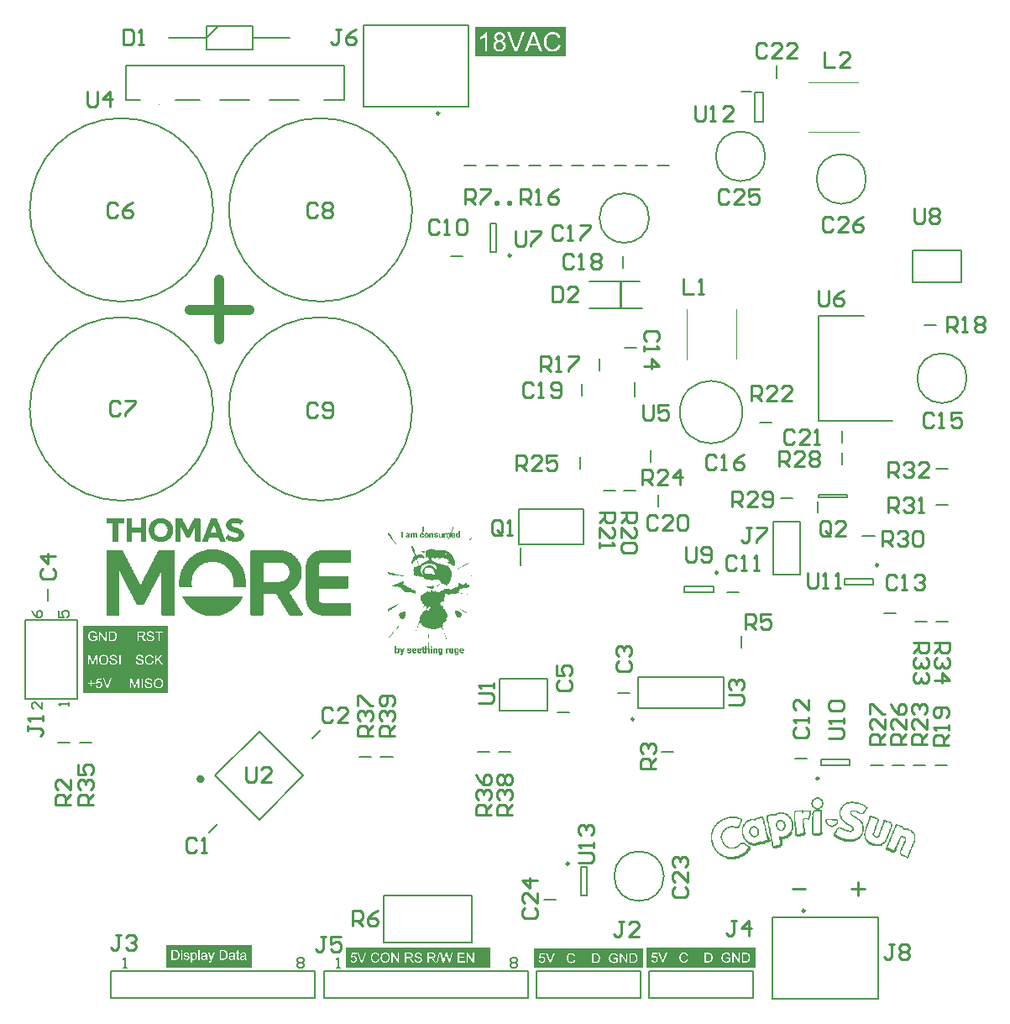
<source format=gto>
G04*
G04 #@! TF.GenerationSoftware,Altium Limited,Altium Designer,23.1.1 (15)*
G04*
G04 Layer_Color=65535*
%FSLAX44Y44*%
%MOMM*%
G71*
G04*
G04 #@! TF.SameCoordinates,CD971CD2-FFAA-4849-8B14-452EF0A1BBDF*
G04*
G04*
G04 #@! TF.FilePolarity,Positive*
G04*
G01*
G75*
%ADD10C,0.2000*%
%ADD11C,0.2540*%
%ADD12C,0.4000*%
%ADD13C,0.2500*%
%ADD14C,0.1000*%
%ADD15C,0.1524*%
%ADD16C,1.0000*%
G36*
X232643Y496454D02*
X234037D01*
Y496105D01*
X235082D01*
Y495757D01*
X235779D01*
Y495408D01*
X236824D01*
Y495060D01*
X237172D01*
Y494712D01*
X237520D01*
Y494363D01*
X238217D01*
Y493318D01*
X237869D01*
Y492970D01*
X237520D01*
Y492273D01*
X237172D01*
Y491576D01*
X236824D01*
Y491228D01*
X236475D01*
Y490531D01*
X236127D01*
Y490183D01*
X235082D01*
Y490531D01*
X234733D01*
Y490879D01*
X234037D01*
Y491228D01*
X233340D01*
Y491576D01*
X232295D01*
Y491925D01*
X228114D01*
Y491576D01*
X227418D01*
Y491228D01*
X227069D01*
Y490879D01*
X226721D01*
Y489137D01*
X227069D01*
Y488789D01*
X227418D01*
Y488441D01*
X228114D01*
Y488092D01*
X229159D01*
Y487744D01*
X230553D01*
Y487396D01*
X231946D01*
Y487047D01*
X232992D01*
Y486699D01*
X234037D01*
Y486351D01*
X234733D01*
Y486002D01*
X235430D01*
Y485654D01*
X235779D01*
Y485305D01*
X236475D01*
Y484957D01*
X236824D01*
Y484609D01*
X237172D01*
Y484260D01*
X237520D01*
Y483912D01*
X237869D01*
Y483563D01*
X238217D01*
Y483215D01*
X238566D01*
Y482518D01*
X238914D01*
Y481822D01*
X239262D01*
Y478338D01*
X238914D01*
Y477293D01*
X238566D01*
Y476596D01*
X238217D01*
Y476247D01*
X237869D01*
Y475899D01*
X237520D01*
Y475551D01*
X237172D01*
Y475202D01*
X236824D01*
Y474854D01*
X236475D01*
Y474506D01*
X236127D01*
Y474157D01*
X235430D01*
Y473809D01*
X234733D01*
Y473461D01*
X233688D01*
Y473112D01*
X232295D01*
Y472764D01*
X227418D01*
Y473112D01*
X226372D01*
Y473461D01*
X224979D01*
Y473809D01*
X224282D01*
Y474157D01*
X223237D01*
Y474506D01*
X222540D01*
Y474854D01*
X222192D01*
Y475202D01*
X221495D01*
Y475551D01*
X221147D01*
Y475899D01*
X220450D01*
Y476944D01*
X220798D01*
Y477641D01*
X221147D01*
Y477989D01*
X221495D01*
Y478686D01*
X221843D01*
Y479035D01*
X222192D01*
Y479731D01*
X222540D01*
Y480080D01*
X222889D01*
Y480428D01*
X223237D01*
Y480080D01*
X223585D01*
Y479731D01*
X224282D01*
Y479383D01*
X224631D01*
Y479035D01*
X225327D01*
Y478686D01*
X226024D01*
Y478338D01*
X227069D01*
Y477989D01*
X228114D01*
Y477641D01*
X231598D01*
Y477989D01*
X232643D01*
Y478338D01*
X233340D01*
Y478686D01*
X233688D01*
Y480776D01*
X233340D01*
Y481125D01*
X232643D01*
Y481473D01*
X231946D01*
Y481822D01*
X230901D01*
Y482170D01*
X229508D01*
Y482518D01*
X228463D01*
Y482867D01*
X227069D01*
Y483215D01*
X226372D01*
Y483563D01*
X225676D01*
Y483912D01*
X224979D01*
Y484260D01*
X224282D01*
Y484609D01*
X223934D01*
Y484957D01*
X223237D01*
Y485305D01*
X222889D01*
Y485654D01*
X222540D01*
Y486002D01*
X222192D01*
Y486699D01*
X221843D01*
Y487396D01*
X221495D01*
Y488092D01*
X221147D01*
Y491576D01*
X221495D01*
Y492621D01*
X221843D01*
Y493318D01*
X222192D01*
Y493666D01*
X222540D01*
Y494015D01*
X222889D01*
Y494363D01*
X223237D01*
Y494712D01*
X223585D01*
Y495060D01*
X223934D01*
Y495408D01*
X224631D01*
Y495757D01*
X225327D01*
Y496105D01*
X226024D01*
Y496454D01*
X227418D01*
Y496802D01*
X232643D01*
Y496454D01*
D02*
G37*
G36*
X140323Y496105D02*
X140671D01*
Y473461D01*
X140323D01*
Y473112D01*
X135446D01*
Y473461D01*
X135097D01*
Y482170D01*
X126039D01*
Y473112D01*
X120814D01*
Y496454D01*
X126039D01*
Y490531D01*
Y490183D01*
Y487396D01*
X135097D01*
Y496105D01*
X135446D01*
Y496454D01*
X140323D01*
Y496105D01*
D02*
G37*
G36*
X195018D02*
X195367D01*
Y473112D01*
X190141D01*
Y473461D01*
X189793D01*
Y487047D01*
X189444D01*
Y486351D01*
X189096D01*
Y485654D01*
X188748D01*
Y485305D01*
X188399D01*
Y484609D01*
X188051D01*
Y483912D01*
X187702D01*
Y483215D01*
X187354D01*
Y482518D01*
X187006D01*
Y481822D01*
X186657D01*
Y481125D01*
X186309D01*
Y480428D01*
X185961D01*
Y480080D01*
X185612D01*
Y479383D01*
X185264D01*
Y478686D01*
X184915D01*
Y477989D01*
X184567D01*
Y477293D01*
X184219D01*
Y476944D01*
X181083D01*
Y477641D01*
X180735D01*
Y477989D01*
X180387D01*
Y478686D01*
X180038D01*
Y479383D01*
X179690D01*
Y480080D01*
X179341D01*
Y480776D01*
X178993D01*
Y481473D01*
X178645D01*
Y482170D01*
X178296D01*
Y482867D01*
X177948D01*
Y483215D01*
X177599D01*
Y483912D01*
X177251D01*
Y484609D01*
X176903D01*
Y485305D01*
X176554D01*
Y486002D01*
X176206D01*
Y486699D01*
X175858D01*
Y487396D01*
X175509D01*
Y473112D01*
X170284D01*
Y473461D01*
X169935D01*
Y496105D01*
X170284D01*
Y496454D01*
X176554D01*
Y496105D01*
X176903D01*
Y495757D01*
X177251D01*
Y495060D01*
X177599D01*
Y494363D01*
X177948D01*
Y493666D01*
X178296D01*
Y492970D01*
X178645D01*
Y492273D01*
X178993D01*
Y491576D01*
X179341D01*
Y490879D01*
X179690D01*
Y490531D01*
X180038D01*
Y489834D01*
X180387D01*
Y489137D01*
X180735D01*
Y488441D01*
X181083D01*
Y487744D01*
X181432D01*
Y487047D01*
X181780D01*
Y486351D01*
X182128D01*
Y485654D01*
X182477D01*
Y485305D01*
X182825D01*
Y485654D01*
X183174D01*
Y486351D01*
X183522D01*
Y487047D01*
X183870D01*
Y487744D01*
X184219D01*
Y488441D01*
X184567D01*
Y488789D01*
X184915D01*
Y489486D01*
X185264D01*
Y490183D01*
X185612D01*
Y490879D01*
X185961D01*
Y491576D01*
X186309D01*
Y492273D01*
X186657D01*
Y492970D01*
X187006D01*
Y493318D01*
X187354D01*
Y494015D01*
X187702D01*
Y494712D01*
X188051D01*
Y495408D01*
X188399D01*
Y496105D01*
X188748D01*
Y496454D01*
X195018D01*
Y496105D01*
D02*
G37*
G36*
X456941Y483679D02*
X457107D01*
Y481350D01*
Y481184D01*
Y477192D01*
X455610D01*
Y477525D01*
X455444D01*
Y477358D01*
X455278D01*
Y477192D01*
X454779D01*
Y477026D01*
X454113D01*
Y477192D01*
X453614D01*
Y477358D01*
X453448D01*
Y477525D01*
X453282D01*
Y477691D01*
X453115D01*
Y477857D01*
X452949D01*
Y478190D01*
X452783D01*
Y478855D01*
X452616D01*
Y480186D01*
X452783D01*
Y480851D01*
X452949D01*
Y481184D01*
X453115D01*
Y481350D01*
X453282D01*
Y481517D01*
X453448D01*
Y481683D01*
X453614D01*
Y481849D01*
X454113D01*
Y482016D01*
X454779D01*
Y481849D01*
X455278D01*
Y481683D01*
X455444D01*
Y483845D01*
X456941D01*
Y483679D01*
D02*
G37*
G36*
X420346Y481683D02*
X420180D01*
Y481849D01*
X420346D01*
Y481683D01*
D02*
G37*
G36*
X429162Y481849D02*
X429661D01*
Y481683D01*
X429828D01*
Y481517D01*
X429994D01*
Y481350D01*
X430160D01*
Y480851D01*
X430327D01*
Y477192D01*
X428663D01*
Y480685D01*
X427665D01*
Y480519D01*
X427499D01*
Y477192D01*
X426002D01*
Y477691D01*
Y477857D01*
Y481849D01*
X427499D01*
Y481517D01*
X427665D01*
Y481683D01*
X427998D01*
Y481849D01*
X428331D01*
Y482016D01*
X429162D01*
Y481849D01*
D02*
G37*
G36*
X450953Y488004D02*
X450786D01*
Y487838D01*
X450620D01*
Y487172D01*
X450454D01*
Y486840D01*
X450287D01*
Y486507D01*
X450121D01*
Y486008D01*
X449955D01*
Y485509D01*
X449788D01*
Y485176D01*
X449622D01*
Y484843D01*
X449456D01*
Y484344D01*
X449289D01*
Y483845D01*
X449123D01*
Y483346D01*
X448957D01*
Y482515D01*
X448790D01*
Y482182D01*
X448624D01*
Y481517D01*
X448790D01*
Y481683D01*
X449123D01*
Y481849D01*
X449622D01*
Y482016D01*
X450620D01*
Y481849D01*
X451119D01*
Y481683D01*
X451452D01*
Y481517D01*
X451618D01*
Y481350D01*
X451785D01*
Y481184D01*
X451951D01*
Y480851D01*
X452117D01*
Y480352D01*
X452284D01*
Y479022D01*
X449456D01*
Y478689D01*
X449622D01*
Y478523D01*
X449788D01*
Y478356D01*
X450121D01*
Y478190D01*
X450454D01*
Y478356D01*
X451119D01*
Y478523D01*
X451285D01*
Y478689D01*
X451618D01*
Y478523D01*
X451785D01*
Y478190D01*
X451951D01*
Y478024D01*
X452117D01*
Y477691D01*
X451951D01*
Y477525D01*
X451618D01*
Y477358D01*
X451285D01*
Y477192D01*
X450786D01*
Y477026D01*
X449788D01*
Y477192D01*
X449123D01*
Y477358D01*
X448790D01*
Y477525D01*
X448624D01*
Y477691D01*
X448458D01*
Y477857D01*
X448291D01*
Y478024D01*
X448125D01*
Y478356D01*
X447959D01*
Y478855D01*
X447792D01*
Y479022D01*
X447626D01*
Y478689D01*
X447460D01*
Y477192D01*
X446628D01*
Y477026D01*
X446462D01*
Y476360D01*
X446295D01*
Y476194D01*
X446129D01*
Y476028D01*
X445963D01*
Y475861D01*
X445796D01*
Y475695D01*
X445630D01*
Y477026D01*
X445796D01*
Y480519D01*
X445630D01*
Y480685D01*
X444798D01*
Y480352D01*
X444632D01*
Y477857D01*
X444798D01*
Y477192D01*
X443135D01*
Y480685D01*
X442137D01*
Y478024D01*
Y477857D01*
Y477192D01*
X440473D01*
Y481849D01*
X441970D01*
Y481350D01*
X442137D01*
Y481683D01*
X442469D01*
Y481849D01*
X442968D01*
Y482016D01*
X443634D01*
Y481849D01*
X444133D01*
Y481683D01*
X444299D01*
Y481517D01*
X444466D01*
Y481350D01*
X444632D01*
Y481517D01*
X444798D01*
Y481683D01*
X444965D01*
Y481849D01*
X445464D01*
Y482016D01*
X446295D01*
Y481849D01*
X446628D01*
Y481683D01*
X446961D01*
Y481517D01*
X447127D01*
Y481350D01*
X447293D01*
Y482016D01*
X447460D01*
Y482348D01*
X447626D01*
Y482681D01*
X447792D01*
Y483014D01*
X447959D01*
Y483180D01*
X448125D01*
Y483513D01*
X448291D01*
Y484178D01*
X448458D01*
Y484511D01*
X448624D01*
Y484843D01*
X448790D01*
Y485176D01*
X448957D01*
Y485675D01*
X449123D01*
Y486174D01*
X449289D01*
Y486840D01*
X449456D01*
Y487172D01*
X449622D01*
Y487671D01*
X449788D01*
Y488337D01*
X449955D01*
Y488503D01*
X450953D01*
Y488004D01*
D02*
G37*
G36*
X412861Y481849D02*
X413194D01*
Y481683D01*
X413527D01*
Y481350D01*
X413693D01*
Y481184D01*
X413859D01*
Y477192D01*
X412362D01*
Y480519D01*
X412196D01*
Y480685D01*
X411364D01*
Y480352D01*
X411198D01*
Y480020D01*
X411364D01*
Y479354D01*
X411198D01*
Y479188D01*
X411364D01*
Y477192D01*
X409701D01*
Y480685D01*
X408869D01*
Y480519D01*
X408703D01*
Y478689D01*
Y478523D01*
Y477192D01*
X407039D01*
Y481849D01*
X408536D01*
Y481517D01*
X408703D01*
Y481683D01*
X409035D01*
Y481849D01*
X409368D01*
Y482016D01*
X410366D01*
Y481849D01*
X410699D01*
Y481683D01*
X410865D01*
Y481517D01*
X411031D01*
Y481350D01*
X411198D01*
Y481517D01*
X411364D01*
Y481683D01*
X411530D01*
Y481849D01*
X412029D01*
Y482016D01*
X412861D01*
Y481849D01*
D02*
G37*
G36*
X433487D02*
X433986D01*
Y481683D01*
X434319D01*
Y481517D01*
X434485D01*
Y481350D01*
X434652D01*
Y481184D01*
X434818D01*
Y480851D01*
X434984D01*
Y480352D01*
X433487D01*
Y480519D01*
X433321D01*
Y480851D01*
X432489D01*
Y480685D01*
X432323D01*
Y480519D01*
X432489D01*
Y480186D01*
X432988D01*
Y480020D01*
X433653D01*
Y479853D01*
X434153D01*
Y479687D01*
X434485D01*
Y479521D01*
X434652D01*
Y479354D01*
X434818D01*
Y479022D01*
X434984D01*
Y478190D01*
X434818D01*
Y477857D01*
X434652D01*
Y477691D01*
X434485D01*
Y477525D01*
X434319D01*
Y477358D01*
X433986D01*
Y477192D01*
X433487D01*
Y477026D01*
X432323D01*
Y477192D01*
X431824D01*
Y477358D01*
X431491D01*
Y477525D01*
X431325D01*
Y477691D01*
X431158D01*
Y477857D01*
X430992D01*
Y478190D01*
X430826D01*
Y478689D01*
X432156D01*
Y478523D01*
X432323D01*
Y478190D01*
X433321D01*
Y478356D01*
X433487D01*
Y478689D01*
X433321D01*
Y478855D01*
X432655D01*
Y479022D01*
X432156D01*
Y479188D01*
X431657D01*
Y479354D01*
X431491D01*
Y479521D01*
X431325D01*
Y479687D01*
X431158D01*
Y479853D01*
X430992D01*
Y481018D01*
X431158D01*
Y481184D01*
Y481350D01*
X431325D01*
Y481517D01*
X431491D01*
Y481683D01*
X431824D01*
Y481849D01*
X432323D01*
Y482016D01*
X433487D01*
Y481849D01*
D02*
G37*
G36*
X439808Y481517D02*
Y481350D01*
Y477192D01*
X438311D01*
Y477525D01*
X438145D01*
Y477358D01*
X437978D01*
Y477192D01*
X437479D01*
Y477026D01*
X436648D01*
Y477192D01*
X436149D01*
Y477358D01*
X435982D01*
Y477525D01*
X435816D01*
Y477691D01*
X435650D01*
Y478190D01*
X435483D01*
Y481849D01*
X436980D01*
Y478689D01*
X437147D01*
Y478356D01*
X438145D01*
Y478689D01*
X438311D01*
Y481849D01*
X439808D01*
Y481517D01*
D02*
G37*
G36*
X404877Y481849D02*
X405542D01*
Y481683D01*
X405709D01*
Y481517D01*
X405875D01*
Y481350D01*
X406041D01*
Y481184D01*
X406208D01*
Y480851D01*
X406374D01*
Y477691D01*
X406540D01*
Y477192D01*
X405043D01*
Y477358D01*
X404711D01*
Y477192D01*
X404212D01*
Y477026D01*
X403380D01*
Y477192D01*
X402881D01*
Y477358D01*
X402715D01*
Y477525D01*
X402548D01*
Y477691D01*
X402382D01*
Y478024D01*
X402216D01*
Y479022D01*
X402382D01*
Y479354D01*
X402548D01*
Y479521D01*
X402715D01*
Y479687D01*
X402881D01*
Y479853D01*
X403380D01*
Y480020D01*
X404877D01*
Y480519D01*
X404711D01*
Y480851D01*
X404045D01*
Y480685D01*
X403879D01*
Y480352D01*
X402382D01*
Y481018D01*
X402548D01*
Y481350D01*
X402715D01*
Y481517D01*
X403047D01*
Y481683D01*
X403214D01*
Y481849D01*
X403879D01*
Y482016D01*
X404877D01*
Y481849D01*
D02*
G37*
G36*
X399388Y478523D02*
Y478356D01*
Y477192D01*
X397724D01*
Y483513D01*
X399388D01*
Y478523D01*
D02*
G37*
G36*
X423840Y481849D02*
X424339D01*
Y481683D01*
X424671D01*
Y481517D01*
X424838D01*
Y481350D01*
X425004D01*
Y481184D01*
X425170D01*
Y481018D01*
X425337D01*
Y480851D01*
Y480685D01*
X425503D01*
Y480020D01*
X425669D01*
Y479022D01*
X425503D01*
Y478356D01*
X425337D01*
Y478024D01*
X425170D01*
Y477857D01*
X425004D01*
Y477691D01*
X424838D01*
Y477525D01*
X424671D01*
Y477358D01*
X424505D01*
Y477192D01*
X424006D01*
Y477026D01*
X422675D01*
Y477192D01*
X422176D01*
Y477358D01*
X422010D01*
Y477525D01*
X421677D01*
Y477691D01*
X421511D01*
Y478024D01*
X421344D01*
Y478356D01*
X421178D01*
Y478855D01*
X421012D01*
Y480186D01*
X421178D01*
Y480685D01*
X421344D01*
Y481018D01*
X421511D01*
Y481350D01*
X421677D01*
Y481517D01*
X422010D01*
Y481683D01*
X422176D01*
Y481849D01*
X422675D01*
Y482016D01*
X423840D01*
Y481849D01*
D02*
G37*
G36*
X420679Y488337D02*
X420845D01*
Y486507D01*
X420679D01*
Y485176D01*
X420513D01*
Y484511D01*
X420346D01*
Y483513D01*
X420180D01*
Y482681D01*
X420014D01*
Y482515D01*
X420180D01*
Y482182D01*
X420014D01*
Y481683D01*
X420180D01*
Y481517D01*
X420346D01*
Y481350D01*
X420513D01*
Y481018D01*
X420679D01*
Y480519D01*
X420845D01*
Y480020D01*
X419847D01*
Y479687D01*
Y479521D01*
Y479188D01*
X419681D01*
Y479022D01*
X419847D01*
Y478855D01*
X420845D01*
Y478523D01*
X420679D01*
Y478024D01*
X420513D01*
Y477691D01*
X420346D01*
Y477525D01*
X420014D01*
Y477358D01*
X419847D01*
Y477192D01*
X419348D01*
Y477026D01*
X418184D01*
Y477192D01*
X417685D01*
Y477358D01*
X417352D01*
Y477525D01*
X417186D01*
Y477691D01*
X417020D01*
Y478024D01*
X416853D01*
Y478356D01*
X416687D01*
Y478855D01*
X416521D01*
Y480186D01*
X416687D01*
Y480685D01*
X416853D01*
Y481018D01*
X417020D01*
Y481350D01*
X417186D01*
Y481517D01*
X417519D01*
Y481683D01*
X417685D01*
Y481849D01*
X418184D01*
Y482016D01*
X419515D01*
Y482348D01*
X419348D01*
Y483513D01*
X419182D01*
Y484344D01*
X419016D01*
Y485176D01*
X418849D01*
Y487339D01*
X418683D01*
Y487505D01*
X418849D01*
Y488503D01*
X420679D01*
Y488337D01*
D02*
G37*
G36*
X469084Y476693D02*
X468917D01*
Y476527D01*
X468751D01*
Y476360D01*
X468585D01*
Y476028D01*
X468418D01*
Y475695D01*
X468252D01*
Y475529D01*
X468086D01*
Y475362D01*
X467919D01*
Y475196D01*
X467753D01*
Y475030D01*
X467420D01*
Y474863D01*
X467254D01*
Y474697D01*
X467088D01*
Y474530D01*
X466589D01*
Y474863D01*
X466755D01*
Y475030D01*
X466589D01*
Y475196D01*
X466921D01*
Y475529D01*
X467088D01*
Y475861D01*
X467254D01*
Y476028D01*
X467587D01*
Y476194D01*
X467753D01*
Y476360D01*
X467919D01*
Y476693D01*
X468252D01*
Y477026D01*
X468418D01*
Y477192D01*
X468585D01*
Y477358D01*
X468751D01*
Y477525D01*
X468917D01*
Y477691D01*
X469084D01*
Y476693D01*
D02*
G37*
G36*
X466589Y474364D02*
X466755D01*
Y474198D01*
X466589D01*
Y474364D01*
X466422D01*
Y474530D01*
X466589D01*
Y474364D01*
D02*
G37*
G36*
X211740Y496105D02*
X212089D01*
Y495408D01*
X212437D01*
Y494363D01*
X212786D01*
Y493666D01*
X213134D01*
Y492621D01*
X213482D01*
Y491576D01*
X213831D01*
Y490879D01*
X214179D01*
Y489834D01*
X214527D01*
Y489137D01*
X214876D01*
Y488092D01*
X215224D01*
Y487047D01*
X215573D01*
Y486351D01*
X215921D01*
Y485305D01*
X216269D01*
Y484260D01*
X216618D01*
Y483563D01*
X216966D01*
Y482518D01*
X217314D01*
Y481473D01*
X217663D01*
Y480776D01*
X218011D01*
Y479731D01*
X218360D01*
Y479035D01*
X218708D01*
Y477989D01*
X219056D01*
Y476944D01*
X219405D01*
Y476247D01*
X219753D01*
Y475202D01*
X220102D01*
Y474157D01*
X220450D01*
Y473112D01*
X214876D01*
Y473461D01*
X214527D01*
Y474506D01*
X214179D01*
Y475202D01*
X213831D01*
Y476247D01*
X213482D01*
Y477293D01*
X204076D01*
Y476596D01*
X203728D01*
Y475551D01*
X203379D01*
Y474506D01*
X203031D01*
Y473809D01*
X202683D01*
Y473112D01*
X197109D01*
Y474157D01*
X197457D01*
Y475202D01*
X197805D01*
Y475899D01*
X198154D01*
Y476944D01*
X198502D01*
Y477989D01*
X198850D01*
Y478686D01*
X199199D01*
Y479731D01*
X199547D01*
Y480080D01*
Y480776D01*
X199896D01*
Y481473D01*
X200244D01*
Y482518D01*
X200592D01*
Y483563D01*
X200941D01*
Y484260D01*
X201289D01*
Y485305D01*
X201637D01*
Y486351D01*
X201986D01*
Y487047D01*
X202334D01*
Y488092D01*
X202683D01*
Y489137D01*
X203031D01*
Y489834D01*
X203379D01*
Y490879D01*
X203728D01*
Y491925D01*
X204076D01*
Y492621D01*
X204424D01*
Y493666D01*
X204773D01*
Y494712D01*
X205121D01*
Y495408D01*
X205470D01*
Y496105D01*
X205818D01*
Y496454D01*
X211740D01*
Y496105D01*
D02*
G37*
G36*
X118375Y491576D02*
X118027D01*
Y491228D01*
X112104D01*
Y473112D01*
X106530D01*
Y491228D01*
X100608D01*
Y491576D01*
X100260D01*
Y496454D01*
X118375D01*
Y491576D01*
D02*
G37*
G36*
X157742Y496454D02*
X159135D01*
Y496105D01*
X160180D01*
Y495757D01*
X160877D01*
Y495408D01*
X161574D01*
Y495060D01*
X162271D01*
Y494712D01*
X162619D01*
Y494363D01*
X162967D01*
Y494015D01*
X163664D01*
Y493666D01*
X164013D01*
Y493318D01*
X164361D01*
Y492970D01*
X164709D01*
Y492621D01*
X165058D01*
Y491925D01*
X165406D01*
Y491576D01*
X165755D01*
Y491228D01*
X166103D01*
Y490531D01*
X166451D01*
Y489834D01*
X166800D01*
Y488789D01*
X167148D01*
Y487744D01*
X167496D01*
Y484957D01*
X167845D01*
Y484609D01*
X167496D01*
Y481822D01*
X167148D01*
Y480776D01*
X166800D01*
Y479731D01*
X166451D01*
Y479035D01*
X166103D01*
Y478338D01*
X165755D01*
Y477989D01*
X165406D01*
Y477641D01*
X165058D01*
Y476944D01*
X164709D01*
Y476596D01*
X164361D01*
Y476247D01*
X164013D01*
Y475899D01*
X163664D01*
Y475551D01*
X162967D01*
Y475202D01*
X162619D01*
Y474854D01*
X162271D01*
Y474506D01*
X161574D01*
Y474157D01*
X160877D01*
Y473809D01*
X160180D01*
Y473461D01*
X159135D01*
Y473112D01*
X157742D01*
Y472764D01*
X152865D01*
Y473112D01*
X151819D01*
Y473461D01*
X150426D01*
Y473809D01*
X149729D01*
Y474157D01*
X149032D01*
Y474506D01*
X148336D01*
Y474854D01*
X147987D01*
Y475202D01*
X147639D01*
Y475551D01*
X146942D01*
Y475899D01*
X146594D01*
Y476247D01*
X146245D01*
Y476596D01*
X145897D01*
Y477293D01*
X145549D01*
Y477641D01*
X145200D01*
Y477989D01*
X144852D01*
Y478686D01*
X144503D01*
Y479383D01*
X144155D01*
Y479731D01*
X143807D01*
Y481125D01*
X143458D01*
Y482170D01*
X143110D01*
Y487396D01*
X143458D01*
Y488789D01*
X143807D01*
Y489834D01*
X144155D01*
Y490183D01*
X144503D01*
Y490879D01*
X144852D01*
Y491576D01*
X145200D01*
Y491925D01*
X145549D01*
Y492273D01*
X145897D01*
Y492970D01*
X146245D01*
Y493318D01*
X146594D01*
Y493666D01*
X146942D01*
Y494015D01*
X147639D01*
Y494363D01*
X147987D01*
Y494712D01*
X148336D01*
Y495060D01*
X149032D01*
Y495408D01*
X149729D01*
Y495757D01*
X150426D01*
Y496105D01*
X151471D01*
Y496454D01*
X152865D01*
Y496802D01*
X157742D01*
Y496454D01*
D02*
G37*
G36*
X384750Y482182D02*
X384916D01*
Y482016D01*
X385083D01*
Y481849D01*
X385249D01*
Y481517D01*
X385415D01*
Y481350D01*
X385582D01*
Y481018D01*
X385914D01*
Y480851D01*
X386081D01*
Y480519D01*
X386247D01*
Y480352D01*
X386413D01*
Y480186D01*
X386580D01*
Y480020D01*
X386746D01*
Y479853D01*
X386912D01*
Y479687D01*
X387079D01*
Y479521D01*
X387245D01*
Y479188D01*
X387411D01*
Y479022D01*
X387578D01*
Y478689D01*
X387744D01*
Y478523D01*
X387910D01*
Y478356D01*
X388077D01*
Y478024D01*
X388243D01*
Y477857D01*
X388410D01*
Y477691D01*
X388243D01*
Y477525D01*
X388410D01*
Y477358D01*
X388576D01*
Y477192D01*
X388742D01*
Y476859D01*
X388909D01*
Y476527D01*
X389075D01*
Y476360D01*
X389241D01*
Y475861D01*
X389408D01*
Y475529D01*
X389574D01*
Y475196D01*
X389740D01*
Y474863D01*
X389907D01*
Y474697D01*
X390073D01*
Y474530D01*
X390239D01*
Y474364D01*
X390406D01*
Y474031D01*
X390738D01*
Y473699D01*
X390905D01*
Y473366D01*
X391071D01*
Y473200D01*
X391237D01*
Y473033D01*
X391404D01*
Y472867D01*
X391570D01*
Y472701D01*
X391736D01*
Y472368D01*
X392069D01*
Y472035D01*
X392235D01*
Y471703D01*
X392402D01*
Y471536D01*
X392568D01*
Y471037D01*
X392734D01*
Y470538D01*
X392568D01*
Y470705D01*
X392402D01*
Y470871D01*
X392069D01*
Y471037D01*
X391903D01*
Y471204D01*
X391736D01*
Y471703D01*
X391570D01*
Y471536D01*
X391404D01*
Y471869D01*
X391237D01*
Y472202D01*
X391071D01*
Y472368D01*
X390905D01*
Y472701D01*
X390738D01*
Y472867D01*
X390572D01*
Y473200D01*
X390406D01*
Y473366D01*
X390239D01*
Y473532D01*
X390073D01*
Y473865D01*
X389907D01*
Y474031D01*
X389740D01*
Y474198D01*
X389574D01*
Y474364D01*
X389408D01*
Y474697D01*
X389241D01*
Y474863D01*
X389075D01*
Y475030D01*
X388909D01*
Y475196D01*
X388742D01*
Y475362D01*
X388576D01*
Y475529D01*
X388243D01*
Y475861D01*
X387910D01*
Y476028D01*
X387744D01*
Y476194D01*
X387578D01*
Y476360D01*
X387411D01*
Y476527D01*
X387245D01*
Y476693D01*
X387079D01*
Y477026D01*
X386912D01*
Y477192D01*
X386580D01*
Y477525D01*
X386413D01*
Y477691D01*
X386247D01*
Y477857D01*
X386081D01*
Y478024D01*
X385914D01*
Y478356D01*
X385748D01*
Y478523D01*
X385582D01*
Y478855D01*
X385415D01*
Y479022D01*
X385249D01*
Y479354D01*
X385083D01*
Y479521D01*
X384916D01*
Y479853D01*
X384750D01*
Y480020D01*
X384584D01*
Y482348D01*
X384750D01*
Y482182D01*
D02*
G37*
G36*
X428497Y465548D02*
X428830D01*
Y465382D01*
X429329D01*
Y465216D01*
X429994D01*
Y465049D01*
X431657D01*
Y464883D01*
X432489D01*
Y464716D01*
X433154D01*
Y464550D01*
X433653D01*
Y464384D01*
X433820D01*
Y464550D01*
X433986D01*
Y464384D01*
X434485D01*
Y464550D01*
X435151D01*
Y464384D01*
X436814D01*
Y464550D01*
X437646D01*
Y464716D01*
X439475D01*
Y464883D01*
X440141D01*
Y464716D01*
X440640D01*
Y464550D01*
X441471D01*
Y464384D01*
X442636D01*
Y464217D01*
X442802D01*
Y464051D01*
X442968D01*
Y463885D01*
X443135D01*
Y463718D01*
X443467D01*
Y463552D01*
X443634D01*
Y463386D01*
X443966D01*
Y463552D01*
X444133D01*
Y463386D01*
X444299D01*
Y463219D01*
X444466D01*
Y463053D01*
X444798D01*
Y462887D01*
X445297D01*
Y462720D01*
X445630D01*
Y462554D01*
X446129D01*
Y462388D01*
X446295D01*
Y462221D01*
X446462D01*
Y462055D01*
X446794D01*
Y461889D01*
X446961D01*
Y461722D01*
X447127D01*
Y461556D01*
X447293D01*
Y461390D01*
X447460D01*
Y461223D01*
X447792D01*
Y461057D01*
X447959D01*
Y460724D01*
X448125D01*
Y460558D01*
X448291D01*
Y460392D01*
X448624D01*
Y459560D01*
X448790D01*
Y459394D01*
X449123D01*
Y459061D01*
X449289D01*
Y458562D01*
X449456D01*
Y458229D01*
X449788D01*
Y458063D01*
X449955D01*
Y457730D01*
X450121D01*
Y457398D01*
X450287D01*
Y457065D01*
X450454D01*
Y456732D01*
X450620D01*
Y456233D01*
X450786D01*
Y455901D01*
X450953D01*
Y455734D01*
X451119D01*
Y455402D01*
X451285D01*
Y454903D01*
X451452D01*
Y454404D01*
X451618D01*
Y453905D01*
X451785D01*
Y453239D01*
X451951D01*
Y452740D01*
X452117D01*
Y450744D01*
X451951D01*
Y450578D01*
X451785D01*
Y449746D01*
X451618D01*
Y449580D01*
X451285D01*
Y449413D01*
X451119D01*
Y449081D01*
X450953D01*
Y448582D01*
X450454D01*
Y448748D01*
X450121D01*
Y448914D01*
X449955D01*
Y449081D01*
X449622D01*
Y449247D01*
X449456D01*
Y449413D01*
X448957D01*
Y449580D01*
X448790D01*
Y449746D01*
X448291D01*
Y449912D01*
X448125D01*
Y450079D01*
X447959D01*
Y450411D01*
X447792D01*
Y450578D01*
X447626D01*
Y450744D01*
X447460D01*
Y450910D01*
X447293D01*
Y451077D01*
X446794D01*
Y450910D01*
X446628D01*
Y450744D01*
X446462D01*
Y450910D01*
X446295D01*
Y451077D01*
X445630D01*
Y451243D01*
X445297D01*
Y451409D01*
X444965D01*
Y451576D01*
X444299D01*
Y451742D01*
X444133D01*
Y451908D01*
X443966D01*
Y452407D01*
X444133D01*
Y452574D01*
X444299D01*
Y452740D01*
X444466D01*
Y452906D01*
X445131D01*
Y452740D01*
X445630D01*
Y452574D01*
X445963D01*
Y452407D01*
X446129D01*
Y452075D01*
X446295D01*
Y451908D01*
X446462D01*
Y452906D01*
X446295D01*
Y453239D01*
X446129D01*
Y453572D01*
X445963D01*
Y453738D01*
X445796D01*
Y453905D01*
X445464D01*
Y454237D01*
X445297D01*
Y454404D01*
X445131D01*
Y454570D01*
X444965D01*
Y454736D01*
X444798D01*
Y454903D01*
X444466D01*
Y455069D01*
X444133D01*
Y455235D01*
X443966D01*
Y455402D01*
X443800D01*
Y455568D01*
X443467D01*
Y455734D01*
X443301D01*
Y455901D01*
X442802D01*
Y456067D01*
X442303D01*
Y456233D01*
X441970D01*
Y456400D01*
X440972D01*
Y456566D01*
X438976D01*
Y456732D01*
X438810D01*
Y456566D01*
X437978D01*
Y456400D01*
X437646D01*
Y456233D01*
X437147D01*
Y456067D01*
X436648D01*
Y455901D01*
X436149D01*
Y455734D01*
X435982D01*
Y455568D01*
X435650D01*
Y455402D01*
X435483D01*
Y455568D01*
X435317D01*
Y455734D01*
X435151D01*
Y456067D01*
X435317D01*
Y456233D01*
X435483D01*
Y456732D01*
X435317D01*
Y456566D01*
X435151D01*
Y457231D01*
X434984D01*
Y457065D01*
X434818D01*
Y456899D01*
X434652D01*
Y456732D01*
X433487D01*
Y456899D01*
X433321D01*
Y456732D01*
X432822D01*
Y456566D01*
X432323D01*
Y456400D01*
X431990D01*
Y456233D01*
X431657D01*
Y456400D01*
X430992D01*
Y456566D01*
X430659D01*
Y456732D01*
X430160D01*
Y456899D01*
X428996D01*
Y456732D01*
X428830D01*
Y456566D01*
X428663D01*
Y456400D01*
X428497D01*
Y456233D01*
X428331D01*
Y455235D01*
X427665D01*
Y455568D01*
X427499D01*
Y455402D01*
X427333D01*
Y455734D01*
X427166D01*
Y455568D01*
X425669D01*
Y455734D01*
X425503D01*
Y456067D01*
X425337D01*
Y456400D01*
X425170D01*
Y456566D01*
X425004D01*
Y456899D01*
X424838D01*
Y457065D01*
X424671D01*
Y457231D01*
X424505D01*
Y457398D01*
X424339D01*
Y457564D01*
X423840D01*
Y457398D01*
X422841D01*
Y457231D01*
X422010D01*
Y457398D01*
X421843D01*
Y457730D01*
X422010D01*
Y457897D01*
X422176D01*
Y458063D01*
X422342D01*
Y458229D01*
X422509D01*
Y459227D01*
X422675D01*
Y459394D01*
X422509D01*
Y459893D01*
X422176D01*
Y460558D01*
X422010D01*
Y460724D01*
X422176D01*
Y460558D01*
X422342D01*
Y460724D01*
X422509D01*
Y460891D01*
X422342D01*
Y461556D01*
X422509D01*
Y461889D01*
X422342D01*
Y462055D01*
X422010D01*
Y462221D01*
X421843D01*
Y462388D01*
X422176D01*
Y462720D01*
X422010D01*
Y463053D01*
X421843D01*
Y463219D01*
X422342D01*
Y463718D01*
X422509D01*
Y463885D01*
X422841D01*
Y464051D01*
X423341D01*
Y464217D01*
X423507D01*
Y464384D01*
X423840D01*
Y464550D01*
X423673D01*
Y464716D01*
X424006D01*
Y464883D01*
X424505D01*
Y465049D01*
X424671D01*
Y464883D01*
X424838D01*
Y465049D01*
X426335D01*
Y465216D01*
X426834D01*
Y465382D01*
X427000D01*
Y465548D01*
X427333D01*
Y465715D01*
X427499D01*
Y465881D01*
X428497D01*
Y465548D01*
D02*
G37*
G36*
X421344Y463552D02*
X421511D01*
Y463386D01*
X421677D01*
Y462720D01*
Y462554D01*
X421178D01*
Y462221D01*
X420845D01*
Y462720D01*
X420513D01*
Y462554D01*
X420346D01*
Y461889D01*
X420180D01*
Y461722D01*
X419348D01*
Y461556D01*
X419016D01*
Y461722D01*
X418849D01*
Y462055D01*
X418517D01*
Y462221D01*
X418849D01*
Y462554D01*
X418517D01*
Y462887D01*
X418184D01*
Y463053D01*
X418350D01*
Y463219D01*
X418517D01*
Y463386D01*
X418849D01*
Y463552D01*
X419348D01*
Y463386D01*
X420014D01*
Y463552D01*
X419847D01*
Y463718D01*
X420014D01*
Y463885D01*
X420513D01*
Y463718D01*
X420679D01*
Y463885D01*
X420845D01*
Y464051D01*
X421344D01*
Y463552D01*
D02*
G37*
G36*
X420679Y462055D02*
X420513D01*
Y462221D01*
X420679D01*
Y462055D01*
D02*
G37*
G36*
X422176Y461722D02*
X421843D01*
Y461889D01*
X422176D01*
Y461722D01*
D02*
G37*
G36*
X420679D02*
X420513D01*
Y461889D01*
X420679D01*
Y461722D01*
D02*
G37*
G36*
X421843Y460392D02*
X421677D01*
Y460558D01*
X421843D01*
Y460392D01*
D02*
G37*
G36*
X408869Y468875D02*
X409035D01*
Y468709D01*
X409202D01*
Y468542D01*
X409368D01*
Y468376D01*
X409534D01*
Y468043D01*
X409701D01*
Y467877D01*
X409867D01*
Y467544D01*
X410033D01*
Y467212D01*
X410200D01*
Y466879D01*
X410366D01*
Y466380D01*
X410532D01*
Y466047D01*
X410699D01*
Y465548D01*
X410865D01*
Y465216D01*
X411031D01*
Y464550D01*
X411198D01*
Y464217D01*
X411364D01*
Y463718D01*
X411530D01*
Y461889D01*
X411697D01*
Y461223D01*
X411863D01*
Y460891D01*
X412029D01*
Y460724D01*
X412196D01*
Y460558D01*
X412362D01*
Y460392D01*
X412528D01*
Y460225D01*
X412695D01*
Y460059D01*
X412861D01*
Y459893D01*
X413527D01*
Y459726D01*
X414026D01*
Y459893D01*
X415024D01*
Y460059D01*
X415855D01*
Y460225D01*
X416521D01*
Y460392D01*
X418350D01*
Y460225D01*
X419016D01*
Y460059D01*
X419348D01*
Y459893D01*
X419515D01*
Y459726D01*
X419847D01*
Y459560D01*
X420014D01*
Y459227D01*
X420180D01*
Y458728D01*
X420346D01*
Y458396D01*
X420679D01*
Y458229D01*
X420845D01*
Y457897D01*
X421012D01*
Y457398D01*
X421178D01*
Y457231D01*
X421012D01*
Y456732D01*
X420845D01*
Y456400D01*
X420679D01*
Y456233D01*
X420513D01*
Y456067D01*
X420014D01*
Y456233D01*
X419847D01*
Y456566D01*
X419681D01*
Y456732D01*
X419515D01*
Y456899D01*
X418184D01*
Y457065D01*
X416853D01*
Y456899D01*
X416022D01*
Y456732D01*
X415356D01*
Y456566D01*
X415024D01*
Y456400D01*
X414691D01*
Y456233D01*
X414525D01*
Y456067D01*
X414358D01*
Y455901D01*
X414026D01*
Y455568D01*
X413859D01*
Y455402D01*
X413693D01*
Y454903D01*
X413859D01*
Y454404D01*
X414026D01*
Y453905D01*
X414192D01*
Y453405D01*
X414358D01*
Y452906D01*
X414525D01*
Y452407D01*
X414691D01*
Y451908D01*
X414857D01*
Y451576D01*
X414525D01*
Y451742D01*
X414358D01*
Y452241D01*
X414192D01*
Y452740D01*
X414026D01*
Y453073D01*
X413859D01*
Y453572D01*
X413693D01*
Y454071D01*
X413527D01*
Y454404D01*
X413360D01*
Y454903D01*
X413194D01*
Y455069D01*
X412695D01*
Y454903D01*
X412362D01*
Y454736D01*
X412196D01*
Y454570D01*
X412029D01*
Y454404D01*
X411863D01*
Y454237D01*
X411530D01*
Y454071D01*
X411198D01*
Y453905D01*
X411031D01*
Y453572D01*
X410699D01*
Y453239D01*
X410532D01*
Y453073D01*
X410366D01*
Y452906D01*
X410200D01*
Y452740D01*
X410033D01*
Y452574D01*
X409867D01*
Y452241D01*
X409701D01*
Y451908D01*
X409534D01*
Y451576D01*
X409368D01*
Y451409D01*
X409035D01*
Y451243D01*
X408869D01*
Y451409D01*
X408703D01*
Y451243D01*
X407705D01*
Y451077D01*
X407538D01*
Y451243D01*
X407372D01*
Y451409D01*
X407538D01*
Y451742D01*
X407705D01*
Y452241D01*
X407871D01*
Y452574D01*
X407705D01*
Y453073D01*
X407538D01*
Y453572D01*
X408370D01*
Y453405D01*
X408536D01*
Y453572D01*
X408703D01*
Y454071D01*
X408536D01*
Y455402D01*
X408703D01*
Y455568D01*
X409534D01*
Y455734D01*
X409701D01*
Y456067D01*
X409534D01*
Y456732D01*
X409701D01*
Y457231D01*
X409867D01*
Y457564D01*
X410366D01*
Y457730D01*
X410532D01*
Y457897D01*
X410699D01*
Y458229D01*
X410865D01*
Y458562D01*
X411031D01*
Y459061D01*
X410865D01*
Y459726D01*
X411031D01*
Y460724D01*
X410865D01*
Y461057D01*
X410699D01*
Y461223D01*
X410532D01*
Y461390D01*
X410366D01*
Y461722D01*
X410200D01*
Y461889D01*
X410033D01*
Y462221D01*
X409867D01*
Y462554D01*
X409701D01*
Y463053D01*
X409534D01*
Y463386D01*
Y463552D01*
X409368D01*
Y463885D01*
X409202D01*
Y464384D01*
X409035D01*
Y464883D01*
X408869D01*
Y465216D01*
X408703D01*
Y465881D01*
X408536D01*
Y466380D01*
X408370D01*
Y467378D01*
X408204D01*
Y468709D01*
X408370D01*
Y468875D01*
X408536D01*
Y469041D01*
X408869D01*
Y468875D01*
D02*
G37*
G36*
X428996Y455235D02*
X428830D01*
Y455402D01*
X428996D01*
Y455235D01*
D02*
G37*
G36*
X418517D02*
X418350D01*
Y455402D01*
X418517D01*
Y455235D01*
D02*
G37*
G36*
X418350Y454903D02*
X418018D01*
Y455069D01*
X418184D01*
Y455235D01*
X418350D01*
Y454903D01*
D02*
G37*
G36*
X415190Y450411D02*
X415024D01*
Y450578D01*
Y450744D01*
X415190D01*
Y450411D01*
D02*
G37*
G36*
X444133Y449081D02*
X443966D01*
Y449247D01*
X444133D01*
Y449081D01*
D02*
G37*
G36*
X428164Y454736D02*
X428331D01*
Y454570D01*
X428663D01*
Y454404D01*
X428830D01*
Y454237D01*
X429329D01*
Y453905D01*
X429661D01*
Y453738D01*
X430160D01*
Y453572D01*
X430659D01*
Y453405D01*
X430826D01*
Y453239D01*
X431158D01*
Y453073D01*
X431491D01*
Y452906D01*
X431657D01*
Y452740D01*
X431990D01*
Y452574D01*
X432156D01*
Y452407D01*
X432489D01*
Y452241D01*
X432655D01*
Y452075D01*
X432822D01*
Y451908D01*
X433154D01*
Y451742D01*
X433321D01*
Y451576D01*
X433820D01*
Y451409D01*
X434153D01*
Y451243D01*
X434485D01*
Y451409D01*
X434818D01*
Y451243D01*
X436648D01*
Y451077D01*
X437313D01*
Y450910D01*
X437812D01*
Y450744D01*
X437978D01*
Y450578D01*
X438810D01*
Y450411D01*
X439143D01*
Y450245D01*
X439974D01*
Y450079D01*
X440473D01*
Y449912D01*
X440806D01*
Y449746D01*
X440972D01*
Y449580D01*
X441471D01*
Y449413D01*
X441804D01*
Y449247D01*
X442137D01*
Y449081D01*
X442303D01*
Y448914D01*
X442802D01*
Y449081D01*
X443135D01*
Y448914D01*
X443301D01*
Y448748D01*
X443467D01*
Y448582D01*
X443634D01*
Y448415D01*
X443800D01*
Y448582D01*
X443966D01*
Y448415D01*
X444133D01*
Y448582D01*
X443966D01*
Y448748D01*
X444299D01*
Y448914D01*
X444632D01*
Y449081D01*
X444798D01*
Y449247D01*
X445131D01*
Y448914D01*
X444965D01*
Y448582D01*
X444798D01*
Y447916D01*
X445297D01*
Y447584D01*
X445464D01*
Y447417D01*
X445630D01*
Y447251D01*
X445963D01*
Y447085D01*
X446129D01*
Y446918D01*
X446295D01*
Y446752D01*
X446628D01*
Y446419D01*
X446794D01*
Y446253D01*
X446961D01*
Y446087D01*
X447127D01*
Y446253D01*
X447293D01*
Y445920D01*
X447127D01*
Y445588D01*
X447293D01*
Y445421D01*
X447626D01*
Y445089D01*
X447792D01*
Y444756D01*
X447959D01*
Y444257D01*
X447792D01*
Y443758D01*
X448125D01*
Y443591D01*
X448291D01*
Y441928D01*
X448458D01*
Y441595D01*
X448624D01*
Y439267D01*
X448291D01*
Y439100D01*
X448125D01*
Y438768D01*
X448458D01*
Y438934D01*
X448624D01*
Y437936D01*
X448458D01*
Y437271D01*
X448291D01*
Y437104D01*
X448125D01*
Y436605D01*
X448291D01*
Y436439D01*
X448125D01*
Y436106D01*
X447959D01*
Y435607D01*
X447792D01*
Y434776D01*
X447626D01*
Y434443D01*
X447460D01*
Y434110D01*
X447293D01*
Y433944D01*
X447127D01*
Y433611D01*
X447293D01*
Y433279D01*
X446961D01*
Y432946D01*
X446794D01*
Y432281D01*
X446628D01*
Y432114D01*
X446462D01*
Y431615D01*
X446295D01*
Y431449D01*
X445796D01*
Y430950D01*
X445464D01*
Y430784D01*
X445297D01*
Y430617D01*
X445131D01*
Y430451D01*
X444798D01*
Y430285D01*
X444466D01*
Y429952D01*
X444299D01*
Y429785D01*
X444133D01*
Y429453D01*
X443966D01*
Y429286D01*
X443800D01*
Y429120D01*
X443634D01*
Y428954D01*
X443135D01*
Y429286D01*
X442636D01*
Y429453D01*
X442303D01*
Y429619D01*
X442137D01*
Y429785D01*
X441970D01*
Y429952D01*
X441305D01*
Y430118D01*
X440806D01*
Y430285D01*
X440640D01*
Y430451D01*
X440473D01*
Y430285D01*
X440141D01*
Y430451D01*
X438976D01*
Y430617D01*
X438644D01*
Y430784D01*
X438477D01*
Y430950D01*
X438311D01*
Y431116D01*
X438145D01*
Y431283D01*
X437812D01*
Y431615D01*
X437479D01*
Y432114D01*
X437313D01*
Y432613D01*
X437479D01*
Y433112D01*
X437313D01*
Y433279D01*
X437147D01*
Y433445D01*
X436814D01*
Y434110D01*
X436481D01*
Y434277D01*
X436315D01*
Y434609D01*
X436149D01*
Y434776D01*
X435982D01*
Y434942D01*
X435650D01*
Y435108D01*
X434984D01*
Y434942D01*
X434485D01*
Y435108D01*
X433986D01*
Y434942D01*
X433820D01*
Y435108D01*
X433487D01*
Y434942D01*
X431990D01*
Y434776D01*
X430992D01*
Y434609D01*
X430327D01*
Y434443D01*
X430160D01*
Y434277D01*
X429661D01*
Y434110D01*
X427499D01*
Y434277D01*
X427166D01*
Y434609D01*
X426667D01*
Y434776D01*
X426168D01*
Y434609D01*
X425836D01*
Y434277D01*
X425669D01*
Y434609D01*
X424671D01*
Y434443D01*
X424505D01*
Y434609D01*
X424172D01*
Y434776D01*
X424006D01*
Y434942D01*
X423840D01*
Y435108D01*
X422841D01*
Y435275D01*
X422675D01*
Y435441D01*
X422509D01*
Y435607D01*
X422342D01*
Y435774D01*
X422010D01*
Y435607D01*
X421843D01*
Y435774D01*
X421012D01*
Y435940D01*
X420845D01*
Y436605D01*
X420679D01*
Y437271D01*
X420513D01*
Y437437D01*
X420014D01*
Y437603D01*
X419847D01*
Y437437D01*
X419681D01*
Y437104D01*
X419348D01*
Y437271D01*
X419016D01*
Y437437D01*
X418849D01*
Y437603D01*
X418350D01*
Y437936D01*
X417685D01*
Y437770D01*
X417352D01*
Y437603D01*
X417186D01*
Y437437D01*
X416521D01*
Y437603D01*
X416188D01*
Y437936D01*
X416022D01*
Y438102D01*
X415855D01*
Y438269D01*
X415523D01*
Y438435D01*
X414857D01*
Y438601D01*
X414358D01*
Y438768D01*
X414026D01*
Y438934D01*
X413859D01*
Y438269D01*
X413360D01*
Y438435D01*
X413527D01*
Y438601D01*
X412029D01*
Y438768D01*
X411697D01*
Y438934D01*
X410865D01*
Y439100D01*
X411198D01*
Y439433D01*
X410699D01*
Y439932D01*
X410865D01*
Y440265D01*
X410699D01*
Y440431D01*
X410532D01*
Y441429D01*
X410366D01*
Y441762D01*
X410532D01*
Y441928D01*
X410366D01*
Y442593D01*
X410200D01*
Y443259D01*
X410366D01*
Y443758D01*
X410200D01*
Y444091D01*
X410033D01*
Y445089D01*
X410200D01*
Y445754D01*
X410366D01*
Y445920D01*
X410200D01*
Y446087D01*
X410699D01*
Y447085D01*
X410865D01*
Y447251D01*
X411031D01*
Y447085D01*
X411198D01*
Y447251D01*
X411364D01*
Y447417D01*
X411697D01*
Y447584D01*
X412029D01*
Y447750D01*
X412528D01*
Y447916D01*
X413194D01*
Y448083D01*
X413360D01*
Y448249D01*
X413859D01*
Y448415D01*
X414358D01*
Y448582D01*
X414691D01*
Y448748D01*
X414857D01*
Y449247D01*
X415190D01*
Y449413D01*
X415523D01*
Y449580D01*
X417020D01*
Y449746D01*
X417186D01*
Y449912D01*
X417352D01*
Y450079D01*
X417519D01*
Y450245D01*
X417851D01*
Y450411D01*
X418350D01*
Y450744D01*
X418683D01*
Y450910D01*
X418849D01*
Y451077D01*
X419016D01*
Y451243D01*
X419182D01*
Y451409D01*
X419348D01*
Y451576D01*
X419515D01*
Y451742D01*
X420014D01*
Y451908D01*
X420180D01*
Y452075D01*
X420346D01*
Y452241D01*
X420679D01*
Y452407D01*
X420845D01*
Y452574D01*
X421178D01*
Y452740D01*
X421511D01*
Y452906D01*
X421677D01*
Y453073D01*
X422010D01*
Y453239D01*
X422176D01*
Y453405D01*
X422509D01*
Y453572D01*
X423174D01*
Y453738D01*
X423507D01*
Y453905D01*
X423840D01*
Y454071D01*
X424172D01*
Y454237D01*
X424339D01*
Y454404D01*
X424671D01*
Y454570D01*
X425503D01*
Y454736D01*
X425669D01*
Y454903D01*
X426002D01*
Y455069D01*
X428164D01*
Y454736D01*
D02*
G37*
G36*
X466755Y452241D02*
X466589D01*
Y451908D01*
X466256D01*
Y451742D01*
X466090D01*
Y451576D01*
X465757D01*
Y451409D01*
X465424D01*
Y451243D01*
X465258D01*
Y451077D01*
X465092D01*
Y450910D01*
X464759D01*
Y450744D01*
X464426D01*
Y450578D01*
X464094D01*
Y450411D01*
X463927D01*
Y450245D01*
X463595D01*
Y450079D01*
X463428D01*
Y449912D01*
X462929D01*
Y449746D01*
X462763D01*
Y449580D01*
X462430D01*
Y449413D01*
X462098D01*
Y449247D01*
X461931D01*
Y449081D01*
X461598D01*
Y448914D01*
X461266D01*
Y448748D01*
X460933D01*
Y448582D01*
X460600D01*
Y448415D01*
X460268D01*
Y448249D01*
X459935D01*
Y448083D01*
X459602D01*
Y447916D01*
X459270D01*
Y447750D01*
X458937D01*
Y447584D01*
X458771D01*
Y447417D01*
X458438D01*
Y447251D01*
X458105D01*
Y447085D01*
X457773D01*
Y446918D01*
X457440D01*
Y446752D01*
X457274D01*
Y446586D01*
X456941D01*
Y446419D01*
X456608D01*
Y446253D01*
X456276D01*
Y446087D01*
X456109D01*
Y445920D01*
X455777D01*
Y445754D01*
X455444D01*
Y445588D01*
X455111D01*
Y445421D01*
X454779D01*
Y445255D01*
X454446D01*
Y445089D01*
X453947D01*
Y445255D01*
X454113D01*
Y445421D01*
X454280D01*
Y445588D01*
X454612D01*
Y445754D01*
X454779D01*
Y445920D01*
X455111D01*
Y446087D01*
X455444D01*
Y446253D01*
X455777D01*
Y446419D01*
X455943D01*
Y446586D01*
X456276D01*
Y446752D01*
X456608D01*
Y446918D01*
X456775D01*
Y447085D01*
X457107D01*
Y447251D01*
X457440D01*
Y447417D01*
X457773D01*
Y447584D01*
X457939D01*
Y447750D01*
X458272D01*
Y447916D01*
X458604D01*
Y448083D01*
X458937D01*
Y448249D01*
X459270D01*
Y448415D01*
X459436D01*
Y448582D01*
X459602D01*
Y448748D01*
X459935D01*
Y448914D01*
X460268D01*
Y449081D01*
X460434D01*
Y449247D01*
X460767D01*
Y449413D01*
X461099D01*
Y449580D01*
X461266D01*
Y449746D01*
X461432D01*
Y449912D01*
X461931D01*
Y450079D01*
X462098D01*
Y450245D01*
X462430D01*
Y450411D01*
X462763D01*
Y450578D01*
X463096D01*
Y450744D01*
X463262D01*
Y450910D01*
X463761D01*
Y451077D01*
X464094D01*
Y451243D01*
X464426D01*
Y451409D01*
X464759D01*
Y451576D01*
X464925D01*
Y451742D01*
X465258D01*
Y451908D01*
X465591D01*
Y452075D01*
X465923D01*
Y452241D01*
X466256D01*
Y452407D01*
X466755D01*
Y452241D01*
D02*
G37*
G36*
X448624Y443092D02*
X448458D01*
Y443259D01*
X448624D01*
Y443092D01*
D02*
G37*
G36*
X469084Y438601D02*
X468418D01*
Y438768D01*
X468585D01*
Y438934D01*
X468917D01*
Y439100D01*
X469084D01*
Y438601D01*
D02*
G37*
G36*
X385582Y442094D02*
X386746D01*
Y441928D01*
X387578D01*
Y441762D01*
X388742D01*
Y441595D01*
X389408D01*
Y441429D01*
X389907D01*
Y441263D01*
X390406D01*
Y441096D01*
X390738D01*
Y440930D01*
X391237D01*
Y440764D01*
X391570D01*
Y440597D01*
X392069D01*
Y440431D01*
X392235D01*
Y440265D01*
X392402D01*
Y440431D01*
X392235D01*
Y440597D01*
X392402D01*
Y440431D01*
X392568D01*
Y440098D01*
X392734D01*
Y440265D01*
X393400D01*
Y440098D01*
X394231D01*
Y439932D01*
X395063D01*
Y439766D01*
X395229D01*
Y439932D01*
X395562D01*
Y439599D01*
X395728D01*
Y439932D01*
X395895D01*
Y439766D01*
X396560D01*
Y439599D01*
X397558D01*
Y439433D01*
X398390D01*
Y439267D01*
X398556D01*
Y439100D01*
X399055D01*
Y439267D01*
X399221D01*
Y438934D01*
X399388D01*
Y438768D01*
X400219D01*
Y438601D01*
X400552D01*
Y438435D01*
X400885D01*
Y438269D01*
X399221D01*
Y438435D01*
X399055D01*
Y438269D01*
X398390D01*
Y438435D01*
X397724D01*
Y438269D01*
X397558D01*
Y438435D01*
X396726D01*
Y438601D01*
X396560D01*
Y438768D01*
X396394D01*
Y438601D01*
X395895D01*
Y438768D01*
X395229D01*
Y438934D01*
X394564D01*
Y439100D01*
X393899D01*
Y439267D01*
X392901D01*
Y439433D01*
X392734D01*
Y439267D01*
X392402D01*
Y439433D01*
X392235D01*
Y439599D01*
X392069D01*
Y439433D01*
X389574D01*
Y439599D01*
X389075D01*
Y439433D01*
X388742D01*
Y439599D01*
X387744D01*
Y439766D01*
X386746D01*
Y439932D01*
X386081D01*
Y440098D01*
X385415D01*
Y440265D01*
X384750D01*
Y440431D01*
X384584D01*
Y442261D01*
X385582D01*
Y442094D01*
D02*
G37*
G36*
X398390Y438102D02*
X398223D01*
Y438269D01*
X398390D01*
Y438102D01*
D02*
G37*
G36*
X437479Y431283D02*
X437313D01*
Y431449D01*
X437479D01*
Y431283D01*
D02*
G37*
G36*
X436481Y430118D02*
X436315D01*
Y430285D01*
X436481D01*
Y430118D01*
D02*
G37*
G36*
X437313Y429952D02*
X436980D01*
Y430118D01*
X437313D01*
Y429952D01*
D02*
G37*
G36*
X168542Y464403D02*
X169238D01*
Y399256D01*
X168890D01*
Y398908D01*
X156348D01*
Y399256D01*
X156000D01*
Y443500D01*
X155652D01*
Y442803D01*
X155303D01*
Y442107D01*
X154955D01*
Y441410D01*
X154607D01*
Y440713D01*
X154258D01*
Y440016D01*
X153910D01*
Y439319D01*
X153561D01*
Y438623D01*
X153213D01*
Y437926D01*
X152865D01*
Y437578D01*
X152516D01*
Y436881D01*
X152168D01*
Y436184D01*
X151819D01*
Y435487D01*
X151471D01*
Y434790D01*
X151123D01*
Y434094D01*
X150774D01*
Y433397D01*
X150426D01*
Y432700D01*
X150078D01*
Y432004D01*
X149729D01*
Y431307D01*
X149381D01*
Y430610D01*
X149032D01*
Y429913D01*
X148684D01*
Y429216D01*
X148336D01*
Y428520D01*
X147987D01*
Y427823D01*
X147639D01*
Y427475D01*
X147290D01*
Y426778D01*
X146942D01*
Y426081D01*
X146594D01*
Y425384D01*
X146245D01*
Y424688D01*
X145897D01*
Y423991D01*
X145549D01*
Y423294D01*
X145200D01*
Y422597D01*
X144852D01*
Y421901D01*
X144503D01*
Y421204D01*
X144155D01*
Y420507D01*
X143807D01*
Y419810D01*
X143458D01*
Y419114D01*
X143110D01*
Y418417D01*
X142762D01*
Y418068D01*
X142413D01*
Y417372D01*
X142065D01*
Y416675D01*
X141716D01*
Y415978D01*
X141368D01*
Y415281D01*
X141020D01*
Y414585D01*
X140671D01*
Y413888D01*
X140323D01*
Y413191D01*
X139975D01*
Y412494D01*
X139626D01*
Y411798D01*
X139278D01*
Y411101D01*
X138930D01*
Y410404D01*
X138581D01*
Y410056D01*
X138233D01*
Y409707D01*
X131265D01*
Y410056D01*
X130568D01*
Y410752D01*
X130220D01*
Y411449D01*
X129872D01*
Y412146D01*
X129523D01*
Y412843D01*
X129175D01*
Y413540D01*
X128827D01*
Y414236D01*
X128478D01*
Y414933D01*
X128130D01*
Y415630D01*
X127781D01*
Y416326D01*
X127433D01*
Y417023D01*
X127085D01*
Y417720D01*
X126736D01*
Y418417D01*
X126388D01*
Y419114D01*
X126039D01*
Y419810D01*
X125691D01*
Y420507D01*
X125343D01*
Y420855D01*
X124994D01*
Y421552D01*
X124646D01*
Y422249D01*
X124298D01*
Y422946D01*
X123949D01*
Y423643D01*
X123601D01*
Y424339D01*
X123252D01*
Y425036D01*
X122904D01*
Y425733D01*
X122556D01*
Y426429D01*
X122207D01*
Y427126D01*
X121859D01*
Y427823D01*
X121511D01*
Y428520D01*
X121162D01*
Y429216D01*
X120814D01*
Y429913D01*
X120465D01*
Y430610D01*
X120117D01*
Y431307D01*
X119769D01*
Y431655D01*
X119420D01*
Y432352D01*
X119072D01*
Y433049D01*
X118723D01*
Y433745D01*
X118375D01*
Y434442D01*
X118027D01*
Y435139D01*
X117678D01*
Y435836D01*
X117330D01*
Y436533D01*
X116982D01*
Y437229D01*
X116633D01*
Y437926D01*
X116285D01*
Y438623D01*
X115936D01*
Y439319D01*
X115588D01*
Y440016D01*
X115240D01*
Y440713D01*
X114891D01*
Y441410D01*
X114543D01*
Y442107D01*
X114195D01*
Y442455D01*
X113846D01*
Y443152D01*
X113498D01*
Y399256D01*
X113149D01*
Y398908D01*
X100608D01*
Y399256D01*
X100260D01*
Y464403D01*
X100956D01*
Y464751D01*
X116285D01*
Y464403D01*
X116633D01*
Y464054D01*
X116982D01*
Y463706D01*
X117330D01*
Y463009D01*
X117678D01*
Y462312D01*
X118027D01*
Y461616D01*
X118375D01*
Y460919D01*
X118723D01*
Y460222D01*
X119072D01*
Y459525D01*
X119420D01*
Y458829D01*
X119769D01*
Y458132D01*
X120117D01*
Y457435D01*
X120465D01*
Y456738D01*
X120814D01*
Y456390D01*
X121162D01*
Y455693D01*
X121511D01*
Y454996D01*
X121859D01*
Y454300D01*
X122207D01*
Y453603D01*
X122556D01*
Y452906D01*
X122904D01*
Y452210D01*
X123252D01*
Y451513D01*
X123601D01*
Y450816D01*
X123949D01*
Y450119D01*
X124298D01*
Y449422D01*
X124646D01*
Y448726D01*
X124994D01*
Y448029D01*
X125343D01*
Y447332D01*
X125691D01*
Y446635D01*
X126039D01*
Y445939D01*
X126388D01*
Y445242D01*
X126736D01*
Y444545D01*
X127085D01*
Y444197D01*
X127433D01*
Y443500D01*
X127781D01*
Y442803D01*
X128130D01*
Y442107D01*
X128478D01*
Y441410D01*
X128827D01*
Y440713D01*
X129175D01*
Y440016D01*
X129523D01*
Y439319D01*
X129872D01*
Y438623D01*
X130220D01*
Y437926D01*
X130568D01*
Y437229D01*
X130917D01*
Y436533D01*
X131265D01*
Y435836D01*
X131614D01*
Y435139D01*
X131962D01*
Y434442D01*
X132310D01*
Y433745D01*
X132659D01*
Y433049D01*
X133007D01*
Y432700D01*
X133355D01*
Y432004D01*
X133704D01*
Y431307D01*
X134052D01*
Y430610D01*
X134401D01*
Y429913D01*
X135097D01*
Y430262D01*
X135446D01*
Y430958D01*
X135794D01*
Y431655D01*
X136143D01*
Y432352D01*
X136491D01*
Y433049D01*
X136839D01*
Y433745D01*
X137188D01*
Y434442D01*
X137536D01*
Y435139D01*
X137884D01*
Y435836D01*
X138233D01*
Y436533D01*
X138581D01*
Y437229D01*
X138930D01*
Y437926D01*
X139278D01*
Y438623D01*
X139626D01*
Y439319D01*
X139975D01*
Y440016D01*
X140323D01*
Y440365D01*
X140671D01*
Y441061D01*
X141020D01*
Y441758D01*
X141368D01*
Y442455D01*
X141716D01*
Y443152D01*
X142065D01*
Y443848D01*
X142413D01*
Y444545D01*
X142762D01*
Y445242D01*
X143110D01*
Y445939D01*
X143458D01*
Y446635D01*
X143807D01*
Y447332D01*
X144155D01*
Y448029D01*
X144503D01*
Y448726D01*
X144852D01*
Y449422D01*
X145200D01*
Y450119D01*
X145549D01*
Y450468D01*
X145897D01*
Y451164D01*
X146245D01*
Y451861D01*
X146594D01*
Y452558D01*
X146942D01*
Y453255D01*
X147290D01*
Y453951D01*
X147639D01*
Y454648D01*
X147987D01*
Y455345D01*
X148336D01*
Y456042D01*
X148684D01*
Y456738D01*
X149032D01*
Y457435D01*
X149381D01*
Y458132D01*
X149729D01*
Y458829D01*
X150078D01*
Y459525D01*
X150426D01*
Y460222D01*
X150774D01*
Y460570D01*
X151123D01*
Y461267D01*
X151471D01*
Y461964D01*
X151819D01*
Y462661D01*
X152168D01*
Y463358D01*
X152516D01*
Y464054D01*
X152865D01*
Y464403D01*
X153561D01*
Y464751D01*
X168542D01*
Y464403D01*
D02*
G37*
G36*
X436814Y429619D02*
X436149D01*
Y429453D01*
X435982D01*
Y429120D01*
X435483D01*
Y429286D01*
X435151D01*
Y429453D01*
X435483D01*
Y429619D01*
X435816D01*
Y429785D01*
X436149D01*
Y429952D01*
X436648D01*
Y430118D01*
X436814D01*
Y429619D01*
D02*
G37*
G36*
X434984Y428787D02*
X435483D01*
Y428621D01*
X435151D01*
Y428122D01*
X434984D01*
Y428288D01*
X434818D01*
Y428122D01*
X434652D01*
Y428288D01*
X434485D01*
Y428122D01*
X434319D01*
Y427956D01*
X433820D01*
Y428122D01*
X433321D01*
Y428621D01*
X433487D01*
Y428787D01*
X433820D01*
Y428954D01*
X433986D01*
Y428787D01*
X434319D01*
Y428954D01*
X434984D01*
Y428787D01*
D02*
G37*
G36*
X211044Y465099D02*
X213482D01*
Y464751D01*
X215224D01*
Y464403D01*
X216269D01*
Y464054D01*
X217663D01*
Y463706D01*
X218708D01*
Y463358D01*
X219405D01*
Y463009D01*
X220450D01*
Y462661D01*
X221147D01*
Y462312D01*
X221843D01*
Y461964D01*
X222540D01*
Y461616D01*
X223585D01*
Y461267D01*
X223934D01*
Y460919D01*
X224631D01*
Y460570D01*
X224979D01*
Y460222D01*
X225676D01*
Y459874D01*
X226372D01*
Y459525D01*
X226721D01*
Y459177D01*
X227069D01*
Y458829D01*
X227766D01*
Y458480D01*
X228114D01*
Y458132D01*
X228463D01*
Y457784D01*
X229159D01*
Y457435D01*
X229508D01*
Y457087D01*
X229856D01*
Y456738D01*
X230205D01*
Y456390D01*
X230553D01*
Y456042D01*
X230901D01*
Y455693D01*
X231250D01*
Y455345D01*
X231598D01*
Y454996D01*
X231946D01*
Y454648D01*
X232295D01*
Y454300D01*
X232643D01*
Y453951D01*
X232992D01*
Y453603D01*
X233340D01*
Y453255D01*
X233688D01*
Y452558D01*
X234037D01*
Y452210D01*
X234385D01*
Y451513D01*
X234733D01*
Y451164D01*
X235082D01*
Y450816D01*
X235430D01*
Y450119D01*
X235779D01*
Y449771D01*
X236127D01*
Y449074D01*
X236475D01*
Y448377D01*
X236824D01*
Y448029D01*
X237172D01*
Y447332D01*
X237520D01*
Y446635D01*
X237869D01*
Y445939D01*
X238217D01*
Y445242D01*
X238566D01*
Y444197D01*
X238914D01*
Y443152D01*
X239262D01*
Y442107D01*
X239611D01*
Y441061D01*
X239959D01*
Y439668D01*
X240308D01*
Y438274D01*
X240656D01*
Y435836D01*
X241004D01*
Y427475D01*
X240656D01*
Y427126D01*
X228114D01*
Y428171D01*
X228463D01*
Y435487D01*
X228114D01*
Y436881D01*
X227766D01*
Y438274D01*
X227418D01*
Y439319D01*
X227069D01*
Y440016D01*
X226721D01*
Y440713D01*
X226372D01*
Y441758D01*
X226024D01*
Y442107D01*
X225676D01*
Y442803D01*
X225327D01*
Y443500D01*
X224979D01*
Y443848D01*
X224631D01*
Y444545D01*
X224282D01*
Y444893D01*
X223934D01*
Y445242D01*
X223585D01*
Y445590D01*
X223237D01*
Y445939D01*
X222889D01*
Y446635D01*
X222540D01*
Y446984D01*
X221843D01*
Y447332D01*
X221495D01*
Y447681D01*
X221147D01*
Y448029D01*
X220798D01*
Y448377D01*
X220450D01*
Y448726D01*
X219753D01*
Y449074D01*
X219405D01*
Y449422D01*
X219056D01*
Y449771D01*
X218360D01*
Y450119D01*
X217663D01*
Y450468D01*
X216966D01*
Y450816D01*
X216269D01*
Y451164D01*
X215573D01*
Y451513D01*
X214527D01*
Y451861D01*
X213831D01*
Y452210D01*
X212437D01*
Y452558D01*
X210347D01*
Y452906D01*
X204424D01*
Y452558D01*
X202683D01*
Y452210D01*
X201289D01*
Y451861D01*
X200244D01*
Y451513D01*
X199199D01*
Y451164D01*
X198502D01*
Y450816D01*
X197805D01*
Y450468D01*
X197109D01*
Y450119D01*
X196412D01*
Y449771D01*
X196063D01*
Y449422D01*
X195367D01*
Y449074D01*
X195018D01*
Y448726D01*
X194670D01*
Y448377D01*
X193973D01*
Y448029D01*
X193625D01*
Y447681D01*
X193276D01*
Y447332D01*
X192928D01*
Y446984D01*
X192580D01*
Y446635D01*
X192231D01*
Y446287D01*
X191883D01*
Y445939D01*
X191535D01*
Y445590D01*
X191186D01*
Y445242D01*
X190838D01*
Y444545D01*
X190489D01*
Y444197D01*
X190141D01*
Y443848D01*
X189793D01*
Y443152D01*
X189444D01*
Y442455D01*
X189096D01*
Y442107D01*
X188748D01*
Y441410D01*
X188399D01*
Y440713D01*
X188051D01*
Y439668D01*
X187702D01*
Y438971D01*
X187354D01*
Y437926D01*
X187006D01*
Y436533D01*
X186657D01*
Y434442D01*
X186309D01*
Y432352D01*
Y432004D01*
Y429216D01*
X186657D01*
Y427126D01*
X174116D01*
Y428520D01*
X173767D01*
Y435139D01*
X174116D01*
Y437578D01*
X174464D01*
Y439319D01*
X174812D01*
Y440713D01*
X175161D01*
Y441758D01*
X175509D01*
Y442803D01*
X175858D01*
Y443848D01*
X176206D01*
Y444893D01*
X176554D01*
Y445590D01*
X176903D01*
Y446287D01*
X177251D01*
Y446984D01*
X177599D01*
Y447681D01*
X177948D01*
Y448377D01*
X178296D01*
Y448726D01*
X178645D01*
Y449422D01*
X178993D01*
Y450119D01*
X179341D01*
Y450468D01*
X179690D01*
Y451164D01*
X180038D01*
Y451513D01*
X180387D01*
Y451861D01*
X180735D01*
Y452558D01*
X181083D01*
Y452906D01*
X181432D01*
Y453255D01*
X181780D01*
Y453603D01*
X182128D01*
Y453951D01*
X182477D01*
Y454648D01*
X182825D01*
Y454996D01*
X183174D01*
Y455345D01*
X183522D01*
Y455693D01*
X183870D01*
Y456042D01*
X184219D01*
Y456390D01*
X184567D01*
Y456738D01*
X185264D01*
Y457087D01*
X185612D01*
Y457435D01*
X185961D01*
Y457784D01*
X186309D01*
Y458132D01*
X186657D01*
Y458480D01*
X187354D01*
Y458829D01*
X187702D01*
Y459177D01*
X188051D01*
Y459525D01*
X188748D01*
Y459874D01*
X189096D01*
Y460222D01*
X189793D01*
Y460570D01*
X190489D01*
Y460919D01*
X190838D01*
Y461267D01*
X191535D01*
Y461616D01*
X192231D01*
Y461964D01*
X192928D01*
Y462312D01*
X193625D01*
Y462661D01*
X194322D01*
Y463009D01*
X195367D01*
Y463358D01*
X196412D01*
Y463706D01*
X197109D01*
Y464054D01*
X198502D01*
Y464403D01*
X199896D01*
Y464751D01*
X201637D01*
Y465099D01*
X203728D01*
Y465448D01*
X211044D01*
Y465099D01*
D02*
G37*
G36*
X431990Y426958D02*
X431657D01*
Y427124D01*
X431824D01*
Y427290D01*
X431990D01*
Y426958D01*
D02*
G37*
G36*
X429661Y428455D02*
X430493D01*
Y428288D01*
X430826D01*
Y427956D01*
X430992D01*
Y427623D01*
X431158D01*
Y426459D01*
X431325D01*
Y426292D01*
X431158D01*
Y426459D01*
X430493D01*
Y426292D01*
X430160D01*
Y426126D01*
X429661D01*
Y425960D01*
X428663D01*
Y425793D01*
X426667D01*
Y425960D01*
X426335D01*
Y426126D01*
X425836D01*
Y426292D01*
X425503D01*
Y426459D01*
X424505D01*
Y426625D01*
X424172D01*
Y426791D01*
X423840D01*
Y426958D01*
X422841D01*
Y427290D01*
X423008D01*
Y427457D01*
X422841D01*
Y427789D01*
X423008D01*
Y427956D01*
X424505D01*
Y428122D01*
X425004D01*
Y428288D01*
X426667D01*
Y428455D01*
X428996D01*
Y428621D01*
X429661D01*
Y428455D01*
D02*
G37*
G36*
X456442Y431283D02*
X456775D01*
Y430950D01*
X456941D01*
Y430285D01*
X457274D01*
Y430451D01*
X458105D01*
Y430285D01*
X458604D01*
Y430118D01*
X459436D01*
Y429952D01*
X461432D01*
Y430118D01*
X461598D01*
Y430285D01*
X461765D01*
Y430451D01*
X461931D01*
Y430617D01*
X462098D01*
Y430950D01*
X462430D01*
Y431116D01*
X463595D01*
Y430950D01*
X463761D01*
Y430784D01*
X463927D01*
Y430617D01*
X464094D01*
Y430285D01*
X464260D01*
Y430118D01*
X464426D01*
Y429952D01*
X464925D01*
Y429785D01*
X466090D01*
Y429619D01*
X466422D01*
Y429286D01*
X466589D01*
Y428954D01*
X466755D01*
Y428122D01*
X466921D01*
Y427956D01*
X466755D01*
Y427457D01*
X466422D01*
Y427290D01*
X466090D01*
Y427124D01*
X465591D01*
Y426958D01*
X464925D01*
Y426791D01*
X464260D01*
Y426625D01*
X463595D01*
Y426459D01*
X462763D01*
Y426292D01*
X461598D01*
Y426126D01*
X459602D01*
Y425960D01*
X458937D01*
Y425793D01*
X458272D01*
Y425627D01*
X457773D01*
Y425461D01*
X457606D01*
Y425294D01*
X457274D01*
Y425128D01*
X457107D01*
Y424962D01*
X456941D01*
Y424795D01*
X456775D01*
Y424629D01*
X456608D01*
Y424296D01*
X456442D01*
Y424130D01*
X456276D01*
Y423797D01*
X456109D01*
Y423631D01*
X455943D01*
Y423465D01*
X455777D01*
Y423298D01*
X455610D01*
Y423132D01*
X455444D01*
Y422799D01*
X455278D01*
Y422300D01*
X455111D01*
Y421968D01*
X455610D01*
Y421801D01*
X456442D01*
Y421635D01*
X457440D01*
Y421469D01*
X458105D01*
Y421302D01*
X459103D01*
Y421136D01*
X459602D01*
Y420970D01*
X459769D01*
Y420637D01*
X458771D01*
Y420803D01*
X458604D01*
Y420637D01*
X458438D01*
Y420803D01*
X457939D01*
Y420970D01*
X456775D01*
Y421136D01*
X456109D01*
Y421302D01*
X455111D01*
Y421469D01*
X454612D01*
Y421302D01*
X454280D01*
Y421136D01*
X453947D01*
Y420970D01*
X453781D01*
Y420803D01*
X452783D01*
Y420637D01*
X452450D01*
Y420471D01*
X451618D01*
Y420304D01*
X449456D01*
Y420138D01*
X449123D01*
Y420304D01*
X448790D01*
Y420138D01*
X446628D01*
Y419972D01*
X445297D01*
Y419805D01*
X444798D01*
Y419972D01*
X444466D01*
Y420138D01*
X444299D01*
Y420471D01*
X444133D01*
Y420803D01*
X443135D01*
Y420637D01*
X442802D01*
Y420304D01*
X442303D01*
Y420138D01*
X442137D01*
Y419972D01*
X441970D01*
Y419639D01*
X441804D01*
Y419473D01*
X441638D01*
Y419306D01*
X441804D01*
Y418973D01*
X441970D01*
Y418641D01*
X441804D01*
Y418308D01*
X441638D01*
Y418142D01*
X441471D01*
Y417144D01*
X441305D01*
Y416977D01*
X441139D01*
Y416645D01*
X440972D01*
Y416478D01*
X441139D01*
Y416312D01*
X440972D01*
Y416146D01*
X441139D01*
Y415480D01*
X441305D01*
Y415314D01*
X441139D01*
Y415148D01*
X441305D01*
Y414981D01*
X441471D01*
Y414482D01*
X441305D01*
Y414150D01*
X441471D01*
Y413817D01*
X441305D01*
Y413484D01*
X441139D01*
Y413318D01*
X440972D01*
Y413152D01*
X440806D01*
Y412985D01*
X440473D01*
Y412819D01*
X439808D01*
Y412486D01*
X438477D01*
Y412320D01*
X438311D01*
Y411987D01*
X438145D01*
Y411821D01*
X437313D01*
Y411488D01*
X437147D01*
Y411322D01*
X436980D01*
Y410490D01*
X436814D01*
Y410324D01*
X436980D01*
Y410158D01*
X437147D01*
Y410490D01*
X437313D01*
Y409659D01*
X437479D01*
Y408993D01*
X437646D01*
Y408827D01*
X438145D01*
Y408660D01*
X438311D01*
Y408494D01*
X438810D01*
Y408328D01*
X439143D01*
Y407995D01*
X439309D01*
Y407829D01*
X439475D01*
Y407662D01*
X439808D01*
Y407163D01*
X439974D01*
Y406997D01*
X440141D01*
Y406664D01*
X439974D01*
Y406498D01*
X440307D01*
Y406664D01*
X440473D01*
Y406165D01*
X440307D01*
Y405999D01*
X440473D01*
Y405666D01*
X440806D01*
Y405833D01*
X441305D01*
Y405666D01*
X440972D01*
Y405500D01*
X441305D01*
Y405334D01*
X441139D01*
Y405167D01*
X441471D01*
Y405001D01*
X441638D01*
Y404835D01*
X441970D01*
Y404668D01*
X441638D01*
Y404502D01*
X441804D01*
Y404169D01*
X441638D01*
Y404003D01*
X441804D01*
Y403670D01*
X441471D01*
Y403504D01*
X441638D01*
Y403338D01*
X441970D01*
Y403504D01*
X442303D01*
Y402506D01*
X442469D01*
Y402340D01*
X442636D01*
Y402173D01*
X442802D01*
Y401674D01*
X442968D01*
Y401508D01*
X443135D01*
Y401674D01*
X443301D01*
Y401342D01*
X443467D01*
Y400676D01*
X443634D01*
Y400344D01*
X443800D01*
Y400177D01*
X443966D01*
Y399512D01*
X444133D01*
Y399013D01*
X444299D01*
Y398514D01*
X444466D01*
Y398181D01*
X444299D01*
Y398015D01*
X444133D01*
Y397848D01*
X443966D01*
Y397349D01*
X444133D01*
Y397017D01*
X443966D01*
Y396684D01*
X444133D01*
Y396185D01*
X443966D01*
Y396518D01*
X443800D01*
Y396684D01*
X443634D01*
Y396185D01*
X443467D01*
Y396019D01*
X443301D01*
Y395852D01*
X443135D01*
Y395686D01*
X442968D01*
Y394854D01*
X443135D01*
Y394355D01*
X442968D01*
Y394023D01*
X443301D01*
Y393690D01*
X443135D01*
Y393191D01*
X442636D01*
Y392858D01*
X442469D01*
Y392692D01*
X442137D01*
Y392526D01*
X441970D01*
Y392027D01*
X440806D01*
Y391528D01*
X440473D01*
Y391361D01*
X440307D01*
Y391195D01*
X440141D01*
Y391029D01*
X439974D01*
Y390862D01*
X439642D01*
Y390530D01*
X439808D01*
Y389864D01*
X439642D01*
Y389532D01*
X439808D01*
Y388700D01*
X439642D01*
Y387203D01*
X439475D01*
Y387036D01*
X439642D01*
Y386537D01*
X439808D01*
Y386371D01*
X439642D01*
Y385872D01*
X439808D01*
Y385207D01*
X439974D01*
Y384375D01*
X439808D01*
Y384541D01*
X439642D01*
Y384708D01*
X439475D01*
Y385207D01*
X439309D01*
Y385539D01*
X439143D01*
Y385706D01*
X438976D01*
Y386038D01*
X438810D01*
Y386205D01*
X438477D01*
Y386704D01*
X438311D01*
Y386537D01*
X438145D01*
Y386704D01*
X437147D01*
Y386870D01*
X436980D01*
Y386704D01*
X436648D01*
Y386537D01*
X436315D01*
Y386371D01*
X436149D01*
Y386038D01*
X435982D01*
Y385872D01*
X435650D01*
Y385706D01*
X435317D01*
Y385539D01*
X435151D01*
Y385706D01*
X434652D01*
Y385539D01*
X432988D01*
Y385373D01*
X432822D01*
Y385207D01*
X432655D01*
Y385040D01*
X432489D01*
Y385207D01*
X432323D01*
Y385040D01*
X432489D01*
Y384874D01*
X431990D01*
Y384708D01*
X431657D01*
Y384541D01*
X431491D01*
Y384708D01*
X431158D01*
Y384541D01*
X430826D01*
Y384708D01*
X430659D01*
Y384874D01*
X430493D01*
Y385040D01*
X429994D01*
Y385207D01*
X429828D01*
Y384874D01*
X429661D01*
Y385040D01*
X428663D01*
Y385207D01*
X428164D01*
Y385373D01*
X427832D01*
Y385207D01*
X427665D01*
Y385373D01*
X427499D01*
Y385539D01*
X427333D01*
Y385706D01*
X426335D01*
Y385872D01*
X425337D01*
Y386038D01*
X425170D01*
Y385872D01*
X425004D01*
Y386038D01*
X424505D01*
Y386205D01*
X423673D01*
Y386371D01*
X423174D01*
Y386537D01*
X422841D01*
Y386371D01*
X422509D01*
Y386537D01*
X422176D01*
Y386704D01*
X421843D01*
Y387036D01*
X421677D01*
Y386870D01*
X421178D01*
Y387535D01*
X420679D01*
Y387702D01*
X419847D01*
Y387868D01*
X419515D01*
Y388035D01*
X419182D01*
Y388201D01*
X419016D01*
Y388700D01*
X419348D01*
Y388866D01*
X418849D01*
Y389199D01*
X418683D01*
Y389365D01*
X418517D01*
Y390031D01*
X418350D01*
Y390197D01*
X418184D01*
Y390363D01*
X418018D01*
Y390696D01*
X417685D01*
Y390862D01*
X417352D01*
Y391029D01*
X417020D01*
Y391195D01*
X416853D01*
Y391029D01*
X416687D01*
Y391195D01*
X416521D01*
Y391361D01*
X416354D01*
Y391195D01*
X416521D01*
Y391029D01*
X416354D01*
Y391195D01*
X416188D01*
Y391361D01*
X416022D01*
Y391195D01*
X416188D01*
Y390862D01*
X416022D01*
Y391029D01*
Y391195D01*
X415855D01*
Y390530D01*
X415689D01*
Y390363D01*
X415523D01*
Y389864D01*
X415356D01*
Y389532D01*
X415190D01*
Y389199D01*
X415024D01*
Y388866D01*
X414857D01*
Y388367D01*
X414691D01*
Y388035D01*
X414525D01*
Y387535D01*
X414358D01*
Y387036D01*
X414192D01*
Y386704D01*
X414026D01*
Y386205D01*
X413859D01*
Y385872D01*
X413693D01*
Y385539D01*
X413527D01*
Y386371D01*
X413693D01*
Y386870D01*
X413859D01*
Y387535D01*
X414026D01*
Y387868D01*
X414192D01*
Y388201D01*
X414358D01*
Y388700D01*
X414525D01*
Y389199D01*
X414691D01*
Y389698D01*
X414857D01*
Y390197D01*
X415024D01*
Y390696D01*
X415190D01*
Y391029D01*
X415356D01*
Y391528D01*
X415523D01*
Y391860D01*
X415356D01*
Y392027D01*
X415523D01*
Y392193D01*
X415689D01*
Y392526D01*
X415855D01*
Y393025D01*
X416022D01*
Y393357D01*
X415855D01*
Y393524D01*
X416022D01*
Y393357D01*
X416188D01*
Y393690D01*
X416354D01*
Y394023D01*
X416188D01*
Y395187D01*
X416022D01*
Y395353D01*
X416188D01*
Y395520D01*
X416022D01*
Y395686D01*
X416188D01*
Y395852D01*
X416354D01*
Y396518D01*
X416521D01*
Y396684D01*
X416354D01*
Y397017D01*
X416521D01*
Y397349D01*
X416687D01*
Y397516D01*
X416853D01*
Y398348D01*
X417186D01*
Y398514D01*
X417352D01*
Y398348D01*
X417519D01*
Y398514D01*
X417352D01*
Y398847D01*
X417519D01*
Y399013D01*
X417685D01*
Y399179D01*
X417851D01*
Y399013D01*
X418018D01*
Y399346D01*
X418184D01*
Y399512D01*
X418350D01*
Y399678D01*
X418517D01*
Y399845D01*
X418683D01*
Y400344D01*
X418849D01*
Y400676D01*
X418683D01*
Y400843D01*
X418849D01*
Y401009D01*
X419016D01*
Y401342D01*
X419182D01*
Y401508D01*
X419348D01*
Y401674D01*
X419515D01*
Y402007D01*
X419681D01*
Y402173D01*
X419847D01*
Y402340D01*
X420014D01*
Y403005D01*
X420346D01*
Y403171D01*
X420679D01*
Y403504D01*
X420845D01*
Y403670D01*
X421344D01*
Y403837D01*
X421843D01*
Y403670D01*
X422010D01*
Y403837D01*
X422176D01*
Y404003D01*
X422342D01*
Y404169D01*
X422509D01*
Y404336D01*
X422841D01*
Y404169D01*
X423174D01*
Y404502D01*
X423008D01*
Y404668D01*
X423174D01*
Y404502D01*
X423673D01*
Y404668D01*
X423174D01*
Y405334D01*
X423507D01*
Y407163D01*
X423341D01*
Y407330D01*
X422841D01*
Y407496D01*
X422176D01*
Y407829D01*
X422010D01*
Y408827D01*
X421843D01*
Y409326D01*
X421344D01*
Y408993D01*
X421178D01*
Y408494D01*
X421012D01*
Y408328D01*
X421178D01*
Y407662D01*
X421012D01*
Y407496D01*
X420845D01*
Y407330D01*
X421178D01*
Y407163D01*
X421012D01*
Y406664D01*
X420346D01*
Y406831D01*
X420180D01*
Y407163D01*
X420346D01*
Y407330D01*
X420180D01*
Y407829D01*
X420346D01*
Y407662D01*
X420513D01*
Y407995D01*
X420346D01*
Y408494D01*
X420513D01*
Y408660D01*
X420346D01*
Y409659D01*
X420513D01*
Y409991D01*
X420346D01*
Y410490D01*
X420180D01*
Y410657D01*
X418849D01*
Y411322D01*
X419016D01*
Y411987D01*
X419182D01*
Y412320D01*
X419016D01*
Y412486D01*
X418683D01*
Y412653D01*
X418517D01*
Y412985D01*
X418350D01*
Y413318D01*
X418184D01*
Y413484D01*
X418018D01*
Y413817D01*
X417851D01*
Y413651D01*
X417685D01*
Y413983D01*
X417352D01*
Y414482D01*
X417186D01*
Y415314D01*
X417020D01*
Y415480D01*
X416853D01*
Y415979D01*
X417020D01*
Y416478D01*
X417186D01*
Y417144D01*
X417020D01*
Y417476D01*
X416853D01*
Y417809D01*
X417020D01*
Y417975D01*
X417352D01*
Y418142D01*
X417186D01*
Y418641D01*
X417352D01*
Y418807D01*
X417851D01*
Y418973D01*
X418184D01*
Y419306D01*
X418018D01*
Y419473D01*
X418184D01*
Y419639D01*
X418849D01*
Y419805D01*
X419681D01*
Y419972D01*
X420014D01*
Y420304D01*
X420180D01*
Y420471D01*
X420513D01*
Y420637D01*
X420845D01*
Y420803D01*
X421012D01*
Y420970D01*
X421178D01*
Y421302D01*
X421344D01*
Y421469D01*
X421843D01*
Y421635D01*
X422010D01*
Y421801D01*
X422509D01*
Y421968D01*
X423008D01*
Y422633D01*
X423341D01*
Y422799D01*
X423840D01*
Y422966D01*
X424006D01*
Y423132D01*
X424339D01*
Y422966D01*
X424671D01*
Y422799D01*
X424838D01*
Y422633D01*
X425337D01*
Y422799D01*
X425503D01*
Y422966D01*
X425669D01*
Y423132D01*
X426501D01*
Y422966D01*
X426667D01*
Y422799D01*
X426834D01*
Y422633D01*
X427166D01*
Y422799D01*
X427333D01*
Y422966D01*
X427499D01*
Y423298D01*
X427665D01*
Y423631D01*
X427998D01*
Y423797D01*
X428497D01*
Y423964D01*
X428663D01*
Y424463D01*
X429329D01*
Y423631D01*
X429495D01*
Y423298D01*
X429661D01*
Y423132D01*
X429828D01*
Y423298D01*
X430160D01*
Y423465D01*
X430826D01*
Y423132D01*
X430992D01*
Y423298D01*
X431158D01*
Y422966D01*
X430992D01*
Y422799D01*
X431325D01*
Y422633D01*
X431491D01*
Y422799D01*
X432156D01*
Y422633D01*
X433487D01*
Y422799D01*
X434485D01*
Y422633D01*
X434818D01*
Y422134D01*
X434984D01*
Y422300D01*
X435151D01*
Y422467D01*
X435816D01*
Y422633D01*
X436481D01*
Y422799D01*
X436980D01*
Y422966D01*
X437479D01*
Y423132D01*
X437646D01*
Y423465D01*
X437812D01*
Y423631D01*
X438644D01*
Y423797D01*
X438810D01*
Y424130D01*
X439475D01*
Y424296D01*
X440473D01*
Y424463D01*
X440640D01*
Y424962D01*
X441139D01*
Y425128D01*
X441305D01*
Y425294D01*
X441471D01*
Y425128D01*
X441638D01*
Y424962D01*
X441970D01*
Y425128D01*
X442137D01*
Y425294D01*
X442802D01*
Y425461D01*
X443135D01*
Y425627D01*
X444299D01*
Y425793D01*
X444632D01*
Y425960D01*
X444965D01*
Y425793D01*
X445796D01*
Y425627D01*
X446129D01*
Y425461D01*
X446295D01*
Y425294D01*
X446628D01*
Y425128D01*
X448458D01*
Y425294D01*
X448624D01*
Y425461D01*
X448790D01*
Y425627D01*
X449289D01*
Y425793D01*
X449955D01*
Y425960D01*
X450287D01*
Y426126D01*
X450454D01*
Y426292D01*
X450786D01*
Y426459D01*
X451285D01*
Y426625D01*
X451618D01*
Y426791D01*
X451951D01*
Y426958D01*
X452284D01*
Y427124D01*
X452616D01*
Y427290D01*
X453448D01*
Y427457D01*
X453947D01*
Y427623D01*
X454113D01*
Y427789D01*
X454612D01*
Y427956D01*
X454779D01*
Y428122D01*
X454945D01*
Y428288D01*
X455111D01*
Y428621D01*
X455278D01*
Y429619D01*
X455444D01*
Y430784D01*
X455610D01*
Y431116D01*
X455777D01*
Y431283D01*
X455943D01*
Y431449D01*
X456442D01*
Y431283D01*
D02*
G37*
G36*
X433321Y424296D02*
X433154D01*
Y424463D01*
X433321D01*
Y424296D01*
D02*
G37*
G36*
X432489Y423964D02*
X432323D01*
Y424130D01*
X432489D01*
Y423964D01*
D02*
G37*
G36*
X433154Y424130D02*
Y423964D01*
X432988D01*
Y423797D01*
X432822D01*
Y424130D01*
X432988D01*
Y424296D01*
X433154D01*
Y424130D01*
D02*
G37*
G36*
X432489Y423298D02*
X432323D01*
Y423132D01*
X432156D01*
Y422966D01*
X431824D01*
Y423132D01*
X431990D01*
Y423298D01*
X431824D01*
Y423465D01*
X431990D01*
Y423797D01*
X432489D01*
Y423298D01*
D02*
G37*
G36*
X400386Y433279D02*
X400552D01*
Y432946D01*
X400718D01*
Y431948D01*
X400552D01*
Y431449D01*
X400386D01*
Y431116D01*
X400053D01*
Y430950D01*
X399887D01*
Y430118D01*
X400053D01*
Y429952D01*
X400219D01*
Y429785D01*
X400552D01*
Y429453D01*
X400718D01*
Y429619D01*
X401217D01*
Y429286D01*
X401384D01*
Y429120D01*
X401716D01*
Y428954D01*
X401883D01*
Y428787D01*
X402216D01*
Y428621D01*
X402548D01*
Y428455D01*
X402715D01*
Y428288D01*
X402881D01*
Y428122D01*
X403047D01*
Y427956D01*
X403380D01*
Y427789D01*
X403546D01*
Y427623D01*
X404212D01*
Y427457D01*
X404711D01*
Y427290D01*
X404877D01*
Y427124D01*
X405210D01*
Y426958D01*
X405542D01*
Y426791D01*
X406041D01*
Y426625D01*
X406374D01*
Y426459D01*
X406707D01*
Y426292D01*
X406873D01*
Y426126D01*
X407538D01*
Y425793D01*
X407705D01*
Y425627D01*
X408037D01*
Y425461D01*
X408204D01*
Y425294D01*
X408370D01*
Y425128D01*
X408869D01*
Y424962D01*
X409202D01*
Y424795D01*
X409368D01*
Y424629D01*
X409701D01*
Y424463D01*
X410200D01*
Y424296D01*
X410532D01*
Y424130D01*
X410699D01*
Y423964D01*
X411198D01*
Y423797D01*
X411863D01*
Y423631D01*
X412029D01*
Y423298D01*
X412362D01*
Y423132D01*
X412196D01*
Y422799D01*
X412528D01*
Y422633D01*
X412362D01*
Y422134D01*
X412528D01*
Y421302D01*
X412362D01*
Y421136D01*
X412196D01*
Y420970D01*
X412029D01*
Y420803D01*
X411697D01*
Y420970D01*
X411198D01*
Y421302D01*
X411031D01*
Y421136D01*
X410865D01*
Y420970D01*
X410699D01*
Y420803D01*
X410366D01*
Y420970D01*
X410200D01*
Y421302D01*
X409867D01*
Y421635D01*
X408703D01*
Y421801D01*
X408204D01*
Y421968D01*
X407705D01*
Y421801D01*
X407372D01*
Y421968D01*
X407206D01*
Y422134D01*
X406873D01*
Y422300D01*
X405875D01*
Y422467D01*
X405210D01*
Y422300D01*
X404045D01*
Y422134D01*
X403047D01*
Y421968D01*
X402881D01*
Y422134D01*
X402548D01*
Y422300D01*
X402216D01*
Y422467D01*
X401883D01*
Y422633D01*
X401550D01*
Y422799D01*
X401217D01*
Y422966D01*
X401051D01*
Y423132D01*
X400885D01*
Y423298D01*
X400386D01*
Y423465D01*
X400219D01*
Y423631D01*
X400053D01*
Y423797D01*
X399887D01*
Y423964D01*
X399720D01*
Y424130D01*
X399554D01*
Y424296D01*
X399388D01*
Y424463D01*
X399221D01*
Y424629D01*
X399055D01*
Y424795D01*
X398889D01*
Y424962D01*
X398722D01*
Y425128D01*
X398556D01*
Y425294D01*
X398390D01*
Y425461D01*
X398057D01*
Y425793D01*
X397724D01*
Y425960D01*
X397558D01*
Y426126D01*
X397392D01*
Y426292D01*
X397059D01*
Y426625D01*
X396893D01*
Y426791D01*
X396560D01*
Y426958D01*
X396394D01*
Y427124D01*
X395895D01*
Y427290D01*
X395396D01*
Y427457D01*
X394897D01*
Y427623D01*
X394231D01*
Y427789D01*
X393067D01*
Y427623D01*
X392235D01*
Y427789D01*
X390406D01*
Y427956D01*
X389907D01*
Y427789D01*
X389241D01*
Y427956D01*
X388742D01*
Y428122D01*
X388576D01*
Y428621D01*
X388742D01*
Y428787D01*
X389241D01*
Y428954D01*
X390239D01*
Y429120D01*
X390406D01*
Y429453D01*
X390572D01*
Y429619D01*
X390738D01*
Y429785D01*
X390905D01*
Y429952D01*
X391404D01*
Y430118D01*
X391903D01*
Y430285D01*
X393233D01*
Y430451D01*
X393732D01*
Y430617D01*
X393899D01*
Y430784D01*
X394398D01*
Y430950D01*
X394730D01*
Y431116D01*
X394897D01*
Y431615D01*
X395063D01*
Y431948D01*
X396227D01*
Y432114D01*
X396560D01*
Y432281D01*
X397558D01*
Y432447D01*
X397891D01*
Y432613D01*
X398390D01*
Y432780D01*
X398722D01*
Y432946D01*
X399055D01*
Y433112D01*
X399388D01*
Y433279D01*
X399887D01*
Y433445D01*
X400386D01*
Y433279D01*
D02*
G37*
G36*
X465092Y419972D02*
X465923D01*
Y419805D01*
X466589D01*
Y419639D01*
X466755D01*
Y419473D01*
X465258D01*
Y419639D01*
X464593D01*
Y419805D01*
X463927D01*
Y420138D01*
X465092D01*
Y419972D01*
D02*
G37*
G36*
X416354Y417809D02*
X416188D01*
Y417975D01*
X416354D01*
Y417809D01*
D02*
G37*
G36*
X394564Y409825D02*
X394398D01*
Y409659D01*
X394231D01*
Y409492D01*
X393899D01*
Y409326D01*
X393566D01*
Y409160D01*
X393400D01*
Y408993D01*
X393067D01*
Y408827D01*
X392901D01*
Y408660D01*
X392734D01*
Y408328D01*
X392568D01*
Y408161D01*
X392069D01*
Y407995D01*
X392235D01*
Y407829D01*
X392402D01*
Y407662D01*
X392235D01*
Y407829D01*
X392069D01*
Y407995D01*
X391903D01*
Y407829D01*
X392069D01*
Y407662D01*
X391903D01*
Y407829D01*
X391570D01*
Y407662D01*
X391736D01*
Y407496D01*
X391903D01*
Y407330D01*
X391736D01*
Y407496D01*
X391570D01*
Y407330D01*
X391404D01*
Y407163D01*
X391071D01*
Y407330D01*
X390905D01*
Y406831D01*
X390738D01*
Y406997D01*
X390572D01*
Y406831D01*
X390406D01*
Y406664D01*
X390073D01*
Y406498D01*
X389907D01*
Y406332D01*
X389241D01*
Y405999D01*
X389075D01*
Y406165D01*
X388909D01*
Y405999D01*
X389075D01*
Y405833D01*
X388742D01*
Y405666D01*
X388576D01*
Y405500D01*
X388410D01*
Y405666D01*
X388243D01*
Y405500D01*
X388410D01*
Y405167D01*
X388077D01*
Y405334D01*
X387744D01*
Y405167D01*
X387910D01*
Y405001D01*
X388077D01*
Y404835D01*
X387910D01*
Y405001D01*
X387411D01*
Y404835D01*
X387079D01*
Y404668D01*
X386912D01*
Y404835D01*
X386746D01*
Y404502D01*
X386580D01*
Y404336D01*
X386247D01*
Y404169D01*
X386081D01*
Y404003D01*
X385914D01*
Y403837D01*
X385748D01*
Y403670D01*
X385914D01*
Y403504D01*
X385748D01*
Y403670D01*
X385415D01*
Y403504D01*
X385249D01*
Y403670D01*
X385083D01*
Y403504D01*
X385249D01*
Y403338D01*
X384916D01*
Y403504D01*
X384750D01*
Y403338D01*
X384916D01*
Y403005D01*
X384584D01*
Y405334D01*
X384750D01*
Y405500D01*
X384584D01*
Y405666D01*
X384916D01*
Y405500D01*
X385083D01*
Y405666D01*
X384916D01*
Y405833D01*
X385249D01*
Y405666D01*
X385415D01*
Y405999D01*
X385748D01*
Y406165D01*
X386081D01*
Y406332D01*
X386247D01*
Y406165D01*
X386580D01*
Y406498D01*
X386912D01*
Y406664D01*
X387411D01*
Y406997D01*
X387578D01*
Y406831D01*
X387744D01*
Y406997D01*
X387578D01*
Y407163D01*
Y407330D01*
X387744D01*
Y406997D01*
X387910D01*
Y407330D01*
X388243D01*
Y407163D01*
X388410D01*
Y407330D01*
X388243D01*
Y407496D01*
X388410D01*
Y407662D01*
X389075D01*
Y407829D01*
X388742D01*
Y407995D01*
X389075D01*
Y407829D01*
X389408D01*
Y407995D01*
X389574D01*
Y408161D01*
X390406D01*
Y408328D01*
X390073D01*
Y408494D01*
X390738D01*
Y408328D01*
X390905D01*
Y408660D01*
X391071D01*
Y408827D01*
X391404D01*
Y408660D01*
X391570D01*
Y408827D01*
X391404D01*
Y408993D01*
X391570D01*
Y408827D01*
X391903D01*
Y408993D01*
X391736D01*
Y409326D01*
X392069D01*
Y409160D01*
X391903D01*
Y408993D01*
X392235D01*
Y409160D01*
X392568D01*
Y409492D01*
X392402D01*
Y409659D01*
X392568D01*
Y409492D01*
X393067D01*
Y409659D01*
X393566D01*
Y409825D01*
X393899D01*
Y409991D01*
X394564D01*
Y409825D01*
D02*
G37*
G36*
X392235Y409326D02*
X392069D01*
Y409492D01*
X392235D01*
Y409326D01*
D02*
G37*
G36*
X421344Y407330D02*
X421178D01*
Y407496D01*
X421344D01*
Y407330D01*
D02*
G37*
G36*
X422841Y407163D02*
X422342D01*
Y407330D01*
X422841D01*
Y407163D01*
D02*
G37*
G36*
X387079Y406831D02*
X386912D01*
Y406997D01*
X387079D01*
Y406831D01*
D02*
G37*
G36*
X389574Y405999D02*
X389408D01*
Y406165D01*
X389574D01*
Y405999D01*
D02*
G37*
G36*
X441970Y405001D02*
X441804D01*
Y405167D01*
X441970D01*
Y405001D01*
D02*
G37*
G36*
X420513Y404668D02*
X420346D01*
Y404835D01*
X420513D01*
Y404668D01*
D02*
G37*
G36*
X442137Y404003D02*
X441970D01*
Y404169D01*
X442137D01*
Y404003D01*
D02*
G37*
G36*
X421843D02*
X421677D01*
Y404169D01*
X421843D01*
Y404003D01*
D02*
G37*
G36*
X460101Y403837D02*
X459935D01*
Y404003D01*
X460101D01*
Y403837D01*
D02*
G37*
G36*
X420513Y404169D02*
Y404003D01*
Y403837D01*
X420346D01*
Y404336D01*
X420513D01*
Y404169D01*
D02*
G37*
G36*
X385748Y403338D02*
X385582D01*
Y403504D01*
X385748D01*
Y403338D01*
D02*
G37*
G36*
X442636Y402839D02*
X442469D01*
Y403005D01*
X442636D01*
Y402839D01*
D02*
G37*
G36*
X443301Y402007D02*
X443135D01*
Y402173D01*
X443301D01*
Y402007D01*
D02*
G37*
G36*
X458105Y404835D02*
X458272D01*
Y404668D01*
X458771D01*
Y404502D01*
X458937D01*
Y404336D01*
X459270D01*
Y404169D01*
X459436D01*
Y404003D01*
X459769D01*
Y403837D01*
X459935D01*
Y403670D01*
X460434D01*
Y403504D01*
X460767D01*
Y403338D01*
X461099D01*
Y403171D01*
X461266D01*
Y403005D01*
X461765D01*
Y402839D01*
X461931D01*
Y402672D01*
X462098D01*
Y402506D01*
X462264D01*
Y402340D01*
X462763D01*
Y402007D01*
X463262D01*
Y401674D01*
X463761D01*
Y401508D01*
X463927D01*
Y401342D01*
X464260D01*
Y401175D01*
X464426D01*
Y401009D01*
X464593D01*
Y400843D01*
X464925D01*
Y400676D01*
X465092D01*
Y400510D01*
X465258D01*
Y400344D01*
X464759D01*
Y400510D01*
X464426D01*
Y400676D01*
X464094D01*
Y400843D01*
X463761D01*
Y401009D01*
X463428D01*
Y401175D01*
X463262D01*
Y401342D01*
X462763D01*
Y401508D01*
X462597D01*
Y401674D01*
X462264D01*
Y401841D01*
X461931D01*
Y402007D01*
X461765D01*
Y402173D01*
X461432D01*
Y402340D01*
X461099D01*
Y402506D01*
X460767D01*
Y402672D01*
X460600D01*
Y402839D01*
X460268D01*
Y403005D01*
X459935D01*
Y403171D01*
X459602D01*
Y403338D01*
X459436D01*
Y403504D01*
X459103D01*
Y403670D01*
X458771D01*
Y403837D01*
X458438D01*
Y404169D01*
X458272D01*
Y404003D01*
X458105D01*
Y404336D01*
X457773D01*
Y404668D01*
X457440D01*
Y404835D01*
X457274D01*
Y405001D01*
X458105D01*
Y404835D01*
D02*
G37*
G36*
X346911Y464403D02*
X347259D01*
Y452210D01*
X317647D01*
Y451861D01*
X316602D01*
Y451513D01*
X315905D01*
Y451164D01*
X315557D01*
Y450468D01*
X315209D01*
Y449422D01*
X314860D01*
Y438274D01*
X343776D01*
Y437926D01*
X344124D01*
Y426081D01*
X343776D01*
Y425733D01*
X314860D01*
Y414236D01*
X315209D01*
Y413191D01*
X315557D01*
Y412494D01*
X315905D01*
Y412146D01*
X316602D01*
Y411798D01*
X317299D01*
Y411449D01*
X347259D01*
Y399256D01*
X346911D01*
Y398908D01*
X316254D01*
Y399256D01*
X314164D01*
Y399604D01*
X313118D01*
Y399953D01*
X312073D01*
Y400301D01*
X311377D01*
Y400649D01*
X310680D01*
Y400998D01*
X309983D01*
Y401346D01*
X309286D01*
Y401695D01*
X308938D01*
Y402043D01*
X308241D01*
Y402391D01*
X307893D01*
Y402740D01*
X307544D01*
Y403088D01*
X307196D01*
Y403437D01*
X306848D01*
Y403785D01*
X306499D01*
Y404133D01*
X306151D01*
Y404482D01*
X305802D01*
Y404830D01*
X305454D01*
Y405178D01*
X305106D01*
Y405527D01*
X304757D01*
Y406223D01*
X304409D01*
Y406572D01*
X304061D01*
Y407269D01*
X303712D01*
Y407966D01*
X303364D01*
Y408662D01*
X303015D01*
Y409359D01*
X302667D01*
Y410404D01*
X302319D01*
Y411798D01*
X301970D01*
Y413888D01*
X301622D01*
Y418765D01*
Y419114D01*
Y449771D01*
X301970D01*
Y451861D01*
X302319D01*
Y453255D01*
X302667D01*
Y454300D01*
X303015D01*
Y454996D01*
X303364D01*
Y455693D01*
X303712D01*
Y456390D01*
X304061D01*
Y457087D01*
X304409D01*
Y457435D01*
X304757D01*
Y457784D01*
X305106D01*
Y458480D01*
X305454D01*
Y458829D01*
X305802D01*
Y459177D01*
X306151D01*
Y459525D01*
X306499D01*
Y459874D01*
X306848D01*
Y460222D01*
X307196D01*
Y460570D01*
X307544D01*
Y460919D01*
X307893D01*
Y461267D01*
X308590D01*
Y461616D01*
X308938D01*
Y461964D01*
X309286D01*
Y462312D01*
X309983D01*
Y462661D01*
X310680D01*
Y463009D01*
X311377D01*
Y463358D01*
X312073D01*
Y463706D01*
X313118D01*
Y464054D01*
X314512D01*
Y464403D01*
X316602D01*
Y464751D01*
X346911D01*
Y464403D01*
D02*
G37*
G36*
X276539D02*
X279326D01*
Y464054D01*
X280719D01*
Y463706D01*
X281764D01*
Y463358D01*
X282810D01*
Y463009D01*
X283855D01*
Y462661D01*
X284552D01*
Y462312D01*
X285248D01*
Y461964D01*
X285945D01*
Y461616D01*
X286642D01*
Y461267D01*
X286990D01*
Y460919D01*
X287687D01*
Y460570D01*
X288035D01*
Y460222D01*
X288732D01*
Y459874D01*
X289080D01*
Y459525D01*
X289429D01*
Y459177D01*
X289777D01*
Y458829D01*
X290126D01*
Y458480D01*
X290822D01*
Y458132D01*
X291171D01*
Y457784D01*
X291519D01*
Y457087D01*
X291867D01*
Y456738D01*
X292216D01*
Y456390D01*
X292564D01*
Y456042D01*
X292913D01*
Y455693D01*
X293261D01*
Y454996D01*
X293609D01*
Y454648D01*
X293958D01*
Y453951D01*
X294306D01*
Y453603D01*
X294654D01*
Y452906D01*
X295003D01*
Y452210D01*
X295351D01*
Y451513D01*
X295700D01*
Y450816D01*
X296048D01*
Y449771D01*
X296396D01*
Y448726D01*
X296745D01*
Y447681D01*
X297093D01*
Y445590D01*
X297441D01*
Y438971D01*
X297093D01*
Y437578D01*
X296745D01*
Y436184D01*
X296396D01*
Y435139D01*
X296048D01*
Y434094D01*
X295700D01*
Y433397D01*
X295351D01*
Y432700D01*
X295003D01*
Y432004D01*
X294654D01*
Y431307D01*
X294306D01*
Y430610D01*
X293958D01*
Y430262D01*
X293609D01*
Y429913D01*
X293261D01*
Y429216D01*
X292913D01*
Y428868D01*
X292564D01*
Y428520D01*
X292216D01*
Y427823D01*
X291867D01*
Y427475D01*
X291519D01*
Y427126D01*
X291171D01*
Y426778D01*
X290822D01*
Y426429D01*
X290474D01*
Y426081D01*
X290126D01*
Y425733D01*
X289777D01*
Y425384D01*
X289080D01*
Y425036D01*
X288732D01*
Y424688D01*
X288384D01*
Y424339D01*
X287687D01*
Y423991D01*
X287339D01*
Y423643D01*
X286642D01*
Y423294D01*
X285945D01*
Y422946D01*
X285248D01*
Y422597D01*
X284900D01*
Y422249D01*
Y421901D01*
X285248D01*
Y421204D01*
X285597D01*
Y420855D01*
X285945D01*
Y420159D01*
X286293D01*
Y419462D01*
X286642D01*
Y419114D01*
X286990D01*
Y418417D01*
X287339D01*
Y418068D01*
X287687D01*
Y417372D01*
X288035D01*
Y416675D01*
X288384D01*
Y416326D01*
X288732D01*
Y415630D01*
X289080D01*
Y414933D01*
X289429D01*
Y414585D01*
X289777D01*
Y413888D01*
X290126D01*
Y413540D01*
X290474D01*
Y412843D01*
X290822D01*
Y412146D01*
X291171D01*
Y411798D01*
X291519D01*
Y411101D01*
X291867D01*
Y410752D01*
X292216D01*
Y410056D01*
X292564D01*
Y409359D01*
X292913D01*
Y409011D01*
X293261D01*
Y408314D01*
X293609D01*
Y407966D01*
X293958D01*
Y407269D01*
X294306D01*
Y406572D01*
X294654D01*
Y406223D01*
X295003D01*
Y405527D01*
X295351D01*
Y405178D01*
X295700D01*
Y404482D01*
X296048D01*
Y403785D01*
X296396D01*
Y403437D01*
X296745D01*
Y402740D01*
X297093D01*
Y402043D01*
X297441D01*
Y401695D01*
X297790D01*
Y400998D01*
X298138D01*
Y400649D01*
X298487D01*
Y399953D01*
X298835D01*
Y399604D01*
X298487D01*
Y399256D01*
X298138D01*
Y398908D01*
X284900D01*
Y399256D01*
X284552D01*
Y399604D01*
X284203D01*
Y400301D01*
X283855D01*
Y400998D01*
X283506D01*
Y401346D01*
X283158D01*
Y402043D01*
X282810D01*
Y402391D01*
X282461D01*
Y403088D01*
X282113D01*
Y403785D01*
X281764D01*
Y404133D01*
X281416D01*
Y404830D01*
X281068D01*
Y405178D01*
X280719D01*
Y405875D01*
X280371D01*
Y406572D01*
X280023D01*
Y406920D01*
X279674D01*
Y407617D01*
X279326D01*
Y408314D01*
X278977D01*
Y408662D01*
X278629D01*
Y409359D01*
X278281D01*
Y409707D01*
X277932D01*
Y410404D01*
X277584D01*
Y411101D01*
X277236D01*
Y411449D01*
X276887D01*
Y412146D01*
X276539D01*
Y412494D01*
X276190D01*
Y413191D01*
X275842D01*
Y413888D01*
X275494D01*
Y414236D01*
X275145D01*
Y414933D01*
X274797D01*
Y415281D01*
X274449D01*
Y415978D01*
X274100D01*
Y416675D01*
X273752D01*
Y417023D01*
X273403D01*
Y417720D01*
X273055D01*
Y418417D01*
X272707D01*
Y418765D01*
X272358D01*
Y419462D01*
X272010D01*
Y419810D01*
X271661D01*
Y420159D01*
X259120D01*
Y399604D01*
X258771D01*
Y399256D01*
X258423D01*
Y398908D01*
X246230D01*
Y399256D01*
X245882D01*
Y399604D01*
X245533D01*
Y464054D01*
X245882D01*
Y464403D01*
X246230D01*
Y464751D01*
X276539D01*
Y464403D01*
D02*
G37*
G36*
X237869Y417023D02*
X237520D01*
Y416326D01*
X237172D01*
Y415630D01*
X236824D01*
Y414933D01*
X236475D01*
Y414585D01*
X236127D01*
Y413888D01*
X235779D01*
Y413191D01*
X235430D01*
Y412843D01*
X235082D01*
Y412146D01*
X234733D01*
Y411798D01*
X234385D01*
Y411449D01*
X234037D01*
Y410752D01*
X233688D01*
Y410404D01*
X233340D01*
Y410056D01*
X232992D01*
Y409707D01*
X232643D01*
Y409359D01*
X232295D01*
Y409011D01*
X231946D01*
Y408662D01*
X231598D01*
Y408314D01*
X231250D01*
Y407966D01*
X230901D01*
Y407617D01*
X230553D01*
Y407269D01*
X230205D01*
Y406920D01*
X229856D01*
Y406572D01*
X229508D01*
Y406223D01*
X229159D01*
Y405875D01*
X228811D01*
Y405527D01*
X228463D01*
Y405178D01*
X227766D01*
Y404830D01*
X227418D01*
Y404482D01*
X227069D01*
Y404133D01*
X226372D01*
Y403785D01*
X226024D01*
Y403437D01*
X225327D01*
Y403088D01*
X224631D01*
Y402740D01*
X224282D01*
Y402391D01*
X223585D01*
Y402043D01*
X222889D01*
Y401695D01*
X222192D01*
Y401346D01*
X221495D01*
Y400998D01*
X220798D01*
Y400649D01*
X219753D01*
Y400301D01*
X219056D01*
Y399953D01*
X218011D01*
Y399604D01*
X216966D01*
Y399256D01*
X215573D01*
Y398908D01*
X213831D01*
Y398559D01*
X211740D01*
Y398211D01*
X203031D01*
Y398559D01*
X200941D01*
Y398908D01*
X199547D01*
Y399256D01*
X198154D01*
Y399604D01*
X197109D01*
Y399953D01*
X196063D01*
Y400301D01*
X195018D01*
Y400649D01*
X194322D01*
Y400998D01*
X193276D01*
Y401346D01*
X192580D01*
Y401695D01*
X191883D01*
Y402043D01*
X191186D01*
Y402391D01*
X190838D01*
Y402740D01*
X190141D01*
Y403088D01*
X189444D01*
Y403437D01*
X189096D01*
Y403785D01*
X188399D01*
Y404133D01*
X188051D01*
Y404482D01*
X187702D01*
Y404830D01*
X187006D01*
Y405178D01*
X186657D01*
Y405527D01*
X186309D01*
Y405875D01*
X185612D01*
Y406223D01*
X185264D01*
Y406572D01*
X184915D01*
Y406920D01*
X184567D01*
Y407269D01*
X184219D01*
Y407617D01*
X183870D01*
Y407966D01*
X183522D01*
Y408314D01*
X183174D01*
Y408662D01*
X182825D01*
Y409011D01*
X182477D01*
Y409359D01*
X182128D01*
Y409707D01*
X181780D01*
Y410056D01*
X181432D01*
Y410752D01*
X181083D01*
Y411101D01*
X180735D01*
Y411449D01*
X180387D01*
Y412146D01*
X180038D01*
Y412494D01*
X179690D01*
Y413191D01*
X179341D01*
Y413540D01*
X178993D01*
Y414236D01*
X178645D01*
Y414585D01*
X178296D01*
Y415281D01*
X177948D01*
Y415978D01*
X177599D01*
Y416675D01*
X177251D01*
Y417372D01*
X176903D01*
Y418068D01*
X237869D01*
Y417023D01*
D02*
G37*
G36*
X416687Y397848D02*
X416521D01*
Y398015D01*
X416687D01*
Y397848D01*
D02*
G37*
G36*
X453614Y403504D02*
X454280D01*
Y403338D01*
X455278D01*
Y403171D01*
X455777D01*
Y403005D01*
X456109D01*
Y402839D01*
X456442D01*
Y402672D01*
X456775D01*
Y402506D01*
X457107D01*
Y402340D01*
X457440D01*
Y402173D01*
X457606D01*
Y402007D01*
X457939D01*
Y401841D01*
X458105D01*
Y401508D01*
X458272D01*
Y401009D01*
X458438D01*
Y400344D01*
X458604D01*
Y400011D01*
X458438D01*
Y399512D01*
X458604D01*
Y398847D01*
X458438D01*
Y398348D01*
X458272D01*
Y398015D01*
X458105D01*
Y397682D01*
X457939D01*
Y397516D01*
X457773D01*
Y397349D01*
X457606D01*
Y397183D01*
X457440D01*
Y397017D01*
X457274D01*
Y396850D01*
X457107D01*
Y396684D01*
X456775D01*
Y396518D01*
X454113D01*
Y396684D01*
X453781D01*
Y396850D01*
X453614D01*
Y397848D01*
X453448D01*
Y398015D01*
X453282D01*
Y398348D01*
X453115D01*
Y398680D01*
X452949D01*
Y399013D01*
X452783D01*
Y399512D01*
X452616D01*
Y400177D01*
X452450D01*
Y400510D01*
X452284D01*
Y401674D01*
X452117D01*
Y402007D01*
X451951D01*
Y402173D01*
X451785D01*
Y402340D01*
X451618D01*
Y402672D01*
X451785D01*
Y403171D01*
X451951D01*
Y403338D01*
X452117D01*
Y403670D01*
X453614D01*
Y403504D01*
D02*
G37*
G36*
X402049Y402173D02*
X402216D01*
Y402007D01*
X402049D01*
Y401009D01*
X401883D01*
Y400510D01*
X402049D01*
Y400344D01*
X401883D01*
Y400177D01*
X402049D01*
Y399678D01*
X401883D01*
Y398181D01*
X401716D01*
Y397848D01*
X401550D01*
Y397516D01*
X401384D01*
Y397183D01*
X401217D01*
Y396850D01*
X401550D01*
Y396684D01*
X401384D01*
Y396518D01*
X401550D01*
Y395852D01*
X400885D01*
Y395686D01*
X400718D01*
Y395852D01*
X400552D01*
Y395686D01*
X400219D01*
Y395520D01*
X398223D01*
Y395353D01*
X397558D01*
Y395520D01*
X397392D01*
Y395686D01*
X397059D01*
Y395852D01*
X396560D01*
Y396019D01*
X396394D01*
Y396351D01*
X396227D01*
Y396518D01*
X396061D01*
Y396850D01*
X395895D01*
Y397349D01*
X395728D01*
Y398181D01*
X395562D01*
Y398514D01*
X395728D01*
Y398680D01*
X395562D01*
Y399845D01*
X395728D01*
Y400011D01*
X395895D01*
Y400344D01*
X396227D01*
Y400510D01*
X396394D01*
Y400676D01*
X396560D01*
Y401009D01*
X396726D01*
Y401342D01*
X396893D01*
Y401508D01*
X397059D01*
Y401674D01*
X397392D01*
Y401841D01*
X398390D01*
Y402007D01*
X398889D01*
Y402173D01*
X399720D01*
Y402340D01*
X400053D01*
Y402506D01*
X401217D01*
Y402672D01*
X402049D01*
Y402173D01*
D02*
G37*
G36*
X443301Y394854D02*
X443135D01*
Y395021D01*
X443301D01*
Y394854D01*
D02*
G37*
G36*
X416188Y393856D02*
X416022D01*
Y394023D01*
X416188D01*
Y393856D01*
D02*
G37*
G36*
X415689Y392692D02*
X415523D01*
Y392858D01*
X415689D01*
Y392692D01*
D02*
G37*
G36*
X421843Y386537D02*
X421677D01*
Y386704D01*
X421843D01*
Y386537D01*
D02*
G37*
G36*
X438145Y386038D02*
X437978D01*
Y386205D01*
X438145D01*
Y386038D01*
D02*
G37*
G36*
X395229Y387868D02*
Y387535D01*
X395063D01*
Y387369D01*
X394897D01*
Y387036D01*
X394730D01*
Y386870D01*
X394564D01*
Y386704D01*
X394398D01*
Y386371D01*
X394065D01*
Y386205D01*
X393899D01*
Y385872D01*
X393732D01*
Y386038D01*
X393566D01*
Y385706D01*
X393400D01*
Y385373D01*
X393067D01*
Y385040D01*
X392901D01*
Y384874D01*
X392734D01*
Y384708D01*
X392568D01*
Y384541D01*
X392402D01*
Y385207D01*
X392568D01*
Y385373D01*
X392734D01*
Y385539D01*
X392901D01*
Y385872D01*
X393067D01*
Y386038D01*
X393233D01*
Y386205D01*
X393400D01*
Y386371D01*
X393566D01*
Y386704D01*
X393732D01*
Y387203D01*
X394065D01*
Y387535D01*
X394231D01*
Y387702D01*
X394564D01*
Y387868D01*
X394730D01*
Y388035D01*
X395229D01*
Y387868D01*
D02*
G37*
G36*
X412861Y383710D02*
X413028D01*
Y383543D01*
X412861D01*
Y383211D01*
X412695D01*
Y382878D01*
X412528D01*
Y382712D01*
X412362D01*
Y383211D01*
X412528D01*
Y383710D01*
X412695D01*
Y384042D01*
X412861D01*
Y383710D01*
D02*
G37*
G36*
X425337Y379385D02*
X425503D01*
Y376058D01*
X425337D01*
Y375393D01*
X425170D01*
Y375559D01*
X425004D01*
Y378886D01*
Y379052D01*
Y379884D01*
X425170D01*
Y380216D01*
X425337D01*
Y379385D01*
D02*
G37*
G36*
X390572Y382213D02*
X390406D01*
Y381880D01*
X390239D01*
Y381714D01*
X390073D01*
Y381547D01*
X389907D01*
Y381381D01*
X389740D01*
Y381215D01*
X389574D01*
Y380882D01*
X389408D01*
Y380716D01*
X389241D01*
Y380549D01*
X389075D01*
Y380216D01*
X388909D01*
Y380050D01*
X388742D01*
Y379884D01*
X388576D01*
Y379717D01*
X388410D01*
Y379551D01*
X388243D01*
Y379385D01*
X388077D01*
Y379218D01*
X387910D01*
Y379052D01*
X387744D01*
Y378719D01*
X387578D01*
Y378553D01*
X387411D01*
Y378387D01*
X387245D01*
Y378220D01*
X387079D01*
Y378054D01*
X386912D01*
Y377888D01*
X386746D01*
Y377721D01*
Y377555D01*
X386580D01*
Y377389D01*
X386413D01*
Y377223D01*
X386247D01*
Y377056D01*
X386081D01*
Y376890D01*
X385914D01*
Y376723D01*
X385748D01*
Y376391D01*
X385582D01*
Y376224D01*
X385415D01*
Y376058D01*
X385249D01*
Y375892D01*
X385083D01*
Y375725D01*
X384916D01*
Y375559D01*
X384750D01*
Y375393D01*
X384584D01*
Y375892D01*
X384750D01*
Y376058D01*
X384916D01*
Y376391D01*
X385083D01*
Y376557D01*
X385249D01*
Y376723D01*
X385415D01*
Y377056D01*
X385748D01*
Y377389D01*
X385914D01*
Y377555D01*
X386081D01*
Y377721D01*
X386247D01*
Y377888D01*
X386413D01*
Y378054D01*
X386580D01*
Y378220D01*
X386746D01*
Y378553D01*
X386912D01*
Y378719D01*
X387079D01*
Y378886D01*
X387245D01*
Y379218D01*
X387411D01*
Y379385D01*
X387578D01*
Y379551D01*
X387744D01*
Y379717D01*
X387910D01*
Y379884D01*
X388077D01*
Y380050D01*
X388243D01*
Y380383D01*
X388410D01*
Y380549D01*
X388576D01*
Y380716D01*
X388742D01*
Y380882D01*
X388909D01*
Y381215D01*
X389241D01*
Y381381D01*
X389408D01*
Y381714D01*
X389574D01*
Y381880D01*
X389740D01*
Y382046D01*
X389907D01*
Y382213D01*
X390073D01*
Y382379D01*
X390406D01*
Y382545D01*
X390572D01*
Y382213D01*
D02*
G37*
G36*
X441471Y380383D02*
X441638D01*
Y379884D01*
X441804D01*
Y379551D01*
X441970D01*
Y379052D01*
X442137D01*
Y378553D01*
X442303D01*
Y378054D01*
X442469D01*
Y377721D01*
X442636D01*
Y377223D01*
X442802D01*
Y376723D01*
X442968D01*
Y376224D01*
X443135D01*
Y375725D01*
X443301D01*
Y375226D01*
X443467D01*
Y374727D01*
X443634D01*
Y374062D01*
X443467D01*
Y374228D01*
X443301D01*
Y374561D01*
X443135D01*
Y375060D01*
X442968D01*
Y375559D01*
X442802D01*
Y375892D01*
X442636D01*
Y376391D01*
X442469D01*
Y376890D01*
X442303D01*
Y377389D01*
X442137D01*
Y377721D01*
X441970D01*
Y378220D01*
X441804D01*
Y378719D01*
X441638D01*
Y379218D01*
X441471D01*
Y379717D01*
X441305D01*
Y380216D01*
X441139D01*
Y380549D01*
X441471D01*
Y380383D01*
D02*
G37*
G36*
X428497Y367575D02*
X428830D01*
Y367242D01*
X428996D01*
Y366577D01*
X428830D01*
Y366410D01*
X428663D01*
Y366244D01*
X428331D01*
Y366078D01*
X427998D01*
Y366244D01*
X427499D01*
Y366410D01*
X427333D01*
Y366743D01*
X427166D01*
Y366909D01*
Y367242D01*
X427333D01*
Y367408D01*
X427499D01*
Y367575D01*
X427665D01*
Y367741D01*
X428497D01*
Y367575D01*
D02*
G37*
G36*
X455777Y360422D02*
X455610D01*
Y359923D01*
X455444D01*
Y359757D01*
X455278D01*
Y359424D01*
X455111D01*
Y359258D01*
X454779D01*
Y359091D01*
X454446D01*
Y358925D01*
X453947D01*
Y358759D01*
X452616D01*
Y358925D01*
X452117D01*
Y359091D01*
X451785D01*
Y359258D01*
X451452D01*
Y359923D01*
X451618D01*
Y360090D01*
X451785D01*
Y360256D01*
X451951D01*
Y360422D01*
X452117D01*
Y360256D01*
X452450D01*
Y360090D01*
X452949D01*
Y359923D01*
X453448D01*
Y360090D01*
X453781D01*
Y360256D01*
X453947D01*
Y360422D01*
X454113D01*
Y360921D01*
X453781D01*
Y360755D01*
X453448D01*
Y360589D01*
X452616D01*
Y360755D01*
X452117D01*
Y360921D01*
X451951D01*
Y361088D01*
X451785D01*
Y361254D01*
X451618D01*
Y361420D01*
X451452D01*
Y361587D01*
X451285D01*
Y361919D01*
X451119D01*
Y362585D01*
X450953D01*
Y363749D01*
X451119D01*
Y364414D01*
X451285D01*
Y364747D01*
X451452D01*
Y365080D01*
X451618D01*
Y365246D01*
X451785D01*
Y365412D01*
X451951D01*
Y365579D01*
X452284D01*
Y365745D01*
X453781D01*
Y365579D01*
X454113D01*
Y365412D01*
X454280D01*
Y365745D01*
X455777D01*
Y360422D01*
D02*
G37*
G36*
X445796Y364248D02*
X444632D01*
Y364082D01*
X444466D01*
Y363915D01*
X444299D01*
Y361420D01*
Y361254D01*
Y360755D01*
X442636D01*
Y365579D01*
X442802D01*
Y365745D01*
X444133D01*
Y365579D01*
X444299D01*
Y365412D01*
X444466D01*
Y365579D01*
X444798D01*
Y365745D01*
X445796D01*
Y364248D01*
D02*
G37*
G36*
X439642Y360422D02*
X439475D01*
Y359923D01*
X439309D01*
Y359591D01*
X439143D01*
Y359424D01*
X438976D01*
Y359258D01*
X438644D01*
Y359091D01*
X438311D01*
Y358925D01*
X437812D01*
Y358759D01*
X436481D01*
Y358925D01*
X435982D01*
Y359091D01*
X435650D01*
Y359258D01*
X435483D01*
Y359424D01*
X435317D01*
Y359757D01*
X435483D01*
Y360090D01*
X435650D01*
Y360256D01*
X435816D01*
Y360422D01*
X436149D01*
Y360256D01*
X436315D01*
Y360090D01*
X436980D01*
Y359923D01*
X437147D01*
Y360090D01*
X437646D01*
Y360256D01*
X437812D01*
Y360422D01*
X437978D01*
Y360921D01*
X437646D01*
Y360755D01*
X437313D01*
Y360589D01*
X436481D01*
Y360755D01*
X435982D01*
Y360921D01*
X435816D01*
Y361088D01*
X435483D01*
Y361420D01*
X435317D01*
Y361587D01*
X435151D01*
Y361753D01*
Y361919D01*
X434984D01*
Y362585D01*
X434818D01*
Y363749D01*
X434984D01*
Y364414D01*
X435151D01*
Y364747D01*
X435317D01*
Y365080D01*
X435483D01*
Y365246D01*
X435650D01*
Y365412D01*
X435816D01*
Y365579D01*
X436149D01*
Y365745D01*
X437646D01*
Y365579D01*
X437978D01*
Y365412D01*
X438145D01*
Y365745D01*
X439642D01*
Y360422D01*
D02*
G37*
G36*
X433487Y365579D02*
X433820D01*
Y365412D01*
X433986D01*
Y365246D01*
X434153D01*
Y364913D01*
X434319D01*
Y360755D01*
X432822D01*
Y364082D01*
X432655D01*
Y364414D01*
X432323D01*
Y364581D01*
X431824D01*
Y364414D01*
X431657D01*
Y364248D01*
X431491D01*
Y360755D01*
X429828D01*
Y365745D01*
X431325D01*
Y365579D01*
X431491D01*
Y365412D01*
X431824D01*
Y365579D01*
X431990D01*
Y365745D01*
X433487D01*
Y365579D01*
D02*
G37*
G36*
X425337Y365745D02*
X425503D01*
Y365579D01*
X425669D01*
Y365412D01*
X426002D01*
Y365080D01*
X426168D01*
Y364747D01*
X426335D01*
Y360755D01*
X424838D01*
Y361088D01*
X424671D01*
Y361254D01*
X424838D01*
Y363084D01*
X424671D01*
Y363250D01*
X424838D01*
Y363416D01*
X424671D01*
Y363583D01*
X424838D01*
Y363749D01*
X424671D01*
Y364414D01*
X424339D01*
Y364581D01*
X423840D01*
Y364414D01*
X423507D01*
Y360755D01*
X421843D01*
Y367741D01*
X423507D01*
Y367575D01*
Y367408D01*
Y365412D01*
X423673D01*
Y365579D01*
X424006D01*
Y365745D01*
X424838D01*
Y370735D01*
X425004D01*
Y371068D01*
X425337D01*
Y365745D01*
D02*
G37*
G36*
X406707Y365579D02*
X407039D01*
Y365412D01*
X407372D01*
Y365246D01*
X407538D01*
Y365080D01*
X407705D01*
Y364747D01*
X407871D01*
Y364082D01*
X406374D01*
Y364248D01*
X406208D01*
Y364581D01*
X406041D01*
Y364747D01*
X405542D01*
Y364581D01*
X405210D01*
Y364082D01*
X405376D01*
Y363915D01*
X405875D01*
Y363749D01*
X406540D01*
Y363583D01*
X407039D01*
Y363416D01*
X407372D01*
Y363250D01*
X407538D01*
Y363084D01*
X407705D01*
Y362751D01*
X407871D01*
Y361587D01*
X407705D01*
Y361420D01*
X407538D01*
Y361254D01*
X407372D01*
Y361088D01*
X407206D01*
Y360921D01*
X406873D01*
Y360755D01*
X406374D01*
Y360589D01*
X405210D01*
Y360755D01*
X404544D01*
Y360921D01*
X404378D01*
Y361088D01*
X404045D01*
Y361254D01*
X403879D01*
Y361420D01*
X403713D01*
Y361753D01*
X403546D01*
Y362418D01*
X405043D01*
Y361919D01*
X405376D01*
Y361753D01*
X406208D01*
Y361919D01*
X406374D01*
Y362252D01*
X406208D01*
Y362418D01*
X406041D01*
Y362585D01*
X405376D01*
Y362751D01*
X404877D01*
Y362917D01*
X404378D01*
Y363084D01*
X404212D01*
Y363250D01*
X404045D01*
Y363416D01*
X403879D01*
Y363583D01*
X403713D01*
Y364747D01*
X403879D01*
Y365080D01*
X404045D01*
Y365246D01*
X404212D01*
Y365412D01*
X404378D01*
Y365579D01*
X404877D01*
Y365745D01*
X406707D01*
Y365579D01*
D02*
G37*
G36*
X401051Y365246D02*
X400885D01*
Y364747D01*
X400718D01*
Y364248D01*
X400552D01*
Y363749D01*
X400386D01*
Y363250D01*
X400219D01*
Y362751D01*
X400053D01*
Y362252D01*
X399887D01*
Y361919D01*
X399720D01*
Y361420D01*
X399554D01*
Y360921D01*
X399388D01*
Y360422D01*
X399221D01*
Y359923D01*
X399055D01*
Y359591D01*
X398889D01*
Y359258D01*
X398722D01*
Y359091D01*
X398556D01*
Y358925D01*
X398223D01*
Y358759D01*
X396893D01*
Y359258D01*
X396726D01*
Y359424D01*
X396893D01*
Y359757D01*
X396726D01*
Y359923D01*
X397225D01*
Y360090D01*
X397558D01*
Y360256D01*
X397724D01*
Y360422D01*
X397891D01*
Y360921D01*
X397724D01*
Y361420D01*
X397558D01*
Y361919D01*
X397392D01*
Y362418D01*
X397225D01*
Y362917D01*
X397059D01*
Y363250D01*
X396893D01*
Y363749D01*
X396726D01*
Y364248D01*
X396560D01*
Y364747D01*
X396394D01*
Y365246D01*
X396227D01*
Y365745D01*
X397891D01*
Y365412D01*
X398057D01*
Y364913D01*
X398223D01*
Y364248D01*
X398390D01*
Y363583D01*
X398556D01*
Y363084D01*
X398722D01*
Y363583D01*
X398889D01*
Y364248D01*
X399055D01*
Y364747D01*
X399221D01*
Y365412D01*
X399388D01*
Y365745D01*
X401051D01*
Y365246D01*
D02*
G37*
G36*
X449123Y365579D02*
X449622D01*
Y365412D01*
X449788D01*
Y365246D01*
X449955D01*
Y365080D01*
X450121D01*
Y364747D01*
X450287D01*
Y363583D01*
X450454D01*
Y363416D01*
X450287D01*
Y362917D01*
X450454D01*
Y362585D01*
X450287D01*
Y361753D01*
X450454D01*
Y360921D01*
X450620D01*
Y360755D01*
X448957D01*
Y360921D01*
X448458D01*
Y360755D01*
X448125D01*
Y360589D01*
X447293D01*
Y360755D01*
X446794D01*
Y360921D01*
X446462D01*
Y361088D01*
X446295D01*
Y361420D01*
X446129D01*
Y361587D01*
X445963D01*
Y362585D01*
X446129D01*
Y362917D01*
X446295D01*
Y363250D01*
X446462D01*
Y363416D01*
X446794D01*
Y363583D01*
X447127D01*
Y363749D01*
X448790D01*
Y364248D01*
X448624D01*
Y364581D01*
X447792D01*
Y364248D01*
X447626D01*
Y364082D01*
X446129D01*
Y364747D01*
X446295D01*
Y365080D01*
X446462D01*
Y365246D01*
X446628D01*
Y365412D01*
X446961D01*
Y365579D01*
X447293D01*
Y365745D01*
X449123D01*
Y365579D01*
D02*
G37*
G36*
X428996Y361420D02*
Y361254D01*
Y360755D01*
X427333D01*
Y365745D01*
X428996D01*
Y361420D01*
D02*
G37*
G36*
X459602Y365579D02*
X459935D01*
Y365412D01*
X460268D01*
Y365246D01*
X460434D01*
Y365080D01*
X460600D01*
Y364747D01*
X460767D01*
Y364414D01*
X460933D01*
Y363749D01*
X461099D01*
Y362751D01*
X458105D01*
Y362252D01*
X458272D01*
Y362086D01*
X458438D01*
Y361919D01*
X459602D01*
Y362086D01*
X459935D01*
Y362252D01*
X460101D01*
Y362418D01*
X460268D01*
Y362252D01*
X460434D01*
Y361919D01*
X460600D01*
Y361753D01*
X460767D01*
Y361587D01*
X460933D01*
Y361420D01*
X460767D01*
Y361254D01*
X460600D01*
Y361088D01*
X460268D01*
Y360921D01*
X460101D01*
Y360755D01*
X459436D01*
Y360589D01*
X458272D01*
Y360755D01*
X457773D01*
Y360921D01*
X457440D01*
Y361088D01*
X457274D01*
Y361254D01*
X457107D01*
Y361420D01*
X456941D01*
Y361587D01*
X456775D01*
Y361753D01*
X456608D01*
Y361919D01*
Y362086D01*
X456442D01*
Y362917D01*
X456276D01*
Y363416D01*
X456442D01*
Y364248D01*
X456608D01*
Y364581D01*
X456775D01*
Y364913D01*
X456941D01*
Y365080D01*
X457107D01*
Y365246D01*
X457274D01*
Y365412D01*
X457440D01*
Y365579D01*
X457773D01*
Y365745D01*
X459602D01*
Y365579D01*
D02*
G37*
G36*
X420679Y365745D02*
X421344D01*
Y365579D01*
X421511D01*
Y365412D01*
X421344D01*
Y365246D01*
X421511D01*
Y364747D01*
X421344D01*
Y364581D01*
X420679D01*
Y361919D01*
X421511D01*
Y360755D01*
X421178D01*
Y360589D01*
X420014D01*
Y360755D01*
X419681D01*
Y360921D01*
X419348D01*
Y361088D01*
X419182D01*
Y361420D01*
X419016D01*
Y361919D01*
Y362086D01*
Y364581D01*
X418350D01*
Y365745D01*
X419016D01*
Y366909D01*
X420679D01*
Y365745D01*
D02*
G37*
G36*
X416853Y365579D02*
X417352D01*
Y365412D01*
X417519D01*
Y365246D01*
X417685D01*
Y365080D01*
X417851D01*
Y364747D01*
X418018D01*
Y364414D01*
X418184D01*
Y363915D01*
X418350D01*
Y362751D01*
X415356D01*
Y362252D01*
X415523D01*
Y362086D01*
X415855D01*
Y361919D01*
X416853D01*
Y362086D01*
X417186D01*
Y362252D01*
X417352D01*
Y362418D01*
X417519D01*
Y362252D01*
X417685D01*
Y362086D01*
X417851D01*
Y361753D01*
X418018D01*
Y361587D01*
X418184D01*
Y361420D01*
X418018D01*
Y361254D01*
X417851D01*
Y361088D01*
X417519D01*
Y360921D01*
X417352D01*
Y360755D01*
X416687D01*
Y360589D01*
X415523D01*
Y360755D01*
X415024D01*
Y360921D01*
X414691D01*
Y361088D01*
X414525D01*
Y361254D01*
X414358D01*
Y361420D01*
X414192D01*
Y361587D01*
X414026D01*
Y361753D01*
X413859D01*
Y362086D01*
X413693D01*
Y362917D01*
X413527D01*
Y363416D01*
X413693D01*
Y364248D01*
X413859D01*
Y364747D01*
X414026D01*
Y364913D01*
X414192D01*
Y365080D01*
X414358D01*
Y365246D01*
X414525D01*
Y365412D01*
X414691D01*
Y365579D01*
X415024D01*
Y365745D01*
X416853D01*
Y365579D01*
D02*
G37*
G36*
X411697D02*
X412029D01*
Y365412D01*
X412362D01*
Y365246D01*
X412528D01*
Y365080D01*
X412695D01*
Y364747D01*
X412861D01*
Y364414D01*
X413028D01*
Y363749D01*
X413194D01*
Y362751D01*
X410200D01*
Y362252D01*
X410366D01*
Y362086D01*
X410699D01*
Y361919D01*
X411697D01*
Y362086D01*
X412029D01*
Y362252D01*
X412196D01*
Y362418D01*
X412362D01*
Y362252D01*
X412528D01*
Y362086D01*
X412695D01*
Y361753D01*
X412861D01*
Y361587D01*
X413028D01*
Y361420D01*
X412861D01*
Y361254D01*
X412695D01*
Y361088D01*
X412362D01*
Y360921D01*
X412196D01*
Y360755D01*
X411530D01*
Y360589D01*
X410366D01*
Y360755D01*
X409867D01*
Y360921D01*
X409534D01*
Y361088D01*
X409368D01*
Y361254D01*
X409202D01*
Y361420D01*
X409035D01*
Y361587D01*
X408869D01*
Y361753D01*
X408703D01*
Y362086D01*
X408536D01*
Y362917D01*
X408370D01*
Y363416D01*
X408536D01*
Y364248D01*
X408703D01*
Y364747D01*
X408869D01*
Y364913D01*
X409035D01*
Y365080D01*
X409202D01*
Y365246D01*
X409368D01*
Y365412D01*
X409534D01*
Y365579D01*
X409867D01*
Y365745D01*
X411697D01*
Y365579D01*
D02*
G37*
G36*
X393067Y365412D02*
X393233D01*
Y365579D01*
X393566D01*
Y365745D01*
X394897D01*
Y365579D01*
X395229D01*
Y365412D01*
X395396D01*
Y365246D01*
X395562D01*
Y365080D01*
X395728D01*
Y364747D01*
X395895D01*
Y364248D01*
X396061D01*
Y362086D01*
X395895D01*
Y361587D01*
X395728D01*
Y361420D01*
X395562D01*
Y361088D01*
X395396D01*
Y360921D01*
X395063D01*
Y360755D01*
X394564D01*
Y360589D01*
X393732D01*
Y360755D01*
X393400D01*
Y360921D01*
X393067D01*
Y361088D01*
X392901D01*
Y360755D01*
X391404D01*
Y367741D01*
X393067D01*
Y365412D01*
D02*
G37*
G36*
X819106Y214723D02*
X820098D01*
Y214227D01*
X821090D01*
Y213731D01*
X821586D01*
Y213234D01*
X822082D01*
Y212738D01*
X822578D01*
Y211746D01*
X823074D01*
Y210258D01*
X823570D01*
Y207777D01*
X823074D01*
Y206289D01*
X822578D01*
Y205793D01*
X822082D01*
Y205297D01*
X821586D01*
Y204801D01*
X821090D01*
Y204305D01*
X820594D01*
Y203809D01*
X819602D01*
Y203312D01*
X815633D01*
Y203809D01*
X814145D01*
Y204305D01*
X813648D01*
Y204801D01*
X813152D01*
Y205297D01*
X812656D01*
Y205793D01*
X812160D01*
Y206785D01*
X811664D01*
Y207777D01*
X811168D01*
Y210258D01*
X811664D01*
Y211746D01*
X812160D01*
Y212738D01*
X812656D01*
Y213234D01*
X813152D01*
Y213731D01*
X813648D01*
Y214227D01*
X814641D01*
Y214723D01*
X815633D01*
Y215219D01*
X819106D01*
Y214723D01*
D02*
G37*
G36*
X854328Y210754D02*
X857801D01*
Y210258D01*
X859289D01*
Y209762D01*
X861273D01*
Y209266D01*
X862266D01*
Y208769D01*
X863258D01*
Y208273D01*
X864250D01*
Y207777D01*
X865242D01*
Y207281D01*
X865738D01*
Y206785D01*
X866234D01*
Y206289D01*
X866730D01*
Y205793D01*
X867723D01*
Y205297D01*
X868219D01*
Y204801D01*
X867723D01*
Y203809D01*
X867227D01*
Y203312D01*
X866730D01*
Y202320D01*
X866234D01*
Y201328D01*
X865738D01*
Y200832D01*
X865242D01*
Y199840D01*
X864746D01*
Y199344D01*
X864250D01*
Y198848D01*
X863258D01*
Y198352D01*
X860281D01*
Y198848D01*
X859289D01*
Y199344D01*
X858297D01*
Y199840D01*
X857305D01*
Y200336D01*
X856312D01*
Y200832D01*
X854328D01*
Y201328D01*
X852840D01*
Y200832D01*
X851848D01*
Y199840D01*
X851352D01*
Y199344D01*
X851848D01*
Y198848D01*
X852344D01*
Y198352D01*
X852840D01*
Y197855D01*
X853336D01*
Y197359D01*
X854328D01*
Y196863D01*
X854824D01*
Y196367D01*
X855816D01*
Y195871D01*
X856809D01*
Y195375D01*
X857305D01*
Y194879D01*
X858297D01*
Y194383D01*
X858793D01*
Y193887D01*
X859785D01*
Y193391D01*
X860281D01*
Y192894D01*
X860777D01*
Y192398D01*
X861273D01*
Y191902D01*
X861769D01*
Y191406D01*
X862266D01*
Y190414D01*
X862762D01*
Y189918D01*
X863258D01*
Y188926D01*
X863754D01*
Y186941D01*
X864250D01*
Y180988D01*
X863754D01*
Y179500D01*
X863258D01*
Y178012D01*
X862762D01*
Y177020D01*
X862266D01*
Y176523D01*
X861769D01*
Y176027D01*
X861273D01*
Y175035D01*
X860777D01*
Y174539D01*
X860281D01*
Y174043D01*
X859785D01*
Y173547D01*
X859289D01*
Y173051D01*
X858297D01*
Y172555D01*
X857305D01*
Y172059D01*
X856312D01*
Y171562D01*
X854824D01*
Y171066D01*
X852840D01*
Y170570D01*
X846391D01*
Y171066D01*
X844406D01*
Y171562D01*
X842422D01*
Y172059D01*
X840934D01*
Y172555D01*
X839941D01*
Y173051D01*
X838949D01*
Y173547D01*
X837957D01*
Y174043D01*
X836965D01*
Y174539D01*
X835973D01*
Y175035D01*
X835477D01*
Y175531D01*
X834980D01*
Y176027D01*
X833988D01*
Y179500D01*
X834484D01*
Y179996D01*
X834980D01*
Y180988D01*
X835477D01*
Y181484D01*
X835973D01*
Y182477D01*
X836469D01*
Y183469D01*
X836965D01*
Y183965D01*
X837461D01*
Y184461D01*
X837957D01*
Y184957D01*
X838949D01*
Y185453D01*
X840934D01*
Y184957D01*
X842422D01*
Y184461D01*
X843414D01*
Y183965D01*
X844406D01*
Y183469D01*
X845398D01*
Y182973D01*
X846887D01*
Y182477D01*
X848871D01*
Y181980D01*
X851848D01*
Y182477D01*
X852344D01*
Y182973D01*
X852840D01*
Y183965D01*
X852344D01*
Y184957D01*
X851352D01*
Y185453D01*
X850855D01*
Y185949D01*
X850359D01*
Y186445D01*
X849367D01*
Y186941D01*
X848375D01*
Y187437D01*
X847879D01*
Y187934D01*
X846887D01*
Y188430D01*
X846391D01*
Y188926D01*
X845398D01*
Y189422D01*
X844902D01*
Y189918D01*
X844406D01*
Y190414D01*
X843910D01*
Y190910D01*
X843414D01*
Y191406D01*
X842918D01*
Y191902D01*
X842422D01*
Y192398D01*
X841926D01*
Y192894D01*
X841430D01*
Y193887D01*
X840934D01*
Y194383D01*
X840437D01*
Y195871D01*
X839941D01*
Y197359D01*
X839445D01*
Y201328D01*
X839941D01*
Y202816D01*
X840437D01*
Y204305D01*
X840934D01*
Y205297D01*
X841430D01*
Y205793D01*
X841926D01*
Y206785D01*
X842422D01*
Y207281D01*
X842918D01*
Y207777D01*
X843414D01*
Y208273D01*
X843910D01*
Y208769D01*
X844902D01*
Y209266D01*
X845398D01*
Y209762D01*
X846887D01*
Y210258D01*
X847879D01*
Y210754D01*
X850855D01*
Y211250D01*
X854328D01*
Y210754D01*
D02*
G37*
G36*
X783883Y199840D02*
X785371D01*
Y199344D01*
X786363D01*
Y198848D01*
X786859D01*
Y198352D01*
X787852D01*
Y197855D01*
X788348D01*
Y197359D01*
X788844D01*
Y196863D01*
X789340D01*
Y196367D01*
X789836D01*
Y195871D01*
X790332D01*
Y194879D01*
X790828D01*
Y194383D01*
X791324D01*
Y193391D01*
X791820D01*
Y192398D01*
X792316D01*
Y190910D01*
X792812D01*
Y188430D01*
X793309D01*
Y185453D01*
X792812D01*
Y182973D01*
X792316D01*
Y181484D01*
X791820D01*
Y180492D01*
X791324D01*
Y179500D01*
X791820D01*
Y179996D01*
X792316D01*
Y179004D01*
X791820D01*
Y178012D01*
X791324D01*
Y177516D01*
X790828D01*
Y177020D01*
X790332D01*
Y176523D01*
X789836D01*
Y176027D01*
X789340D01*
Y175531D01*
X788348D01*
Y175035D01*
X787852D01*
Y174539D01*
X786363D01*
Y174043D01*
X784875D01*
Y173547D01*
X781898D01*
Y172059D01*
X782394D01*
Y171562D01*
X781898D01*
Y170570D01*
X782394D01*
Y167098D01*
X781898D01*
Y166602D01*
X781402D01*
Y166105D01*
X780906D01*
Y165609D01*
X780410D01*
Y165113D01*
X779418D01*
Y164617D01*
X776937D01*
Y164121D01*
X774953D01*
Y163625D01*
X773465D01*
Y164121D01*
X772969D01*
Y164617D01*
X771977D01*
Y166602D01*
X771480D01*
Y169578D01*
X770984D01*
Y171562D01*
X770488D01*
Y174539D01*
X769992D01*
Y176523D01*
X769496D01*
Y179500D01*
X769000D01*
Y181484D01*
X768504D01*
Y184461D01*
X768008D01*
Y186445D01*
X767512D01*
Y189422D01*
X767016D01*
Y191406D01*
X766519D01*
Y194879D01*
X766023D01*
Y196863D01*
X765527D01*
Y197359D01*
X767016D01*
Y197855D01*
X769496D01*
Y198352D01*
X772473D01*
Y198848D01*
X773465D01*
Y198352D01*
X774953D01*
Y198848D01*
X775449D01*
Y199344D01*
X776441D01*
Y199840D01*
X777930D01*
Y200336D01*
X783883D01*
Y199840D01*
D02*
G37*
G36*
X802734Y201824D02*
X804223D01*
Y202320D01*
X810176D01*
Y201824D01*
X811168D01*
Y199840D01*
X810672D01*
Y197359D01*
X810176D01*
Y194879D01*
X809680D01*
Y192894D01*
X809184D01*
Y192398D01*
X808688D01*
Y192894D01*
X807695D01*
Y193391D01*
X804223D01*
Y192398D01*
X803727D01*
Y189422D01*
X804223D01*
Y184461D01*
X804719D01*
Y179500D01*
X805215D01*
Y180492D01*
X805711D01*
Y178508D01*
X805215D01*
Y178012D01*
X804719D01*
Y177516D01*
X804223D01*
Y177020D01*
X803727D01*
Y176523D01*
X800750D01*
Y176027D01*
X796285D01*
Y176523D01*
X795789D01*
Y177020D01*
X795293D01*
Y179996D01*
X794797D01*
Y180492D01*
Y185949D01*
X794301D01*
Y192894D01*
X793805D01*
Y200832D01*
X794301D01*
Y201328D01*
X794797D01*
Y201824D01*
X795789D01*
Y202320D01*
X801742D01*
Y202816D01*
X802734D01*
Y201824D01*
D02*
G37*
G36*
X830516Y193391D02*
X836965D01*
Y192894D01*
X837957D01*
Y191902D01*
X838453D01*
Y190414D01*
X837957D01*
Y188926D01*
X837461D01*
Y188430D01*
X836965D01*
Y187934D01*
X836469D01*
Y187437D01*
X835973D01*
Y186941D01*
X835477D01*
Y186445D01*
X834484D01*
Y185949D01*
X832996D01*
Y185453D01*
X831012D01*
Y185949D01*
X829523D01*
Y186445D01*
X828531D01*
Y186941D01*
X827539D01*
Y187437D01*
X827043D01*
Y188430D01*
X826547D01*
Y188926D01*
X826051D01*
Y190414D01*
X825555D01*
Y192894D01*
X826051D01*
Y193391D01*
X826547D01*
Y193887D01*
X830516D01*
Y193391D01*
D02*
G37*
G36*
X733281Y195871D02*
X736258D01*
Y195375D01*
X738242D01*
Y194879D01*
X739731D01*
Y194383D01*
X740723D01*
Y193887D01*
X741715D01*
Y192398D01*
X741219D01*
Y190910D01*
X740723D01*
Y189422D01*
X740227D01*
Y187934D01*
X739731D01*
Y186445D01*
X739234D01*
Y185949D01*
X738738D01*
Y185453D01*
X738242D01*
Y184957D01*
X737746D01*
Y184461D01*
X733777D01*
Y184957D01*
X728816D01*
Y184461D01*
X727328D01*
Y183965D01*
X726336D01*
Y183469D01*
X725344D01*
Y182973D01*
X724848D01*
Y182477D01*
X724352D01*
Y181980D01*
X723856D01*
Y181484D01*
X723359D01*
Y180988D01*
X722863D01*
Y179996D01*
X722367D01*
Y179004D01*
X721871D01*
Y177516D01*
X721375D01*
Y173547D01*
X721871D01*
Y171562D01*
X722367D01*
Y170570D01*
X722863D01*
Y169578D01*
X723359D01*
Y169082D01*
X723856D01*
Y168586D01*
X724352D01*
Y167594D01*
X724848D01*
Y167098D01*
X725840D01*
Y166602D01*
X726336D01*
Y166105D01*
X727328D01*
Y165609D01*
X728320D01*
Y165113D01*
X733777D01*
Y165609D01*
X735266D01*
Y166105D01*
X736258D01*
Y166602D01*
X737250D01*
Y167098D01*
X737746D01*
Y167594D01*
X738242D01*
Y168090D01*
X738738D01*
Y168586D01*
X739234D01*
Y169082D01*
X739731D01*
Y169578D01*
X741715D01*
Y170074D01*
X742211D01*
Y169578D01*
X743699D01*
Y169082D01*
X744691D01*
Y168586D01*
X745684D01*
Y168090D01*
X746180D01*
Y167594D01*
X747172D01*
Y167098D01*
X747668D01*
Y166602D01*
X748660D01*
Y166105D01*
X749156D01*
Y165609D01*
X749652D01*
Y164617D01*
X750148D01*
Y163625D01*
X749652D01*
Y162633D01*
X749156D01*
Y161641D01*
X748660D01*
Y161145D01*
X748164D01*
Y160648D01*
X747668D01*
Y159656D01*
X747172D01*
Y159160D01*
X746676D01*
Y158664D01*
X746180D01*
Y158168D01*
X745188D01*
Y157672D01*
X744691D01*
Y157176D01*
X743699D01*
Y156680D01*
X743203D01*
Y156184D01*
X742211D01*
Y155688D01*
X741219D01*
Y155191D01*
X740227D01*
Y154695D01*
X739234D01*
Y154199D01*
X737746D01*
Y153703D01*
X735266D01*
Y153207D01*
X731793D01*
Y152711D01*
X729313D01*
Y153207D01*
X726336D01*
Y153703D01*
X724352D01*
Y154199D01*
X725344D01*
Y154695D01*
X723856D01*
Y155191D01*
X722863D01*
Y155688D01*
X721375D01*
Y156184D01*
X720383D01*
Y156680D01*
X719887D01*
Y157176D01*
X718895D01*
Y157672D01*
X718398D01*
Y158168D01*
X717902D01*
Y158664D01*
X716910D01*
Y159160D01*
X716414D01*
Y159656D01*
X715918D01*
Y160648D01*
X715422D01*
Y161145D01*
X714926D01*
Y161641D01*
X714430D01*
Y162137D01*
X713934D01*
Y163129D01*
X713438D01*
Y163625D01*
X712941D01*
Y164617D01*
X712445D01*
Y165609D01*
X711949D01*
Y166602D01*
X711453D01*
Y168090D01*
X710957D01*
Y170074D01*
X710461D01*
Y172555D01*
X709965D01*
Y178012D01*
X710461D01*
Y180492D01*
X710957D01*
Y181980D01*
X711453D01*
Y183469D01*
X711949D01*
Y184461D01*
X712445D01*
Y185453D01*
X712941D01*
Y185949D01*
X713438D01*
Y186941D01*
X713934D01*
Y187437D01*
X714430D01*
Y187934D01*
X714926D01*
Y188926D01*
X715422D01*
Y189422D01*
X716414D01*
Y189918D01*
X716910D01*
Y190414D01*
X717406D01*
Y190910D01*
X717902D01*
Y191406D01*
X718398D01*
Y191902D01*
X719391D01*
Y192398D01*
X720383D01*
Y192894D01*
X720879D01*
Y193391D01*
X721871D01*
Y193887D01*
X722863D01*
Y194383D01*
X724352D01*
Y194879D01*
X725840D01*
Y195375D01*
X727824D01*
Y195871D01*
X730801D01*
Y196367D01*
X733281D01*
Y195871D01*
D02*
G37*
G36*
X823074Y179996D02*
X822578D01*
Y180492D01*
X823074D01*
Y179996D01*
D02*
G37*
G36*
X822082Y189918D02*
Y189422D01*
Y179996D01*
D01*
D01*
X822578D01*
Y178508D01*
X822082D01*
Y178012D01*
X821586D01*
Y177516D01*
X820594D01*
Y177020D01*
X819106D01*
Y176523D01*
X813648D01*
Y177020D01*
X813152D01*
Y177516D01*
X812656D01*
Y178012D01*
X812160D01*
Y196367D01*
X812656D01*
Y197855D01*
X812160D01*
Y199840D01*
X812656D01*
Y200832D01*
X813152D01*
Y201824D01*
X813648D01*
Y202320D01*
X814641D01*
Y202816D01*
X822082D01*
Y189918D01*
D02*
G37*
G36*
X871195Y196863D02*
X872684D01*
Y196367D01*
X874172D01*
Y195871D01*
X875660D01*
Y195375D01*
X877148D01*
Y194879D01*
X878141D01*
Y194383D01*
X878637D01*
Y193887D01*
X879133D01*
Y190910D01*
X878637D01*
Y189422D01*
X878141D01*
Y187934D01*
X877645D01*
Y186445D01*
X877148D01*
Y184957D01*
X876652D01*
Y183469D01*
X876156D01*
Y181980D01*
X875660D01*
Y180492D01*
X875164D01*
Y179004D01*
X874668D01*
Y177516D01*
X875164D01*
Y177020D01*
X875660D01*
Y176523D01*
X876156D01*
Y176027D01*
X877645D01*
Y176523D01*
X878637D01*
Y177516D01*
X879133D01*
Y178508D01*
X879629D01*
Y179996D01*
X880125D01*
Y181484D01*
X880621D01*
Y182477D01*
X881117D01*
Y183965D01*
X881613D01*
Y185453D01*
X882109D01*
Y186445D01*
X882606D01*
Y187934D01*
X883102D01*
Y189422D01*
X883598D01*
Y190414D01*
X884094D01*
Y192398D01*
X884590D01*
Y192894D01*
X885086D01*
Y192398D01*
X886574D01*
Y191902D01*
X888063D01*
Y191406D01*
X889551D01*
Y190910D01*
X891039D01*
Y190414D01*
X892031D01*
Y189918D01*
X892527D01*
Y188926D01*
X893023D01*
Y185949D01*
X892527D01*
Y184957D01*
X892031D01*
Y183469D01*
X891535D01*
Y181980D01*
X891039D01*
Y180988D01*
X890543D01*
Y179500D01*
X890047D01*
Y178012D01*
X889551D01*
Y177020D01*
X889055D01*
Y175531D01*
X888559D01*
Y174043D01*
X888063D01*
Y173051D01*
X887566D01*
Y172059D01*
X887070D01*
Y171066D01*
X886574D01*
Y170570D01*
X886078D01*
Y170074D01*
X885582D01*
Y169578D01*
X885086D01*
Y169082D01*
X884590D01*
Y168586D01*
X884094D01*
Y168090D01*
X883102D01*
Y167594D01*
X884094D01*
Y167098D01*
X883102D01*
Y167594D01*
X882109D01*
Y167098D01*
X883102D01*
Y166602D01*
X882109D01*
Y166105D01*
X874172D01*
Y166602D01*
X872684D01*
Y167098D01*
X871195D01*
Y167594D01*
X870203D01*
Y168090D01*
X869707D01*
Y168586D01*
X868715D01*
Y169082D01*
X868219D01*
Y169578D01*
X867723D01*
Y170074D01*
X867227D01*
Y171066D01*
X866730D01*
Y171562D01*
X866234D01*
Y172555D01*
X865738D01*
Y173051D01*
X865242D01*
Y174539D01*
X864746D01*
Y176523D01*
X864250D01*
Y179500D01*
X864746D01*
Y181484D01*
X865242D01*
Y182973D01*
X865738D01*
Y184461D01*
X866234D01*
Y185949D01*
X866730D01*
Y187437D01*
X867227D01*
Y188926D01*
X867723D01*
Y189918D01*
X868219D01*
Y191406D01*
X868715D01*
Y192894D01*
X869211D01*
Y194383D01*
X869707D01*
Y195871D01*
X870203D01*
Y196863D01*
X870699D01*
Y197359D01*
X871195D01*
Y196863D01*
D02*
G37*
G36*
X763047Y194383D02*
X763543D01*
Y191902D01*
X764039D01*
Y190414D01*
X764535D01*
Y187934D01*
X765031D01*
Y186445D01*
X765527D01*
Y183965D01*
X766023D01*
Y182477D01*
X766519D01*
Y180492D01*
X767016D01*
Y178508D01*
X767512D01*
Y176523D01*
X768008D01*
Y175531D01*
X768504D01*
Y176523D01*
X769000D01*
Y175035D01*
X769496D01*
Y172555D01*
X769992D01*
Y171562D01*
X770488D01*
Y170570D01*
X769000D01*
Y170074D01*
X767512D01*
Y169578D01*
X765527D01*
Y169082D01*
X764039D01*
Y168586D01*
X759574D01*
Y168090D01*
X759078D01*
Y167594D01*
X757590D01*
Y167098D01*
X756102D01*
Y166602D01*
X751637D01*
Y167098D01*
X750148D01*
Y167594D01*
X749156D01*
Y168090D01*
X748164D01*
Y168586D01*
X747668D01*
Y169082D01*
X747172D01*
Y169578D01*
X746676D01*
Y170074D01*
X746180D01*
Y170570D01*
X745684D01*
Y171066D01*
X745188D01*
Y171562D01*
X744691D01*
Y172059D01*
X744195D01*
Y173051D01*
X743699D01*
Y173547D01*
X743203D01*
Y174043D01*
Y174539D01*
X742707D01*
Y175531D01*
X742211D01*
Y176523D01*
X741715D01*
Y178508D01*
X741219D01*
Y184461D01*
X741715D01*
Y185949D01*
X742211D01*
Y187437D01*
X742707D01*
Y188430D01*
X743203D01*
Y188926D01*
X743699D01*
Y189422D01*
X744195D01*
Y189918D01*
X744691D01*
Y190414D01*
X745188D01*
Y190910D01*
X745684D01*
Y191406D01*
X746180D01*
Y191902D01*
X746676D01*
Y192398D01*
X747668D01*
Y192894D01*
X749156D01*
Y193391D01*
X754117D01*
Y193887D01*
X754613D01*
Y194383D01*
X755605D01*
Y194879D01*
X757094D01*
Y195375D01*
X759574D01*
Y195871D01*
X761062D01*
Y196367D01*
X763047D01*
Y194383D01*
D02*
G37*
G36*
X723856Y154199D02*
X723359D01*
Y154695D01*
X723856D01*
Y154199D01*
D02*
G37*
G36*
X897984Y187934D02*
X899473D01*
Y187437D01*
X900465D01*
Y186941D01*
X901953D01*
Y186445D01*
X902945D01*
Y185949D01*
X903938D01*
Y185453D01*
X904434D01*
Y184461D01*
X904930D01*
Y183965D01*
X908898D01*
Y183469D01*
X909891D01*
Y182973D01*
X911379D01*
Y182477D01*
X912371D01*
Y181980D01*
X912867D01*
Y181484D01*
X913363D01*
Y180988D01*
X913859D01*
Y180492D01*
X914355D01*
Y179996D01*
X914852D01*
Y179500D01*
X915348D01*
Y178508D01*
X915844D01*
Y177516D01*
X916340D01*
Y172059D01*
X915844D01*
Y170074D01*
X915348D01*
Y169082D01*
X914852D01*
Y168090D01*
X914355D01*
Y166602D01*
X913859D01*
Y165609D01*
X913363D01*
Y164617D01*
X912867D01*
Y163129D01*
X912371D01*
Y162137D01*
X911875D01*
Y160648D01*
X911379D01*
Y159656D01*
X910883D01*
Y158168D01*
X910387D01*
Y157176D01*
X909891D01*
Y155191D01*
X909395D01*
Y153703D01*
X908402D01*
Y154199D01*
X907410D01*
Y154695D01*
X906418D01*
Y155191D01*
X904930D01*
Y155688D01*
X903938D01*
Y156184D01*
X902945D01*
Y156680D01*
X901953D01*
Y157176D01*
X901457D01*
Y157672D01*
X900961D01*
Y158664D01*
X900465D01*
Y160648D01*
X900961D01*
Y162137D01*
X901457D01*
Y163129D01*
X901953D01*
Y164617D01*
X902449D01*
Y165609D01*
X902945D01*
Y166602D01*
X903441D01*
Y168090D01*
X903938D01*
Y169082D01*
X904434D01*
Y170570D01*
X904930D01*
Y171562D01*
X905426D01*
Y174043D01*
X904930D01*
Y174539D01*
X904434D01*
Y175035D01*
X901953D01*
Y174539D01*
X901457D01*
Y173547D01*
X900961D01*
Y172555D01*
X900465D01*
Y171066D01*
X899969D01*
Y170074D01*
X899473D01*
Y168586D01*
X898977D01*
Y167594D01*
X898481D01*
Y166105D01*
X897984D01*
Y165113D01*
X897488D01*
Y163625D01*
X896992D01*
Y162633D01*
X896496D01*
Y162137D01*
X896992D01*
Y161145D01*
X896496D01*
Y160648D01*
X895504D01*
Y160152D01*
X891535D01*
Y160648D01*
X890543D01*
Y161145D01*
X889055D01*
Y161641D01*
X888063D01*
Y162137D01*
X887070D01*
Y162633D01*
X886574D01*
Y165113D01*
X887070D01*
Y166602D01*
X887566D01*
Y167594D01*
X888063D01*
Y169082D01*
X888559D01*
Y170074D01*
X889055D01*
Y171066D01*
X889551D01*
Y172555D01*
X890047D01*
Y173547D01*
X890543D01*
Y175035D01*
X891039D01*
Y176027D01*
X891535D01*
Y177020D01*
X892031D01*
Y178012D01*
X892527D01*
Y179500D01*
X893023D01*
Y180492D01*
X893520D01*
Y181980D01*
X894016D01*
Y182973D01*
X894512D01*
Y183965D01*
X895008D01*
Y185453D01*
X895504D01*
Y186445D01*
X896000D01*
Y187934D01*
X896496D01*
Y188430D01*
X897984D01*
Y187934D01*
D02*
G37*
G36*
X162500Y372904D02*
Y361188D01*
Y349139D01*
Y337423D01*
Y320374D01*
X119258D01*
Y320450D01*
X77000D01*
Y337423D01*
Y349139D01*
Y361188D01*
Y372904D01*
Y388000D01*
X162500D01*
Y372904D01*
D02*
G37*
G36*
X563604Y962130D02*
X472500D01*
Y992000D01*
X563604D01*
Y962130D01*
D02*
G37*
G36*
X755000Y43903D02*
X645000D01*
Y64000D01*
X755000D01*
Y43903D01*
D02*
G37*
G36*
X247000Y43860D02*
X161000D01*
Y66500D01*
X247000D01*
Y43860D01*
D02*
G37*
G36*
X641500Y43404D02*
X531500D01*
Y63500D01*
X641500D01*
Y43404D01*
D02*
G37*
G36*
X487500Y43903D02*
X341500D01*
Y64000D01*
X487500D01*
Y43903D01*
D02*
G37*
%LPC*%
G36*
X454945Y480851D02*
X454779D01*
Y480685D01*
X454446D01*
Y480519D01*
X454280D01*
Y479853D01*
X454113D01*
Y479188D01*
Y479022D01*
X454280D01*
Y478523D01*
X454446D01*
Y478356D01*
X454779D01*
Y478190D01*
X454945D01*
Y478356D01*
X455444D01*
Y480519D01*
X455278D01*
Y480685D01*
X454945D01*
Y480851D01*
D02*
G37*
G36*
X450620Y480685D02*
X449622D01*
Y480352D01*
X449456D01*
Y480020D01*
X450786D01*
Y480519D01*
X450620D01*
Y480685D01*
D02*
G37*
G36*
X404877Y479188D02*
X404045D01*
Y479022D01*
X403879D01*
Y478855D01*
X403713D01*
Y478356D01*
X403879D01*
Y478190D01*
X404544D01*
Y478356D01*
X404711D01*
Y478523D01*
X404877D01*
Y479188D01*
D02*
G37*
G36*
X423840Y480685D02*
X422841D01*
Y480519D01*
X422675D01*
Y479687D01*
X422509D01*
Y479354D01*
X422675D01*
Y478523D01*
X422841D01*
Y478356D01*
X423840D01*
Y478689D01*
X424006D01*
Y479853D01*
Y480020D01*
Y480352D01*
X423840D01*
Y480685D01*
D02*
G37*
G36*
X419182D02*
X418350D01*
Y480519D01*
X418184D01*
Y479687D01*
X418018D01*
Y479354D01*
X418184D01*
Y478523D01*
X418350D01*
Y478356D01*
X419182D01*
Y478689D01*
X419348D01*
Y478855D01*
X419681D01*
Y479022D01*
X419515D01*
Y479354D01*
X419681D01*
Y479687D01*
X419515D01*
Y480020D01*
X419348D01*
Y480352D01*
X419182D01*
Y480685D01*
D02*
G37*
G36*
X208953Y490183D02*
X208605D01*
Y489486D01*
X208257D01*
Y489137D01*
Y488789D01*
Y488441D01*
X207908D01*
Y487744D01*
X207560D01*
Y486699D01*
X207211D01*
Y485654D01*
X206863D01*
Y484609D01*
X206515D01*
Y483563D01*
X206166D01*
Y482867D01*
X205818D01*
Y482170D01*
X211392D01*
Y483215D01*
X211044D01*
Y484260D01*
X210695D01*
Y485305D01*
X210347D01*
Y486351D01*
X209999D01*
Y487396D01*
X209650D01*
Y488092D01*
X209302D01*
Y489137D01*
X208953D01*
Y490183D01*
D02*
G37*
G36*
X157045Y491576D02*
X153561D01*
Y491228D01*
X152516D01*
Y490879D01*
X151819D01*
Y490531D01*
X151123D01*
Y490183D01*
X150774D01*
Y489834D01*
X150426D01*
Y489486D01*
X150078D01*
Y489137D01*
X149729D01*
Y488441D01*
X149381D01*
Y487744D01*
X149032D01*
Y487047D01*
X148684D01*
Y482518D01*
X149032D01*
Y481822D01*
X149381D01*
Y481125D01*
X149729D01*
Y480428D01*
X150078D01*
Y480080D01*
X150426D01*
Y479731D01*
X150774D01*
Y479383D01*
X151123D01*
Y479035D01*
X151819D01*
Y478686D01*
X152516D01*
Y478338D01*
X153561D01*
Y477989D01*
X157045D01*
Y478338D01*
X158090D01*
Y478686D01*
X158787D01*
Y479035D01*
X159484D01*
Y479383D01*
X159832D01*
Y479731D01*
X160180D01*
Y480080D01*
X160529D01*
Y480428D01*
X160877D01*
Y481125D01*
X161226D01*
Y481473D01*
X161574D01*
Y482518D01*
X161922D01*
Y484260D01*
X162271D01*
Y485305D01*
X161922D01*
Y487047D01*
X161574D01*
Y488092D01*
X161226D01*
Y488441D01*
X160877D01*
Y489137D01*
X160529D01*
Y489486D01*
X160180D01*
Y489834D01*
X159832D01*
Y490183D01*
X159484D01*
Y490531D01*
X158787D01*
Y490879D01*
X158090D01*
Y491228D01*
X157045D01*
Y491576D01*
D02*
G37*
G36*
X392402Y471536D02*
X392235D01*
Y471370D01*
X392402D01*
Y471536D01*
D02*
G37*
G36*
X443135Y461390D02*
X442303D01*
Y461223D01*
X441970D01*
Y461057D01*
X441638D01*
Y460891D01*
X441804D01*
Y460724D01*
X442137D01*
Y460558D01*
X442303D01*
Y460392D01*
X443135D01*
Y460724D01*
X443301D01*
Y460891D01*
X443467D01*
Y461057D01*
X443301D01*
Y461223D01*
X443135D01*
Y461390D01*
D02*
G37*
G36*
X428164Y455734D02*
X427998D01*
Y455568D01*
X428164D01*
Y455734D01*
D02*
G37*
G36*
Y451077D02*
X427832D01*
Y450910D01*
X427166D01*
Y451077D01*
X424172D01*
Y450910D01*
X424006D01*
Y450744D01*
X423008D01*
Y450411D01*
X422342D01*
Y450245D01*
X422010D01*
Y450079D01*
X421511D01*
Y449912D01*
X421012D01*
Y449746D01*
X420679D01*
Y449580D01*
X420180D01*
Y449413D01*
X420014D01*
Y449247D01*
X419681D01*
Y449081D01*
X419515D01*
Y448914D01*
X419348D01*
Y448748D01*
X419182D01*
Y448582D01*
X419016D01*
Y448415D01*
X418849D01*
Y448249D01*
X418683D01*
Y448083D01*
X418517D01*
Y447750D01*
X418350D01*
Y447417D01*
X418184D01*
Y446918D01*
X418018D01*
Y446586D01*
X417851D01*
Y446087D01*
X417685D01*
Y445588D01*
X417519D01*
Y443425D01*
X417685D01*
Y442593D01*
X417851D01*
Y442261D01*
X418018D01*
Y441928D01*
Y441762D01*
X418184D01*
Y441429D01*
X418350D01*
Y441096D01*
X418517D01*
Y440597D01*
X418683D01*
Y440431D01*
X418849D01*
Y440265D01*
X419182D01*
Y440098D01*
X419348D01*
Y439932D01*
X419515D01*
Y439766D01*
X420180D01*
Y439932D01*
X420346D01*
Y440098D01*
X420180D01*
Y440431D01*
X420014D01*
Y440597D01*
X419847D01*
Y440764D01*
X419681D01*
Y440930D01*
X419515D01*
Y441263D01*
X419348D01*
Y441762D01*
X419182D01*
Y443259D01*
X419348D01*
Y443924D01*
X419515D01*
Y444257D01*
X419681D01*
Y444922D01*
X419847D01*
Y445255D01*
X420014D01*
Y445588D01*
X420180D01*
Y445920D01*
X420346D01*
Y446087D01*
X420513D01*
Y446253D01*
X420679D01*
Y446419D01*
X420845D01*
Y446586D01*
X421012D01*
Y446752D01*
X421178D01*
Y446918D01*
X421344D01*
Y447251D01*
X421511D01*
Y447417D01*
X421843D01*
Y447584D01*
X422010D01*
Y447750D01*
X422176D01*
Y447916D01*
X422509D01*
Y448083D01*
X422675D01*
Y448249D01*
X423008D01*
Y448415D01*
X423341D01*
Y448582D01*
X423673D01*
Y448748D01*
X424172D01*
Y448914D01*
X424838D01*
Y449081D01*
X427665D01*
Y448914D01*
X428164D01*
Y448748D01*
X428663D01*
Y448582D01*
X429162D01*
Y448415D01*
X429661D01*
Y448249D01*
X429994D01*
Y448083D01*
X430160D01*
Y447916D01*
X430327D01*
Y447750D01*
X430659D01*
Y447584D01*
X430826D01*
Y447251D01*
X430992D01*
Y447085D01*
X431158D01*
Y446918D01*
X431325D01*
Y446752D01*
X431491D01*
Y446586D01*
X431657D01*
Y446419D01*
X431824D01*
Y446253D01*
X431990D01*
Y446087D01*
X432156D01*
Y445920D01*
X432323D01*
Y445754D01*
X432489D01*
Y445421D01*
X432655D01*
Y445255D01*
X432822D01*
Y444922D01*
X432988D01*
Y444590D01*
X433154D01*
Y444091D01*
X433487D01*
Y445920D01*
X433321D01*
Y446918D01*
X433154D01*
Y447750D01*
X432988D01*
Y448083D01*
X432822D01*
Y448249D01*
X432655D01*
Y448582D01*
X432489D01*
Y448914D01*
X432323D01*
Y449081D01*
X432156D01*
Y449247D01*
X431990D01*
Y449580D01*
X431657D01*
Y449746D01*
X431491D01*
Y449912D01*
X431158D01*
Y450079D01*
X430992D01*
Y450245D01*
X430493D01*
Y450411D01*
X430327D01*
Y450578D01*
X429994D01*
Y450744D01*
X429661D01*
Y450578D01*
X429162D01*
Y450744D01*
X428663D01*
Y450910D01*
X428164D01*
Y451077D01*
D02*
G37*
G36*
X424671Y446918D02*
X423673D01*
Y446752D01*
X422841D01*
Y446586D01*
X422509D01*
Y446419D01*
X422342D01*
Y446253D01*
X422176D01*
Y446087D01*
X422010D01*
Y445920D01*
X421843D01*
Y445754D01*
X421677D01*
Y445588D01*
X421511D01*
Y445421D01*
X421344D01*
Y444423D01*
X421178D01*
Y443591D01*
X421012D01*
Y442427D01*
X421178D01*
Y440764D01*
X421344D01*
Y440431D01*
X421677D01*
Y440265D01*
X421843D01*
Y440431D01*
X422342D01*
Y440597D01*
X422675D01*
Y440764D01*
X423174D01*
Y440930D01*
X423507D01*
Y441096D01*
X424339D01*
Y441263D01*
X426834D01*
Y441096D01*
X427665D01*
Y440930D01*
X428164D01*
Y440764D01*
X428663D01*
Y440597D01*
X428996D01*
Y440431D01*
X429329D01*
Y440265D01*
X429495D01*
Y440098D01*
X429828D01*
Y439932D01*
X430160D01*
Y439766D01*
X430659D01*
Y439932D01*
X431158D01*
Y440098D01*
X431325D01*
Y441928D01*
X431158D01*
Y442760D01*
X430992D01*
Y443425D01*
X430826D01*
Y443758D01*
X430659D01*
Y444423D01*
X430493D01*
Y444590D01*
X430327D01*
Y444922D01*
X430160D01*
Y445255D01*
X429994D01*
Y445421D01*
X429661D01*
Y445588D01*
X429495D01*
Y445754D01*
X429329D01*
Y445920D01*
X429162D01*
Y446087D01*
X428830D01*
Y446253D01*
X428331D01*
Y446419D01*
X427832D01*
Y446586D01*
X427333D01*
Y446752D01*
X424671D01*
Y446918D01*
D02*
G37*
G36*
X396560Y439599D02*
X396394D01*
Y439433D01*
X396560D01*
Y439599D01*
D02*
G37*
G36*
X392568D02*
X392402D01*
Y439433D01*
X392568D01*
Y439599D01*
D02*
G37*
G36*
X423507Y408494D02*
X423174D01*
Y408161D01*
X423507D01*
Y408494D01*
D02*
G37*
G36*
X420679Y408328D02*
X420513D01*
Y408161D01*
X420679D01*
Y408328D01*
D02*
G37*
G36*
X426002Y408161D02*
X425836D01*
Y407995D01*
X426002D01*
Y408161D01*
D02*
G37*
G36*
X426168Y407829D02*
X425836D01*
Y407163D01*
X425503D01*
Y406997D01*
X425337D01*
Y406831D01*
X424838D01*
Y406664D01*
X424671D01*
Y406498D01*
X424505D01*
Y406332D01*
X424339D01*
Y405999D01*
X424172D01*
Y405833D01*
X424006D01*
Y405666D01*
X423840D01*
Y405334D01*
X423673D01*
Y405167D01*
X423341D01*
Y404835D01*
X424006D01*
Y404336D01*
X423673D01*
Y403837D01*
X423840D01*
Y404003D01*
X424172D01*
Y403504D01*
X423673D01*
Y403338D01*
X423840D01*
Y403171D01*
X424006D01*
Y402839D01*
X424172D01*
Y403171D01*
X424339D01*
Y403338D01*
X424505D01*
Y404169D01*
X424671D01*
Y403504D01*
X425004D01*
Y403670D01*
X425503D01*
Y403837D01*
X425669D01*
Y404169D01*
X425836D01*
Y404502D01*
X425669D01*
Y404668D01*
X425836D01*
Y404835D01*
X426002D01*
Y405001D01*
X426168D01*
Y405167D01*
X426335D01*
Y405334D01*
X426834D01*
Y405500D01*
X427000D01*
Y405999D01*
X427333D01*
Y406498D01*
X427499D01*
Y406831D01*
X427333D01*
Y406997D01*
X427166D01*
Y406831D01*
X427000D01*
Y406997D01*
X426834D01*
Y407163D01*
X427000D01*
Y407330D01*
X426667D01*
Y407662D01*
X426168D01*
Y407829D01*
D02*
G37*
G36*
X418517Y399346D02*
X418350D01*
Y399179D01*
X418517D01*
Y399346D01*
D02*
G37*
G36*
X416354Y392193D02*
X416188D01*
Y392027D01*
X416354Y391860D01*
X416521D01*
Y392027D01*
X416354D01*
Y392193D01*
D02*
G37*
G36*
X416188Y391860D02*
X416022D01*
Y391694D01*
X416188D01*
Y391860D01*
D02*
G37*
%LPD*%
G36*
X424505Y405833D02*
X424339D01*
Y405999D01*
X424505D01*
Y405833D01*
D02*
G37*
G36*
X424172Y404169D02*
X424006D01*
Y404336D01*
X424172D01*
Y404169D01*
D02*
G37*
%LPC*%
G36*
X389907Y407995D02*
X389740D01*
Y407829D01*
X389907D01*
Y407995D01*
D02*
G37*
G36*
X389408Y407662D02*
X389241D01*
Y407496D01*
X389408D01*
Y407662D01*
D02*
G37*
G36*
X388742Y407496D02*
X388576D01*
Y407330D01*
X388742D01*
Y407496D01*
D02*
G37*
G36*
X390239Y407163D02*
X390073D01*
Y406831D01*
X390239D01*
Y407163D01*
D02*
G37*
G36*
X389907Y406831D02*
X389740D01*
Y406664D01*
X389907D01*
Y406831D01*
D02*
G37*
G36*
X389740Y406664D02*
X389574D01*
Y406498D01*
X389740D01*
Y406664D01*
D02*
G37*
G36*
X387245Y405167D02*
X387079D01*
Y405001D01*
X387245D01*
Y405167D01*
D02*
G37*
G36*
X275842Y452210D02*
X259120D01*
Y432700D01*
X275842D01*
Y433049D01*
X277932D01*
Y433397D01*
X278977D01*
Y433745D01*
X279674D01*
Y434094D01*
X280371D01*
Y434442D01*
X281068D01*
Y434790D01*
X281416D01*
Y435139D01*
X281764D01*
Y435487D01*
X282113D01*
Y435836D01*
X282461D01*
Y436184D01*
X282810D01*
Y436533D01*
X283158D01*
Y436881D01*
X283506D01*
Y437578D01*
X283855D01*
Y438274D01*
X284203D01*
Y438971D01*
X284552D01*
Y440365D01*
X284900D01*
Y444545D01*
X284552D01*
Y445939D01*
X284203D01*
Y446635D01*
X283855D01*
Y447332D01*
X283506D01*
Y448029D01*
X283158D01*
Y448377D01*
X282810D01*
Y448726D01*
X282461D01*
Y449074D01*
X282113D01*
Y449422D01*
X281764D01*
Y449771D01*
X281416D01*
Y450119D01*
X281068D01*
Y450468D01*
X280371D01*
Y450816D01*
X279674D01*
Y451164D01*
X278977D01*
Y451513D01*
X277932D01*
Y451861D01*
X275842D01*
Y452210D01*
D02*
G37*
G36*
X453781Y364581D02*
X453115D01*
Y364414D01*
X452949D01*
Y364248D01*
X452783D01*
Y363915D01*
X452616D01*
Y362585D01*
X452783D01*
Y362252D01*
X452949D01*
Y362086D01*
X453115D01*
Y361919D01*
X453947D01*
Y362086D01*
X454113D01*
Y363250D01*
Y363416D01*
Y364414D01*
X453781D01*
Y364581D01*
D02*
G37*
G36*
X437646D02*
X437147D01*
Y364414D01*
X436814D01*
Y364248D01*
X436648D01*
Y363749D01*
X436481D01*
Y362585D01*
X436648D01*
Y362252D01*
X436814D01*
Y362086D01*
X436980D01*
Y361919D01*
X437812D01*
Y362086D01*
X437978D01*
Y364414D01*
X437646D01*
Y364581D01*
D02*
G37*
G36*
X448790Y362917D02*
X447959D01*
Y362751D01*
X447792D01*
Y362585D01*
X447626D01*
Y361919D01*
X447792D01*
Y361753D01*
X448291D01*
Y361919D01*
X448624D01*
Y362086D01*
X448790D01*
Y362917D01*
D02*
G37*
G36*
X459103Y364581D02*
X458438D01*
Y364414D01*
X458272D01*
Y364248D01*
X458105D01*
Y363749D01*
X459436D01*
Y364248D01*
X459270D01*
Y364414D01*
X459103D01*
Y364581D01*
D02*
G37*
G36*
X416354D02*
X415689D01*
Y364414D01*
X415523D01*
Y364248D01*
X415356D01*
Y363749D01*
X416687D01*
Y364248D01*
X416521D01*
Y364414D01*
X416354D01*
Y364581D01*
D02*
G37*
G36*
X411198D02*
X410532D01*
Y364414D01*
X410366D01*
Y364248D01*
X410200D01*
Y363749D01*
X411530D01*
Y364248D01*
X411364D01*
Y364414D01*
X411198D01*
Y364581D01*
D02*
G37*
G36*
X394065D02*
X393566D01*
Y364414D01*
X393233D01*
Y364248D01*
X393067D01*
Y362086D01*
X393400D01*
Y361919D01*
X394231D01*
Y362086D01*
X394398D01*
Y362917D01*
X394564D01*
Y363416D01*
X394398D01*
Y364248D01*
X394231D01*
Y364414D01*
X394065D01*
Y364581D01*
D02*
G37*
G36*
X819106Y213731D02*
X815633D01*
Y213234D01*
X814641D01*
Y212738D01*
X814145D01*
Y212242D01*
X813648D01*
Y211746D01*
X813152D01*
Y210754D01*
X812656D01*
Y207777D01*
X813152D01*
Y207281D01*
Y206785D01*
X813648D01*
Y206289D01*
X814145D01*
Y205793D01*
X814641D01*
Y205297D01*
X815633D01*
Y204801D01*
X819602D01*
Y205297D01*
X820098D01*
Y205793D01*
X820594D01*
Y206289D01*
X821090D01*
Y206785D01*
X821586D01*
Y207777D01*
X822082D01*
Y210754D01*
X821586D01*
Y211746D01*
X821090D01*
Y212242D01*
X820594D01*
Y212738D01*
X820098D01*
Y213234D01*
X819106D01*
Y213731D01*
D02*
G37*
G36*
X855320Y209762D02*
X849863D01*
Y209266D01*
X847879D01*
Y208769D01*
X846887D01*
Y208273D01*
X845894D01*
Y207777D01*
X844902D01*
Y207281D01*
X844406D01*
Y206785D01*
X843910D01*
Y206289D01*
X843414D01*
Y205793D01*
X842918D01*
Y204801D01*
X842422D01*
Y204305D01*
X841926D01*
Y203312D01*
X841430D01*
Y201824D01*
X840934D01*
Y196863D01*
X841430D01*
Y195871D01*
X841926D01*
Y194879D01*
X842422D01*
Y193887D01*
X842918D01*
Y193391D01*
X843414D01*
Y192894D01*
X843910D01*
Y192398D01*
X844406D01*
Y191902D01*
X844902D01*
Y191406D01*
X845398D01*
Y190910D01*
X845894D01*
Y190414D01*
X846391D01*
Y189918D01*
X847383D01*
Y189422D01*
X847879D01*
Y188926D01*
X848871D01*
Y188430D01*
X849863D01*
Y187934D01*
X850359D01*
Y187437D01*
X851352D01*
Y186941D01*
X851848D01*
Y186445D01*
X852344D01*
Y185949D01*
X853336D01*
Y184957D01*
X853832D01*
Y184461D01*
X854328D01*
Y182973D01*
X853832D01*
Y181980D01*
X853336D01*
Y181484D01*
X852840D01*
Y180988D01*
X851352D01*
Y180492D01*
X849863D01*
Y180988D01*
X846887D01*
Y181484D01*
X845398D01*
Y181980D01*
X843910D01*
Y182477D01*
X842918D01*
Y182973D01*
X841926D01*
Y183469D01*
X840934D01*
Y183965D01*
X838949D01*
Y183469D01*
X838453D01*
Y182973D01*
X837957D01*
Y182477D01*
X837461D01*
Y181484D01*
X836965D01*
Y180492D01*
X836469D01*
Y179996D01*
X835973D01*
Y179004D01*
X835477D01*
Y178508D01*
X835973D01*
Y178012D01*
X836469D01*
Y177516D01*
X837461D01*
Y177020D01*
X838453D01*
Y176523D01*
X838949D01*
Y176027D01*
X839941D01*
Y175531D01*
X840934D01*
Y175035D01*
X842422D01*
Y174539D01*
X843910D01*
Y174043D01*
X845894D01*
Y173547D01*
X849367D01*
Y173051D01*
X850855D01*
Y173547D01*
X854824D01*
Y174043D01*
X856312D01*
Y174539D01*
X857305D01*
Y175035D01*
X858297D01*
Y175531D01*
X859289D01*
Y176027D01*
X859785D01*
Y176523D01*
X860281D01*
Y177020D01*
X860777D01*
Y177516D01*
X861273D01*
Y178508D01*
X861769D01*
Y179500D01*
X862266D01*
Y180492D01*
X862762D01*
Y187437D01*
X862266D01*
Y188430D01*
X861769D01*
Y189422D01*
X861273D01*
Y190414D01*
X860777D01*
Y190910D01*
X860281D01*
Y191406D01*
X859785D01*
Y191902D01*
X859289D01*
Y192398D01*
X858793D01*
Y192894D01*
X857801D01*
Y193391D01*
X857305D01*
Y193887D01*
X856312D01*
Y194383D01*
X855816D01*
Y194879D01*
X854824D01*
Y195375D01*
X853832D01*
Y195871D01*
X852840D01*
Y196367D01*
X852344D01*
Y196863D01*
X851848D01*
Y197359D01*
X851352D01*
Y197855D01*
X850855D01*
Y198351D01*
X850359D01*
Y200832D01*
X850855D01*
Y201824D01*
X851848D01*
Y202320D01*
X856312D01*
Y201824D01*
X857305D01*
Y201328D01*
X858297D01*
Y200832D01*
X859289D01*
Y200336D01*
X860281D01*
Y199840D01*
X863258D01*
Y200336D01*
X863754D01*
Y200832D01*
X864250D01*
Y201824D01*
X864746D01*
Y202320D01*
X865242D01*
Y203312D01*
X865738D01*
Y204305D01*
X866234D01*
Y205297D01*
X865242D01*
Y205793D01*
X864746D01*
Y206289D01*
X864250D01*
Y206785D01*
X863258D01*
Y207281D01*
X862266D01*
Y207777D01*
X861273D01*
Y208273D01*
X859785D01*
Y208769D01*
X858297D01*
Y209266D01*
X855320D01*
Y209762D01*
D02*
G37*
G36*
X781402Y199344D02*
X780410D01*
Y198848D01*
X777930D01*
Y198351D01*
X776937D01*
Y197855D01*
X775945D01*
Y197359D01*
X774953D01*
Y196863D01*
X773961D01*
Y197359D01*
X771480D01*
Y196863D01*
X769000D01*
Y196367D01*
X767512D01*
Y193887D01*
X768008D01*
Y191406D01*
X768504D01*
Y188926D01*
X769000D01*
Y185949D01*
X769496D01*
Y183965D01*
X769992D01*
Y180988D01*
X770488D01*
Y179004D01*
X770984D01*
Y176027D01*
X771480D01*
Y173547D01*
X771977D01*
Y171066D01*
X772473D01*
Y168586D01*
X772969D01*
Y166602D01*
X775449D01*
Y167098D01*
X777930D01*
Y167594D01*
X778922D01*
Y168090D01*
X779418D01*
Y168586D01*
X779914D01*
Y170074D01*
X779418D01*
Y172555D01*
X778922D01*
Y174043D01*
Y174539D01*
Y175035D01*
X778426D01*
Y176523D01*
X779418D01*
Y176027D01*
X783883D01*
Y176523D01*
X785371D01*
Y177020D01*
X786363D01*
Y177516D01*
X787355D01*
Y178012D01*
X787852D01*
Y178508D01*
X788348D01*
Y179004D01*
X788844D01*
Y179500D01*
X789340D01*
Y179996D01*
X789836D01*
Y180988D01*
X790332D01*
Y181980D01*
X790828D01*
Y182973D01*
X791324D01*
Y184957D01*
X791820D01*
Y188926D01*
X791324D01*
Y190910D01*
X790828D01*
Y192398D01*
X790332D01*
Y193391D01*
X789836D01*
Y193887D01*
X789340D01*
Y194879D01*
X788844D01*
Y195375D01*
X788348D01*
Y195871D01*
X787852D01*
Y196367D01*
X787355D01*
Y196863D01*
X786859D01*
Y197359D01*
X785867D01*
Y197855D01*
X784875D01*
Y198351D01*
X783883D01*
Y198848D01*
X781402D01*
Y199344D01*
D02*
G37*
G36*
X791324Y179500D02*
X790828D01*
Y179004D01*
X791324D01*
Y179500D01*
D02*
G37*
G36*
X790828Y179004D02*
X790332D01*
Y178508D01*
X790828D01*
Y179004D01*
D02*
G37*
%LPD*%
G36*
X781402Y192398D02*
X782394D01*
Y191902D01*
X783387D01*
Y191406D01*
X783883D01*
Y190910D01*
X784379D01*
Y189918D01*
X784875D01*
Y188926D01*
X785371D01*
Y184957D01*
X784875D01*
Y184461D01*
Y183965D01*
X784379D01*
Y183469D01*
X783883D01*
Y182973D01*
X783387D01*
Y182477D01*
X782891D01*
Y181980D01*
X781402D01*
Y181484D01*
X779914D01*
Y181980D01*
X778426D01*
Y182477D01*
X777930D01*
Y182973D01*
X776937D01*
Y183965D01*
X776441D01*
Y184461D01*
X775945D01*
Y185949D01*
X775449D01*
Y189422D01*
X775945D01*
Y190414D01*
X776441D01*
Y190910D01*
X776937D01*
Y191406D01*
X777434D01*
Y191902D01*
X777930D01*
Y192398D01*
X778922D01*
Y192894D01*
X781402D01*
Y192398D01*
D02*
G37*
%LPC*%
G36*
Y191406D02*
X778922D01*
Y190910D01*
X778426D01*
Y190414D01*
X777930D01*
Y189918D01*
X777434D01*
Y189422D01*
X776937D01*
Y185949D01*
X777434D01*
Y184957D01*
X777930D01*
Y184461D01*
X778426D01*
Y183965D01*
X778922D01*
Y183469D01*
X779418D01*
Y182973D01*
X781898D01*
Y183469D01*
X782394D01*
Y183965D01*
X782891D01*
Y184461D01*
X783387D01*
Y184957D01*
X783883D01*
Y188926D01*
X783387D01*
Y189422D01*
X782891D01*
Y190414D01*
X782394D01*
Y190910D01*
X781402D01*
Y191406D01*
D02*
G37*
G36*
X808688Y201328D02*
X805711D01*
Y200832D01*
X803727D01*
Y200336D01*
X803231D01*
Y199840D01*
X802238D01*
Y199344D01*
X801742D01*
Y201328D01*
X800254D01*
Y200832D01*
X795789D01*
Y200336D01*
X795293D01*
Y199840D01*
X794797D01*
Y197359D01*
X795293D01*
Y190910D01*
X795789D01*
Y184957D01*
X796285D01*
Y179004D01*
X796781D01*
Y178508D01*
X800254D01*
Y179004D01*
X802238D01*
Y179500D01*
X802734D01*
Y179996D01*
X803231D01*
Y183965D01*
X802734D01*
Y189918D01*
X802238D01*
Y192398D01*
X802734D01*
Y193887D01*
X803231D01*
Y194383D01*
X804223D01*
Y194879D01*
X807695D01*
Y194383D01*
X808688D01*
Y196863D01*
X809184D01*
Y199344D01*
X809680D01*
Y200832D01*
X808688D01*
Y201328D01*
D02*
G37*
G36*
X832004Y192398D02*
X827043D01*
Y189918D01*
X827539D01*
Y189422D01*
X828035D01*
Y188430D01*
X829027D01*
Y187934D01*
X829523D01*
Y187437D01*
X831012D01*
Y186941D01*
X832996D01*
Y187437D01*
X834484D01*
Y187934D01*
X834980D01*
Y188430D01*
X835477D01*
Y188926D01*
X835973D01*
Y189422D01*
X836469D01*
Y190414D01*
X836965D01*
Y191902D01*
X832004D01*
Y192398D01*
D02*
G37*
G36*
X734273Y194879D02*
X729809D01*
Y194383D01*
X727328D01*
Y193887D01*
X725344D01*
Y193391D01*
X724352D01*
Y192894D01*
X723359D01*
Y192398D01*
X722367D01*
Y191902D01*
X721375D01*
Y191406D01*
X720383D01*
Y190910D01*
X719887D01*
Y190414D01*
X718895D01*
Y189918D01*
X718398D01*
Y189422D01*
X717902D01*
Y188926D01*
X716910D01*
Y188430D01*
X716414D01*
Y187934D01*
X715918D01*
Y186941D01*
X715422D01*
Y186445D01*
X714926D01*
Y185949D01*
X714430D01*
Y184957D01*
X713934D01*
Y184461D01*
X713438D01*
Y183469D01*
X712941D01*
Y182477D01*
X712445D01*
Y180988D01*
X711949D01*
Y178508D01*
X711453D01*
Y172059D01*
X711949D01*
Y169578D01*
X712445D01*
Y168090D01*
X712941D01*
Y166602D01*
X713438D01*
Y165609D01*
X713934D01*
Y165113D01*
X714430D01*
Y164121D01*
X714926D01*
Y163129D01*
X715422D01*
Y162633D01*
X715918D01*
Y162137D01*
X716414D01*
Y161641D01*
X716910D01*
Y161145D01*
X717406D01*
Y160648D01*
X717902D01*
Y160152D01*
X718398D01*
Y159656D01*
X718895D01*
Y159160D01*
X719391D01*
Y158664D01*
X720383D01*
Y158168D01*
X720879D01*
Y157672D01*
X721871D01*
Y157176D01*
X722863D01*
Y156680D01*
X724352D01*
Y156184D01*
X726336D01*
Y155688D01*
X733777D01*
Y156184D01*
X736258D01*
Y156680D01*
X737746D01*
Y157176D01*
X738738D01*
Y157672D01*
X740227D01*
Y158168D01*
X741219D01*
Y158664D01*
X741715D01*
Y159160D01*
X742707D01*
Y159656D01*
X743203D01*
Y160152D01*
X743699D01*
Y160648D01*
X744691D01*
Y161145D01*
X745188D01*
Y161641D01*
X745684D01*
Y162137D01*
X746180D01*
Y163129D01*
X746676D01*
Y163625D01*
X747172D01*
Y164121D01*
X747668D01*
Y165609D01*
X746676D01*
Y166105D01*
X746180D01*
Y166602D01*
X745188D01*
Y167098D01*
X744691D01*
Y167594D01*
X743699D01*
Y168090D01*
X742707D01*
Y168586D01*
X741219D01*
Y168090D01*
X740227D01*
Y167594D01*
X739731D01*
Y167098D01*
X739234D01*
Y166602D01*
X738738D01*
Y166105D01*
X738242D01*
Y165609D01*
X737250D01*
Y165113D01*
X736258D01*
Y164617D01*
X735266D01*
Y164121D01*
X733777D01*
Y163625D01*
X728320D01*
Y164121D01*
X726832D01*
Y164617D01*
X725840D01*
Y165113D01*
X725344D01*
Y165609D01*
X724848D01*
Y166105D01*
X723856D01*
Y166602D01*
X723359D01*
Y167594D01*
X722863D01*
Y168090D01*
X722367D01*
Y168586D01*
X721871D01*
Y169578D01*
X721375D01*
Y170570D01*
X720879D01*
Y172059D01*
X720383D01*
Y174043D01*
X719887D01*
Y177020D01*
X720383D01*
Y179004D01*
X720879D01*
Y179996D01*
X721375D01*
Y180988D01*
X721871D01*
Y181980D01*
X722367D01*
Y182477D01*
X722863D01*
Y182973D01*
X723359D01*
Y183469D01*
X723856D01*
Y183965D01*
X724352D01*
Y184461D01*
X725344D01*
Y184957D01*
X725840D01*
Y185453D01*
X727328D01*
Y185949D01*
X729313D01*
Y186445D01*
X733281D01*
Y185949D01*
X737250D01*
Y186445D01*
X737746D01*
Y186941D01*
X738242D01*
Y187437D01*
X738738D01*
Y188926D01*
X739234D01*
Y190414D01*
X739731D01*
Y191902D01*
X740227D01*
Y192894D01*
X739731D01*
Y193391D01*
X738242D01*
Y193887D01*
X736754D01*
Y194383D01*
X734273D01*
Y194879D01*
D02*
G37*
G36*
X822082Y179996D02*
X821586D01*
Y179500D01*
X822082D01*
Y179996D01*
D01*
D01*
D02*
G37*
G36*
X820594Y201328D02*
X814641D01*
Y200832D01*
X814145D01*
Y199840D01*
X813648D01*
Y179500D01*
X819602D01*
Y179996D01*
X820098D01*
Y180492D01*
X820594D01*
Y188926D01*
Y189422D01*
Y201328D01*
D02*
G37*
G36*
X872684Y195375D02*
X871195D01*
Y194383D01*
X870699D01*
Y192894D01*
X870203D01*
Y191406D01*
X869707D01*
Y190414D01*
X869211D01*
Y188926D01*
X868715D01*
Y187437D01*
X868219D01*
Y185949D01*
X867723D01*
Y184461D01*
X867227D01*
Y182973D01*
X866730D01*
Y181484D01*
X866234D01*
Y180492D01*
X865738D01*
Y176027D01*
X866234D01*
Y174539D01*
X866730D01*
Y173547D01*
X867227D01*
Y173051D01*
X867723D01*
Y172555D01*
X868219D01*
Y172059D01*
X868715D01*
Y171562D01*
X869211D01*
Y171066D01*
X870203D01*
Y170570D01*
X871195D01*
Y170074D01*
X872188D01*
Y169578D01*
X873180D01*
Y169082D01*
X875164D01*
Y168586D01*
X881117D01*
Y169082D01*
X882606D01*
Y169578D01*
X883598D01*
Y170074D01*
X884094D01*
Y170570D01*
X884590D01*
Y171066D01*
X885086D01*
Y171562D01*
X885582D01*
Y172059D01*
X886078D01*
Y173051D01*
X886574D01*
Y174043D01*
X887070D01*
Y175531D01*
X887566D01*
Y177020D01*
X888063D01*
Y178012D01*
X888559D01*
Y179500D01*
X889055D01*
Y180492D01*
X889551D01*
Y180988D01*
Y181980D01*
X890047D01*
Y183469D01*
X890543D01*
Y184461D01*
X891039D01*
Y185949D01*
X891535D01*
Y188926D01*
X891039D01*
Y189422D01*
X890047D01*
Y189918D01*
X888559D01*
Y190414D01*
X886574D01*
Y190910D01*
X885086D01*
Y189422D01*
X884590D01*
Y187934D01*
X884094D01*
Y186941D01*
X883598D01*
Y185453D01*
X883102D01*
Y183965D01*
X882606D01*
Y182477D01*
X882109D01*
Y181484D01*
X881613D01*
Y179996D01*
X881117D01*
Y178508D01*
X880621D01*
Y177516D01*
X880125D01*
Y176027D01*
X879629D01*
Y175531D01*
X879133D01*
Y175035D01*
X878141D01*
Y174539D01*
X876652D01*
Y175035D01*
X875164D01*
Y175531D01*
X874668D01*
Y176027D01*
X874172D01*
Y176523D01*
X873676D01*
Y177516D01*
X873180D01*
Y179500D01*
X873676D01*
Y180492D01*
X874172D01*
Y181980D01*
X874668D01*
Y183469D01*
X875164D01*
Y184957D01*
X875660D01*
Y186445D01*
X876156D01*
Y187934D01*
X876652D01*
Y188926D01*
X877148D01*
Y190414D01*
X877645D01*
Y191902D01*
X878141D01*
Y192894D01*
X877645D01*
Y193391D01*
X877148D01*
Y193887D01*
X875660D01*
Y194383D01*
X874172D01*
Y194879D01*
X872684D01*
Y195375D01*
D02*
G37*
G36*
X761559Y194879D02*
X761062D01*
Y194383D01*
X759078D01*
Y193887D01*
X757094D01*
Y193391D01*
X755605D01*
Y192398D01*
X755109D01*
Y191902D01*
X753621D01*
Y192398D01*
X750645D01*
Y191902D01*
X749156D01*
Y191406D01*
X747668D01*
Y190910D01*
X747172D01*
Y190414D01*
X746180D01*
Y189918D01*
X745684D01*
Y189422D01*
X745188D01*
Y188926D01*
X744691D01*
Y187934D01*
X744195D01*
Y187437D01*
X743699D01*
Y185949D01*
X743203D01*
Y184957D01*
X742707D01*
Y178012D01*
X743203D01*
Y176523D01*
X743699D01*
Y175531D01*
X744195D01*
Y174539D01*
X744691D01*
Y174043D01*
X745188D01*
Y173051D01*
X745684D01*
Y172555D01*
X746180D01*
Y172059D01*
X746676D01*
Y171562D01*
X747172D01*
Y171066D01*
X748164D01*
Y170570D01*
X749156D01*
Y170074D01*
X750148D01*
Y169578D01*
X751637D01*
Y169082D01*
X755109D01*
Y169578D01*
X756598D01*
Y170074D01*
X757590D01*
Y170570D01*
X758582D01*
Y171066D01*
X759078D01*
Y171562D01*
X760566D01*
Y171066D01*
X763047D01*
Y171562D01*
X764535D01*
Y172059D01*
X766519D01*
Y172555D01*
X767016D01*
Y174043D01*
X766519D01*
Y176027D01*
X766023D01*
Y178012D01*
X765527D01*
Y180492D01*
X765031D01*
Y181980D01*
X764535D01*
Y184461D01*
X764039D01*
Y186445D01*
X763543D01*
Y188430D01*
X763047D01*
Y190414D01*
X762551D01*
Y192398D01*
X762055D01*
Y194383D01*
X761559D01*
Y194879D01*
D02*
G37*
%LPD*%
G36*
X754117Y185949D02*
X755605D01*
Y185453D01*
X756598D01*
Y184957D01*
X757094D01*
Y184461D01*
X757590D01*
Y183469D01*
X758086D01*
Y182477D01*
X758582D01*
Y178508D01*
X758086D01*
Y177516D01*
X757590D01*
Y176523D01*
X757094D01*
Y176027D01*
X756102D01*
Y175531D01*
X755109D01*
Y175035D01*
X752629D01*
Y175531D01*
X751637D01*
Y176027D01*
X751141D01*
Y176523D01*
X750645D01*
Y177020D01*
X750148D01*
Y177516D01*
X749652D01*
Y178012D01*
X749156D01*
Y179500D01*
X748660D01*
Y182477D01*
X749156D01*
Y183965D01*
X749652D01*
Y184461D01*
X750148D01*
Y184957D01*
X750645D01*
Y185453D01*
X751141D01*
Y185949D01*
X752629D01*
Y186445D01*
X754117D01*
Y185949D01*
D02*
G37*
%LPC*%
G36*
X754613Y184957D02*
X752629D01*
Y184461D01*
X751637D01*
Y183965D01*
X751141D01*
Y183469D01*
X750645D01*
Y182477D01*
X750148D01*
Y179500D01*
X750645D01*
Y178508D01*
X751141D01*
Y178012D01*
X751637D01*
Y177516D01*
X752133D01*
Y177020D01*
X752629D01*
Y176523D01*
X755109D01*
Y177020D01*
X756102D01*
Y177516D01*
X756598D01*
Y178508D01*
X757094D01*
Y179500D01*
Y179996D01*
Y182477D01*
X756598D01*
Y183469D01*
X756102D01*
Y183965D01*
X755605D01*
Y184461D01*
X754613D01*
Y184957D01*
D02*
G37*
G36*
X897984Y186941D02*
X897488D01*
Y186445D01*
X896992D01*
Y185453D01*
X896496D01*
Y183965D01*
X896000D01*
Y182973D01*
X895504D01*
Y181980D01*
X895008D01*
Y181484D01*
Y180492D01*
X894512D01*
Y179500D01*
X894016D01*
Y178012D01*
X893520D01*
Y177020D01*
X893023D01*
Y176027D01*
X892527D01*
Y174539D01*
X892031D01*
Y173547D01*
X891535D01*
Y172555D01*
X891039D01*
Y171066D01*
X890543D01*
Y170074D01*
X890047D01*
Y169082D01*
X889551D01*
Y167594D01*
X889055D01*
Y166602D01*
X888559D01*
Y165609D01*
X888063D01*
Y164617D01*
X889551D01*
Y164121D01*
X890543D01*
Y163625D01*
X891535D01*
Y163129D01*
X893023D01*
Y162633D01*
X894512D01*
Y163129D01*
X895008D01*
Y163625D01*
X895504D01*
Y164121D01*
X896000D01*
Y165609D01*
X896496D01*
Y166602D01*
X896992D01*
Y167594D01*
X897488D01*
Y169082D01*
X897984D01*
Y170074D01*
X898481D01*
Y171066D01*
X898977D01*
Y172555D01*
X899473D01*
Y173547D01*
X899969D01*
Y174539D01*
X900465D01*
Y175531D01*
X900961D01*
Y176027D01*
X901953D01*
Y176523D01*
X904434D01*
Y176027D01*
X905426D01*
Y175531D01*
X905922D01*
Y175035D01*
X906418D01*
Y174043D01*
X906914D01*
Y171562D01*
X906418D01*
Y170074D01*
X905922D01*
Y169082D01*
X905426D01*
Y168090D01*
X904930D01*
Y166602D01*
X904434D01*
Y165609D01*
X903938D01*
Y164617D01*
X903441D01*
Y163129D01*
X902945D01*
Y162137D01*
X902449D01*
Y161145D01*
X901953D01*
Y158664D01*
X902449D01*
Y158168D01*
X903441D01*
Y157672D01*
X904434D01*
Y157176D01*
X905426D01*
Y156680D01*
X906914D01*
Y156184D01*
X907410D01*
Y155688D01*
X908402D01*
Y157176D01*
X908898D01*
Y158664D01*
X909395D01*
Y159656D01*
X909891D01*
Y161145D01*
X910387D01*
Y162137D01*
X910883D01*
Y163129D01*
X911379D01*
Y164617D01*
X911875D01*
Y165609D01*
X912371D01*
Y166602D01*
X912867D01*
Y168090D01*
X913363D01*
Y169082D01*
X913859D01*
Y170074D01*
X914355D01*
Y171562D01*
X914852D01*
Y174043D01*
X915348D01*
Y175531D01*
X914852D01*
Y177516D01*
X914355D01*
Y178508D01*
X913859D01*
Y179004D01*
X913363D01*
Y179500D01*
X912867D01*
Y179996D01*
X912371D01*
Y180492D01*
X911875D01*
Y180988D01*
X911379D01*
Y181484D01*
X910387D01*
Y181980D01*
X908898D01*
Y182477D01*
X903441D01*
Y182973D01*
X903938D01*
Y183469D01*
X903441D01*
Y184461D01*
X902945D01*
Y184957D01*
X901953D01*
Y185453D01*
X900465D01*
Y185949D01*
X899473D01*
Y186445D01*
X897984D01*
Y186941D01*
D02*
G37*
G36*
X144860Y383000D02*
X144756D01*
X144394Y382990D01*
X144060Y382952D01*
X143908Y382924D01*
X143755Y382895D01*
X143622Y382867D01*
X143489Y382838D01*
X143374Y382800D01*
X143270Y382771D01*
X143184Y382743D01*
X143108Y382724D01*
X143051Y382695D01*
X143003Y382686D01*
X142974Y382667D01*
X142965D01*
X142679Y382533D01*
X142441Y382371D01*
X142231Y382209D01*
X142060Y382048D01*
X141917Y381905D01*
X141869Y381847D01*
X141822Y381790D01*
X141793Y381752D01*
X141765Y381714D01*
X141755Y381695D01*
X141746Y381686D01*
X141670Y381562D01*
X141612Y381438D01*
X141508Y381200D01*
X141431Y380962D01*
X141384Y380752D01*
X141365Y380657D01*
X141346Y380571D01*
X141336Y380495D01*
Y380428D01*
X141327Y380381D01*
Y380333D01*
Y380314D01*
Y380304D01*
X141346Y380057D01*
X141384Y379828D01*
X141431Y379619D01*
X141498Y379438D01*
X141565Y379295D01*
X141593Y379228D01*
X141612Y379180D01*
X141641Y379142D01*
X141650Y379114D01*
X141670Y379095D01*
Y379085D01*
X141812Y378895D01*
X141974Y378714D01*
X142146Y378561D01*
X142317Y378428D01*
X142470Y378314D01*
X142536Y378276D01*
X142593Y378237D01*
X142641Y378209D01*
X142679Y378190D01*
X142698Y378171D01*
X142708D01*
X142822Y378114D01*
X142946Y378066D01*
X143079Y378009D01*
X143232Y377952D01*
X143546Y377856D01*
X143851Y377761D01*
X144003Y377714D01*
X144136Y377676D01*
X144270Y377647D01*
X144375Y377618D01*
X144470Y377590D01*
X144537Y377580D01*
X144575Y377561D01*
X144594D01*
X144832Y377504D01*
X145051Y377447D01*
X145251Y377399D01*
X145432Y377352D01*
X145594Y377314D01*
X145737Y377276D01*
X145861Y377237D01*
X145965Y377209D01*
X146060Y377180D01*
X146137Y377152D01*
X146194Y377133D01*
X146242Y377114D01*
X146280Y377104D01*
X146308Y377094D01*
X146327Y377085D01*
X146546Y376999D01*
X146727Y376904D01*
X146880Y376809D01*
X147003Y376713D01*
X147099Y376637D01*
X147165Y376571D01*
X147204Y376533D01*
X147213Y376513D01*
X147299Y376380D01*
X147365Y376247D01*
X147413Y376113D01*
X147451Y375990D01*
X147470Y375875D01*
X147480Y375790D01*
Y375732D01*
Y375723D01*
Y375713D01*
X147470Y375542D01*
X147442Y375390D01*
X147394Y375247D01*
X147346Y375123D01*
X147289Y375018D01*
X147251Y374942D01*
X147213Y374894D01*
X147204Y374875D01*
X147089Y374742D01*
X146956Y374618D01*
X146813Y374523D01*
X146680Y374437D01*
X146556Y374361D01*
X146451Y374313D01*
X146413Y374294D01*
X146384Y374285D01*
X146365Y374275D01*
X146356D01*
X146137Y374199D01*
X145918Y374151D01*
X145698Y374113D01*
X145499Y374085D01*
X145327Y374066D01*
X145251D01*
X145184Y374056D01*
X145060D01*
X144756Y374066D01*
X144470Y374104D01*
X144213Y374151D01*
X144098Y374170D01*
X143994Y374199D01*
X143898Y374227D01*
X143813Y374256D01*
X143736Y374275D01*
X143670Y374294D01*
X143622Y374313D01*
X143584Y374332D01*
X143565Y374342D01*
X143555D01*
X143327Y374456D01*
X143127Y374589D01*
X142955Y374713D01*
X142822Y374837D01*
X142717Y374942D01*
X142641Y375028D01*
X142603Y375085D01*
X142584Y375094D01*
Y375104D01*
X142479Y375294D01*
X142393Y375494D01*
X142317Y375694D01*
X142269Y375885D01*
X142231Y376056D01*
X142212Y376123D01*
X142203Y376190D01*
X142193Y376247D01*
X142184Y376285D01*
Y376304D01*
Y376314D01*
X140965Y376209D01*
X140974Y376028D01*
X140993Y375856D01*
X141050Y375523D01*
X141098Y375361D01*
X141136Y375218D01*
X141184Y375085D01*
X141231Y374961D01*
X141279Y374847D01*
X141327Y374742D01*
X141374Y374656D01*
X141412Y374580D01*
X141441Y374523D01*
X141469Y374485D01*
X141479Y374456D01*
X141489Y374447D01*
X141698Y374180D01*
X141927Y373942D01*
X142165Y373742D01*
X142384Y373580D01*
X142489Y373504D01*
X142584Y373446D01*
X142679Y373399D01*
X142755Y373361D01*
X142812Y373323D01*
X142860Y373304D01*
X142889Y373294D01*
X142898Y373284D01*
X143070Y373218D01*
X143251Y373161D01*
X143622Y373065D01*
X143994Y372999D01*
X144174Y372970D01*
X144346Y372951D01*
X144508Y372932D01*
X144651Y372923D01*
X144784Y372913D01*
X144898D01*
X144994Y372904D01*
X145118D01*
X145499Y372923D01*
X145851Y372961D01*
X146013Y372989D01*
X146175Y373027D01*
X146318Y373056D01*
X146451Y373094D01*
X146565Y373132D01*
X146680Y373161D01*
X146765Y373199D01*
X146851Y373227D01*
X146908Y373246D01*
X146956Y373265D01*
X146984Y373284D01*
X146994D01*
X147289Y373437D01*
X147546Y373608D01*
X147661Y373704D01*
X147766Y373789D01*
X147861Y373875D01*
X147956Y373961D01*
X148032Y374037D01*
X148099Y374113D01*
X148146Y374180D01*
X148194Y374237D01*
X148232Y374285D01*
X148261Y374323D01*
X148270Y374342D01*
X148280Y374351D01*
X148356Y374485D01*
X148432Y374608D01*
X148537Y374866D01*
X148623Y375113D01*
X148670Y375342D01*
X148689Y375447D01*
X148708Y375532D01*
X148718Y375618D01*
Y375685D01*
X148728Y375742D01*
Y375961D01*
X148708Y376104D01*
X148661Y376371D01*
X148594Y376609D01*
X148527Y376809D01*
X148489Y376894D01*
X148451Y376980D01*
X148413Y377047D01*
X148385Y377104D01*
X148356Y377152D01*
X148337Y377180D01*
X148327Y377199D01*
X148318Y377209D01*
X148232Y377323D01*
X148146Y377428D01*
X147946Y377618D01*
X147737Y377790D01*
X147537Y377933D01*
X147346Y378047D01*
X147270Y378095D01*
X147204Y378133D01*
X147146Y378161D01*
X147099Y378180D01*
X147070Y378199D01*
X147061D01*
X146937Y378247D01*
X146794Y378304D01*
X146642Y378352D01*
X146470Y378409D01*
X146118Y378514D01*
X145756Y378609D01*
X145584Y378657D01*
X145422Y378695D01*
X145270Y378733D01*
X145146Y378761D01*
X145041Y378780D01*
X144956Y378800D01*
X144908Y378819D01*
X144889D01*
X144613Y378885D01*
X144355Y378952D01*
X144127Y379019D01*
X143927Y379085D01*
X143746Y379142D01*
X143584Y379199D01*
X143451Y379257D01*
X143327Y379304D01*
X143232Y379352D01*
X143146Y379400D01*
X143079Y379438D01*
X143032Y379466D01*
X142993Y379485D01*
X142965Y379504D01*
X142955Y379523D01*
X142946D01*
X142822Y379657D01*
X142727Y379800D01*
X142670Y379943D01*
X142622Y380085D01*
X142593Y380200D01*
X142584Y380304D01*
X142574Y380342D01*
Y380371D01*
Y380381D01*
Y380390D01*
X142584Y380504D01*
X142593Y380609D01*
X142660Y380800D01*
X142746Y380981D01*
X142841Y381133D01*
X142936Y381247D01*
X143022Y381343D01*
X143089Y381400D01*
X143098Y381419D01*
X143108D01*
X143212Y381495D01*
X143336Y381562D01*
X143460Y381619D01*
X143603Y381676D01*
X143879Y381752D01*
X144165Y381800D01*
X144289Y381819D01*
X144413Y381838D01*
X144527Y381847D01*
X144622D01*
X144698Y381857D01*
X144813D01*
X145013Y381847D01*
X145213Y381838D01*
X145384Y381809D01*
X145556Y381781D01*
X145708Y381743D01*
X145841Y381705D01*
X145965Y381666D01*
X146080Y381619D01*
X146184Y381571D01*
X146270Y381533D01*
X146346Y381495D01*
X146403Y381457D01*
X146451Y381428D01*
X146480Y381400D01*
X146499Y381390D01*
X146508Y381381D01*
X146613Y381286D01*
X146708Y381181D01*
X146784Y381076D01*
X146861Y380962D01*
X146984Y380733D01*
X147070Y380504D01*
X147099Y380400D01*
X147127Y380304D01*
X147156Y380219D01*
X147165Y380143D01*
X147184Y380076D01*
Y380028D01*
X147194Y380000D01*
Y379990D01*
X148432Y380085D01*
X148423Y380247D01*
X148404Y380400D01*
X148337Y380685D01*
X148261Y380952D01*
X148223Y381066D01*
X148175Y381171D01*
X148127Y381276D01*
X148089Y381362D01*
X148051Y381438D01*
X148013Y381505D01*
X147985Y381552D01*
X147965Y381590D01*
X147956Y381609D01*
X147946Y381619D01*
X147766Y381857D01*
X147556Y382067D01*
X147346Y382238D01*
X147137Y382390D01*
X146956Y382505D01*
X146880Y382543D01*
X146803Y382581D01*
X146746Y382609D01*
X146708Y382629D01*
X146680Y382648D01*
X146670D01*
X146346Y382762D01*
X146022Y382848D01*
X145698Y382914D01*
X145546Y382933D01*
X145403Y382952D01*
X145270Y382971D01*
X145146Y382981D01*
X145032Y382990D01*
X144937D01*
X144860Y383000D01*
D02*
G37*
G36*
X86991D02*
X86886D01*
X86620Y382990D01*
X86353Y382971D01*
X86105Y382943D01*
X85867Y382905D01*
X85639Y382857D01*
X85429Y382809D01*
X85229Y382752D01*
X85048Y382705D01*
X84886Y382648D01*
X84734Y382590D01*
X84610Y382543D01*
X84505Y382495D01*
X84419Y382457D01*
X84353Y382429D01*
X84315Y382410D01*
X84305Y382400D01*
X84105Y382276D01*
X83914Y382152D01*
X83734Y382009D01*
X83572Y381857D01*
X83410Y381705D01*
X83276Y381552D01*
X83143Y381400D01*
X83029Y381257D01*
X82924Y381114D01*
X82838Y380981D01*
X82762Y380866D01*
X82705Y380762D01*
X82657Y380676D01*
X82619Y380619D01*
X82600Y380581D01*
X82591Y380562D01*
X82486Y380323D01*
X82400Y380095D01*
X82314Y379857D01*
X82248Y379628D01*
X82191Y379400D01*
X82143Y379180D01*
X82105Y378971D01*
X82076Y378771D01*
X82048Y378590D01*
X82029Y378419D01*
X82019Y378276D01*
X82009Y378142D01*
X82000Y378047D01*
Y377904D01*
X82009Y377637D01*
X82029Y377380D01*
X82057Y377133D01*
X82095Y376894D01*
X82133Y376666D01*
X82191Y376447D01*
X82238Y376247D01*
X82295Y376056D01*
X82352Y375894D01*
X82400Y375742D01*
X82457Y375609D01*
X82495Y375504D01*
X82533Y375409D01*
X82562Y375351D01*
X82581Y375304D01*
X82591Y375294D01*
X82714Y375085D01*
X82838Y374885D01*
X82981Y374694D01*
X83124Y374523D01*
X83267Y374370D01*
X83419Y374218D01*
X83562Y374085D01*
X83705Y373970D01*
X83838Y373866D01*
X83962Y373770D01*
X84076Y373694D01*
X84172Y373627D01*
X84248Y373580D01*
X84315Y373542D01*
X84353Y373523D01*
X84362Y373513D01*
X84591Y373408D01*
X84810Y373313D01*
X85038Y373227D01*
X85267Y373161D01*
X85496Y373103D01*
X85715Y373056D01*
X85915Y373008D01*
X86115Y372980D01*
X86296Y372951D01*
X86467Y372932D01*
X86610Y372923D01*
X86743Y372913D01*
X86839Y372904D01*
X86982D01*
X87382Y372923D01*
X87753Y372961D01*
X87934Y372989D01*
X88105Y373027D01*
X88267Y373056D01*
X88420Y373094D01*
X88563Y373132D01*
X88687Y373161D01*
X88791Y373199D01*
X88887Y373227D01*
X88963Y373246D01*
X89010Y373265D01*
X89049Y373284D01*
X89058D01*
X89439Y373446D01*
X89801Y373627D01*
X90134Y373808D01*
X90287Y373904D01*
X90430Y373999D01*
X90553Y374085D01*
X90677Y374161D01*
X90782Y374227D01*
X90868Y374294D01*
X90934Y374342D01*
X90992Y374389D01*
X91020Y374408D01*
X91030Y374418D01*
Y378047D01*
X86896D01*
Y376894D01*
X89763D01*
Y375075D01*
X89591Y374942D01*
X89391Y374809D01*
X89191Y374694D01*
X89001Y374589D01*
X88820Y374504D01*
X88744Y374466D01*
X88677Y374437D01*
X88620Y374408D01*
X88582Y374399D01*
X88553Y374380D01*
X88544D01*
X88248Y374275D01*
X87953Y374199D01*
X87677Y374142D01*
X87429Y374104D01*
X87315Y374094D01*
X87210Y374085D01*
X87124Y374075D01*
X87048D01*
X86991Y374066D01*
X86905D01*
X86724Y374075D01*
X86553Y374085D01*
X86220Y374132D01*
X85905Y374199D01*
X85762Y374237D01*
X85639Y374275D01*
X85515Y374313D01*
X85410Y374351D01*
X85315Y374389D01*
X85239Y374418D01*
X85172Y374447D01*
X85124Y374466D01*
X85096Y374485D01*
X85086D01*
X84934Y374570D01*
X84781Y374666D01*
X84648Y374761D01*
X84524Y374866D01*
X84400Y374980D01*
X84296Y375085D01*
X84200Y375190D01*
X84115Y375294D01*
X84038Y375399D01*
X83972Y375494D01*
X83914Y375570D01*
X83867Y375647D01*
X83829Y375704D01*
X83800Y375751D01*
X83791Y375780D01*
X83781Y375790D01*
X83705Y375961D01*
X83638Y376142D01*
X83524Y376504D01*
X83448Y376875D01*
X83410Y377047D01*
X83391Y377218D01*
X83372Y377380D01*
X83362Y377523D01*
X83343Y377647D01*
Y377761D01*
X83334Y377856D01*
Y377923D01*
Y377961D01*
Y377980D01*
X83352Y378371D01*
X83391Y378733D01*
X83419Y378904D01*
X83448Y379066D01*
X83486Y379219D01*
X83524Y379361D01*
X83553Y379485D01*
X83591Y379600D01*
X83619Y379704D01*
X83648Y379781D01*
X83667Y379857D01*
X83686Y379904D01*
X83705Y379933D01*
Y379943D01*
X83791Y380133D01*
X83896Y380314D01*
X83991Y380476D01*
X84095Y380619D01*
X84181Y380743D01*
X84248Y380828D01*
X84296Y380886D01*
X84315Y380905D01*
X84476Y381066D01*
X84648Y381209D01*
X84819Y381324D01*
X84981Y381428D01*
X85134Y381514D01*
X85191Y381543D01*
X85248Y381571D01*
X85296Y381590D01*
X85324Y381609D01*
X85343Y381619D01*
X85353D01*
X85600Y381714D01*
X85867Y381781D01*
X86124Y381828D01*
X86362Y381857D01*
X86477Y381876D01*
X86572Y381886D01*
X86658D01*
X86734Y381895D01*
X86886D01*
X87153Y381886D01*
X87410Y381857D01*
X87639Y381809D01*
X87839Y381771D01*
X87924Y381743D01*
X88001Y381724D01*
X88067Y381695D01*
X88125Y381676D01*
X88172Y381666D01*
X88201Y381647D01*
X88220Y381638D01*
X88229D01*
X88448Y381533D01*
X88629Y381419D01*
X88791Y381305D01*
X88925Y381200D01*
X89029Y381105D01*
X89106Y381019D01*
X89144Y380971D01*
X89163Y380962D01*
Y380952D01*
X89287Y380781D01*
X89391Y380590D01*
X89487Y380390D01*
X89563Y380209D01*
X89629Y380038D01*
X89658Y379962D01*
X89677Y379904D01*
X89696Y379857D01*
X89706Y379809D01*
X89715Y379790D01*
Y379781D01*
X90877Y380095D01*
X90830Y380276D01*
X90772Y380447D01*
X90715Y380609D01*
X90658Y380762D01*
X90591Y380905D01*
X90534Y381038D01*
X90477Y381162D01*
X90411Y381267D01*
X90353Y381362D01*
X90306Y381447D01*
X90258Y381524D01*
X90220Y381581D01*
X90182Y381628D01*
X90153Y381666D01*
X90144Y381686D01*
X90134Y381695D01*
X89934Y381914D01*
X89715Y382105D01*
X89496Y382267D01*
X89277Y382400D01*
X89087Y382505D01*
X89001Y382552D01*
X88934Y382581D01*
X88877Y382609D01*
X88829Y382629D01*
X88801Y382648D01*
X88791D01*
X88468Y382762D01*
X88134Y382848D01*
X87820Y382914D01*
X87667Y382933D01*
X87524Y382952D01*
X87391Y382971D01*
X87267Y382981D01*
X87153Y382990D01*
X87067D01*
X86991Y383000D01*
D02*
G37*
G36*
X100621Y382829D02*
X99383D01*
Y375161D01*
X94249Y382829D01*
X92925D01*
Y373065D01*
X94163D01*
Y380723D01*
X99288Y373065D01*
X100621D01*
Y382829D01*
D02*
G37*
G36*
X157500D02*
X149756D01*
Y381676D01*
X152976D01*
Y373065D01*
X154271D01*
Y381676D01*
X157500D01*
Y382829D01*
D02*
G37*
G36*
X136116D02*
X131573D01*
Y373065D01*
X132868D01*
Y377399D01*
X134535D01*
X134688Y377390D01*
X134811Y377380D01*
X134907D01*
X134983Y377371D01*
X135040Y377361D01*
X135069Y377352D01*
X135078D01*
X135192Y377323D01*
X135297Y377276D01*
X135393Y377237D01*
X135478Y377190D01*
X135554Y377152D01*
X135612Y377114D01*
X135650Y377094D01*
X135659Y377085D01*
X135773Y377009D01*
X135888Y376904D01*
X135993Y376799D01*
X136097Y376694D01*
X136183Y376599D01*
X136259Y376513D01*
X136297Y376456D01*
X136316Y376447D01*
Y376437D01*
X136393Y376342D01*
X136459Y376247D01*
X136621Y376028D01*
X136774Y375809D01*
X136926Y375590D01*
X137050Y375399D01*
X137107Y375313D01*
X137155Y375237D01*
X137193Y375180D01*
X137221Y375132D01*
X137240Y375104D01*
X137250Y375094D01*
X138545Y373065D01*
X140155D01*
X138469Y375713D01*
X138279Y375990D01*
X138088Y376247D01*
X137907Y376466D01*
X137745Y376656D01*
X137669Y376742D01*
X137602Y376809D01*
X137545Y376875D01*
X137498Y376923D01*
X137459Y376961D01*
X137431Y376999D01*
X137412Y377009D01*
X137402Y377018D01*
X137288Y377104D01*
X137164Y377199D01*
X137040Y377276D01*
X136917Y377352D01*
X136802Y377409D01*
X136707Y377466D01*
X136669Y377476D01*
X136640Y377495D01*
X136631Y377504D01*
X136621D01*
X136878Y377542D01*
X137116Y377599D01*
X137336Y377657D01*
X137536Y377723D01*
X137726Y377799D01*
X137898Y377876D01*
X138050Y377952D01*
X138183Y378028D01*
X138307Y378104D01*
X138412Y378171D01*
X138498Y378237D01*
X138574Y378295D01*
X138631Y378342D01*
X138669Y378380D01*
X138688Y378399D01*
X138698Y378409D01*
X138821Y378542D01*
X138917Y378685D01*
X139012Y378838D01*
X139088Y378980D01*
X139155Y379133D01*
X139212Y379276D01*
X139250Y379419D01*
X139288Y379552D01*
X139317Y379676D01*
X139336Y379800D01*
X139355Y379895D01*
X139364Y379990D01*
X139374Y380057D01*
Y380114D01*
Y380152D01*
Y380162D01*
Y380314D01*
X139355Y380457D01*
X139307Y380733D01*
X139241Y380981D01*
X139174Y381200D01*
X139136Y381295D01*
X139098Y381371D01*
X139060Y381447D01*
X139031Y381514D01*
X139003Y381562D01*
X138983Y381600D01*
X138974Y381619D01*
X138964Y381628D01*
X138802Y381857D01*
X138622Y382057D01*
X138441Y382219D01*
X138269Y382343D01*
X138117Y382438D01*
X138050Y382476D01*
X137993Y382514D01*
X137945Y382533D01*
X137907Y382552D01*
X137888Y382562D01*
X137879D01*
X137745Y382609D01*
X137602Y382648D01*
X137288Y382714D01*
X136955Y382762D01*
X136631Y382800D01*
X136488Y382809D01*
X136345Y382819D01*
X136221D01*
X136116Y382829D01*
D02*
G37*
G36*
X106432D02*
X102783D01*
Y373065D01*
X106308D01*
X106632Y373075D01*
X106927Y373094D01*
X107194Y373113D01*
X107308Y373132D01*
X107422Y373151D01*
X107517Y373161D01*
X107613Y373180D01*
X107689Y373189D01*
X107746Y373199D01*
X107803Y373208D01*
X107841Y373218D01*
X107860Y373227D01*
X107870D01*
X108118Y373294D01*
X108346Y373370D01*
X108546Y373456D01*
X108718Y373532D01*
X108851Y373599D01*
X108908Y373637D01*
X108956Y373656D01*
X108994Y373685D01*
X109022Y373704D01*
X109032Y373713D01*
X109042D01*
X109222Y373847D01*
X109384Y373989D01*
X109537Y374132D01*
X109670Y374275D01*
X109775Y374408D01*
X109861Y374504D01*
X109889Y374542D01*
X109908Y374570D01*
X109927Y374589D01*
Y374599D01*
X110070Y374818D01*
X110204Y375056D01*
X110318Y375294D01*
X110413Y375523D01*
X110451Y375618D01*
X110489Y375713D01*
X110518Y375799D01*
X110546Y375875D01*
X110566Y375933D01*
X110584Y375980D01*
X110594Y376009D01*
Y376018D01*
X110680Y376352D01*
X110746Y376694D01*
X110794Y377028D01*
X110813Y377180D01*
X110832Y377333D01*
X110842Y377476D01*
X110851Y377599D01*
Y377714D01*
X110861Y377809D01*
Y377999D01*
X110842Y378476D01*
X110823Y378695D01*
X110804Y378914D01*
X110775Y379114D01*
X110737Y379304D01*
X110699Y379485D01*
X110670Y379647D01*
X110632Y379790D01*
X110594Y379923D01*
X110566Y380038D01*
X110527Y380133D01*
X110508Y380209D01*
X110489Y380266D01*
X110470Y380304D01*
Y380314D01*
X110308Y380676D01*
X110223Y380847D01*
X110127Y381009D01*
X110032Y381152D01*
X109937Y381286D01*
X109842Y381419D01*
X109756Y381533D01*
X109661Y381628D01*
X109584Y381724D01*
X109508Y381800D01*
X109441Y381866D01*
X109394Y381914D01*
X109356Y381952D01*
X109327Y381971D01*
X109318Y381981D01*
X109089Y382162D01*
X108841Y382305D01*
X108603Y382429D01*
X108375Y382524D01*
X108270Y382562D01*
X108175Y382600D01*
X108098Y382629D01*
X108022Y382648D01*
X107965Y382667D01*
X107917Y382676D01*
X107889Y382686D01*
X107879D01*
X107765Y382714D01*
X107632Y382733D01*
X107355Y382771D01*
X107070Y382790D01*
X106784Y382809D01*
X106660Y382819D01*
X106536D01*
X106432Y382829D01*
D02*
G37*
G36*
X134002Y359235D02*
X133897D01*
X133535Y359226D01*
X133202Y359188D01*
X133049Y359159D01*
X132897Y359130D01*
X132764Y359102D01*
X132630Y359073D01*
X132516Y359035D01*
X132411Y359007D01*
X132325Y358978D01*
X132249Y358959D01*
X132192Y358930D01*
X132144Y358921D01*
X132116Y358902D01*
X132106D01*
X131821Y358768D01*
X131582Y358606D01*
X131373Y358445D01*
X131201Y358283D01*
X131059Y358140D01*
X131011Y358083D01*
X130963Y358026D01*
X130935Y357987D01*
X130906Y357949D01*
X130897Y357930D01*
X130887Y357921D01*
X130811Y357797D01*
X130754Y357673D01*
X130649Y357435D01*
X130573Y357197D01*
X130525Y356987D01*
X130506Y356892D01*
X130487Y356806D01*
X130478Y356730D01*
Y356663D01*
X130468Y356616D01*
Y356568D01*
Y356549D01*
Y356540D01*
X130487Y356292D01*
X130525Y356063D01*
X130573Y355854D01*
X130639Y355673D01*
X130706Y355530D01*
X130735Y355463D01*
X130754Y355416D01*
X130782Y355378D01*
X130792Y355349D01*
X130811Y355330D01*
Y355320D01*
X130954Y355130D01*
X131116Y354949D01*
X131287Y354796D01*
X131459Y354663D01*
X131611Y354549D01*
X131678Y354511D01*
X131735Y354473D01*
X131783Y354444D01*
X131821Y354425D01*
X131840Y354406D01*
X131849D01*
X131964Y354349D01*
X132087Y354301D01*
X132221Y354244D01*
X132373Y354187D01*
X132687Y354092D01*
X132992Y353996D01*
X133145Y353949D01*
X133278Y353911D01*
X133411Y353882D01*
X133516Y353853D01*
X133611Y353825D01*
X133678Y353815D01*
X133716Y353796D01*
X133735D01*
X133973Y353739D01*
X134192Y353682D01*
X134392Y353634D01*
X134573Y353587D01*
X134735Y353549D01*
X134878Y353511D01*
X135002Y353473D01*
X135107Y353444D01*
X135202Y353415D01*
X135278Y353387D01*
X135335Y353368D01*
X135383Y353349D01*
X135421Y353339D01*
X135450Y353330D01*
X135469Y353320D01*
X135688Y353234D01*
X135869Y353139D01*
X136021Y353044D01*
X136145Y352949D01*
X136240Y352872D01*
X136307Y352806D01*
X136345Y352768D01*
X136355Y352749D01*
X136440Y352615D01*
X136507Y352482D01*
X136554Y352349D01*
X136593Y352225D01*
X136612Y352110D01*
X136621Y352025D01*
Y351968D01*
Y351958D01*
Y351949D01*
X136612Y351777D01*
X136583Y351625D01*
X136536Y351482D01*
X136488Y351358D01*
X136431Y351253D01*
X136393Y351177D01*
X136355Y351129D01*
X136345Y351110D01*
X136231Y350977D01*
X136097Y350853D01*
X135955Y350758D01*
X135821Y350672D01*
X135697Y350596D01*
X135592Y350548D01*
X135554Y350529D01*
X135526Y350520D01*
X135507Y350510D01*
X135497D01*
X135278Y350434D01*
X135059Y350386D01*
X134840Y350348D01*
X134640Y350320D01*
X134469Y350301D01*
X134392D01*
X134326Y350291D01*
X134202D01*
X133897Y350301D01*
X133611Y350339D01*
X133354Y350386D01*
X133240Y350406D01*
X133135Y350434D01*
X133040Y350463D01*
X132954Y350491D01*
X132878Y350510D01*
X132811Y350529D01*
X132764Y350548D01*
X132725Y350567D01*
X132706Y350577D01*
X132697D01*
X132468Y350691D01*
X132268Y350825D01*
X132097Y350948D01*
X131964Y351072D01*
X131859Y351177D01*
X131783Y351263D01*
X131744Y351320D01*
X131725Y351329D01*
Y351339D01*
X131621Y351529D01*
X131535Y351729D01*
X131459Y351930D01*
X131411Y352120D01*
X131373Y352291D01*
X131354Y352358D01*
X131344Y352425D01*
X131335Y352482D01*
X131325Y352520D01*
Y352539D01*
Y352549D01*
X130106Y352444D01*
X130116Y352263D01*
X130135Y352091D01*
X130192Y351758D01*
X130239Y351596D01*
X130278Y351453D01*
X130325Y351320D01*
X130373Y351196D01*
X130420Y351082D01*
X130468Y350977D01*
X130516Y350891D01*
X130554Y350815D01*
X130582Y350758D01*
X130611Y350720D01*
X130620Y350691D01*
X130630Y350682D01*
X130840Y350415D01*
X131068Y350177D01*
X131306Y349977D01*
X131525Y349815D01*
X131630Y349739D01*
X131725Y349682D01*
X131821Y349634D01*
X131897Y349596D01*
X131954Y349558D01*
X132002Y349539D01*
X132030Y349529D01*
X132040Y349520D01*
X132211Y349453D01*
X132392Y349396D01*
X132764Y349301D01*
X133135Y349234D01*
X133316Y349205D01*
X133488Y349186D01*
X133649Y349167D01*
X133792Y349158D01*
X133926Y349148D01*
X134040D01*
X134135Y349139D01*
X134259D01*
X134640Y349158D01*
X134992Y349196D01*
X135154Y349224D01*
X135316Y349263D01*
X135459Y349291D01*
X135592Y349329D01*
X135707Y349367D01*
X135821Y349396D01*
X135907Y349434D01*
X135993Y349463D01*
X136050Y349482D01*
X136097Y349501D01*
X136126Y349520D01*
X136135D01*
X136431Y349672D01*
X136688Y349843D01*
X136802Y349939D01*
X136907Y350024D01*
X137002Y350110D01*
X137098Y350196D01*
X137174Y350272D01*
X137240Y350348D01*
X137288Y350415D01*
X137336Y350472D01*
X137374Y350520D01*
X137402Y350558D01*
X137412Y350577D01*
X137421Y350586D01*
X137498Y350720D01*
X137574Y350844D01*
X137678Y351101D01*
X137764Y351348D01*
X137812Y351577D01*
X137831Y351682D01*
X137850Y351768D01*
X137859Y351853D01*
Y351920D01*
X137869Y351977D01*
Y352196D01*
X137850Y352339D01*
X137802Y352606D01*
X137736Y352844D01*
X137669Y353044D01*
X137631Y353130D01*
X137593Y353215D01*
X137555Y353282D01*
X137526Y353339D01*
X137498Y353387D01*
X137479Y353415D01*
X137469Y353434D01*
X137459Y353444D01*
X137374Y353558D01*
X137288Y353663D01*
X137088Y353853D01*
X136878Y354025D01*
X136678Y354168D01*
X136488Y354282D01*
X136412Y354330D01*
X136345Y354368D01*
X136288Y354396D01*
X136240Y354416D01*
X136212Y354435D01*
X136202D01*
X136078Y354482D01*
X135935Y354539D01*
X135783Y354587D01*
X135612Y354644D01*
X135259Y354749D01*
X134897Y354844D01*
X134726Y354892D01*
X134564Y354930D01*
X134411Y354968D01*
X134288Y354996D01*
X134183Y355016D01*
X134097Y355035D01*
X134050Y355054D01*
X134030D01*
X133754Y355120D01*
X133497Y355187D01*
X133268Y355254D01*
X133068Y355320D01*
X132887Y355378D01*
X132725Y355435D01*
X132592Y355492D01*
X132468Y355539D01*
X132373Y355587D01*
X132287Y355635D01*
X132221Y355673D01*
X132173Y355701D01*
X132135Y355720D01*
X132106Y355740D01*
X132097Y355759D01*
X132087D01*
X131964Y355892D01*
X131868Y356035D01*
X131811Y356178D01*
X131763Y356320D01*
X131735Y356435D01*
X131725Y356540D01*
X131716Y356578D01*
Y356606D01*
Y356616D01*
Y356625D01*
X131725Y356740D01*
X131735Y356844D01*
X131802Y357035D01*
X131887Y357216D01*
X131982Y357368D01*
X132078Y357482D01*
X132163Y357578D01*
X132230Y357635D01*
X132240Y357654D01*
X132249D01*
X132354Y357730D01*
X132478Y357797D01*
X132602Y357854D01*
X132745Y357911D01*
X133021Y357987D01*
X133307Y358035D01*
X133430Y358054D01*
X133554Y358073D01*
X133668Y358083D01*
X133764D01*
X133840Y358092D01*
X133954D01*
X134154Y358083D01*
X134354Y358073D01*
X134526Y358045D01*
X134697Y358016D01*
X134850Y357978D01*
X134983Y357940D01*
X135107Y357902D01*
X135221Y357854D01*
X135326Y357806D01*
X135412Y357768D01*
X135488Y357730D01*
X135545Y357692D01*
X135592Y357663D01*
X135621Y357635D01*
X135640Y357625D01*
X135650Y357616D01*
X135754Y357521D01*
X135850Y357416D01*
X135926Y357311D01*
X136002Y357197D01*
X136126Y356968D01*
X136212Y356740D01*
X136240Y356635D01*
X136269Y356540D01*
X136297Y356454D01*
X136307Y356378D01*
X136326Y356311D01*
Y356263D01*
X136335Y356235D01*
Y356225D01*
X137574Y356320D01*
X137564Y356482D01*
X137545Y356635D01*
X137479Y356921D01*
X137402Y357187D01*
X137364Y357302D01*
X137317Y357406D01*
X137269Y357511D01*
X137231Y357597D01*
X137193Y357673D01*
X137155Y357740D01*
X137126Y357787D01*
X137107Y357825D01*
X137098Y357845D01*
X137088Y357854D01*
X136907Y358092D01*
X136697Y358302D01*
X136488Y358473D01*
X136278Y358625D01*
X136097Y358740D01*
X136021Y358778D01*
X135945Y358816D01*
X135888Y358845D01*
X135850Y358864D01*
X135821Y358883D01*
X135812D01*
X135488Y358997D01*
X135164Y359083D01*
X134840Y359149D01*
X134688Y359169D01*
X134545Y359188D01*
X134411Y359207D01*
X134288Y359216D01*
X134173Y359226D01*
X134078D01*
X134002Y359235D01*
D02*
G37*
G36*
X107479D02*
X107375D01*
X107013Y359226D01*
X106679Y359188D01*
X106527Y359159D01*
X106375Y359130D01*
X106241Y359102D01*
X106108Y359073D01*
X105993Y359035D01*
X105889Y359007D01*
X105803Y358978D01*
X105727Y358959D01*
X105670Y358930D01*
X105622Y358921D01*
X105593Y358902D01*
X105584D01*
X105298Y358768D01*
X105060Y358606D01*
X104851Y358445D01*
X104679Y358283D01*
X104536Y358140D01*
X104488Y358083D01*
X104441Y358026D01*
X104412Y357987D01*
X104384Y357949D01*
X104374Y357930D01*
X104365Y357921D01*
X104289Y357797D01*
X104231Y357673D01*
X104127Y357435D01*
X104050Y357197D01*
X104003Y356987D01*
X103984Y356892D01*
X103965Y356806D01*
X103955Y356730D01*
Y356663D01*
X103946Y356616D01*
Y356568D01*
Y356549D01*
Y356540D01*
X103965Y356292D01*
X104003Y356063D01*
X104050Y355854D01*
X104117Y355673D01*
X104184Y355530D01*
X104212Y355463D01*
X104231Y355416D01*
X104260Y355378D01*
X104269Y355349D01*
X104289Y355330D01*
Y355320D01*
X104431Y355130D01*
X104593Y354949D01*
X104765Y354796D01*
X104936Y354663D01*
X105089Y354549D01*
X105155Y354511D01*
X105212Y354473D01*
X105260Y354444D01*
X105298Y354425D01*
X105317Y354406D01*
X105327D01*
X105441Y354349D01*
X105565Y354301D01*
X105698Y354244D01*
X105851Y354187D01*
X106165Y354092D01*
X106470Y353996D01*
X106622Y353949D01*
X106756Y353911D01*
X106889Y353882D01*
X106994Y353853D01*
X107089Y353825D01*
X107156Y353815D01*
X107194Y353796D01*
X107213D01*
X107451Y353739D01*
X107670Y353682D01*
X107870Y353634D01*
X108051Y353587D01*
X108213Y353549D01*
X108356Y353511D01*
X108479Y353473D01*
X108584Y353444D01*
X108680Y353415D01*
X108756Y353387D01*
X108813Y353368D01*
X108861Y353349D01*
X108899Y353339D01*
X108927Y353330D01*
X108946Y353320D01*
X109165Y353234D01*
X109346Y353139D01*
X109499Y353044D01*
X109622Y352949D01*
X109718Y352872D01*
X109784Y352806D01*
X109823Y352768D01*
X109832Y352749D01*
X109918Y352615D01*
X109984Y352482D01*
X110032Y352349D01*
X110070Y352225D01*
X110089Y352110D01*
X110099Y352025D01*
Y351968D01*
Y351958D01*
Y351949D01*
X110089Y351777D01*
X110061Y351625D01*
X110013Y351482D01*
X109965Y351358D01*
X109908Y351253D01*
X109870Y351177D01*
X109832Y351129D01*
X109823Y351110D01*
X109708Y350977D01*
X109575Y350853D01*
X109432Y350758D01*
X109299Y350672D01*
X109175Y350596D01*
X109070Y350548D01*
X109032Y350529D01*
X109003Y350520D01*
X108984Y350510D01*
X108975D01*
X108756Y350434D01*
X108537Y350386D01*
X108318Y350348D01*
X108118Y350320D01*
X107946Y350301D01*
X107870D01*
X107803Y350291D01*
X107679D01*
X107375Y350301D01*
X107089Y350339D01*
X106832Y350386D01*
X106717Y350406D01*
X106613Y350434D01*
X106517Y350463D01*
X106432Y350491D01*
X106355Y350510D01*
X106289Y350529D01*
X106241Y350548D01*
X106203Y350567D01*
X106184Y350577D01*
X106174D01*
X105946Y350691D01*
X105746Y350825D01*
X105574Y350948D01*
X105441Y351072D01*
X105336Y351177D01*
X105260Y351263D01*
X105222Y351320D01*
X105203Y351329D01*
Y351339D01*
X105098Y351529D01*
X105012Y351729D01*
X104936Y351930D01*
X104889Y352120D01*
X104851Y352291D01*
X104831Y352358D01*
X104822Y352425D01*
X104812Y352482D01*
X104803Y352520D01*
Y352539D01*
Y352549D01*
X103584Y352444D01*
X103593Y352263D01*
X103612Y352091D01*
X103669Y351758D01*
X103717Y351596D01*
X103755Y351453D01*
X103803Y351320D01*
X103850Y351196D01*
X103898Y351082D01*
X103946Y350977D01*
X103993Y350891D01*
X104031Y350815D01*
X104060Y350758D01*
X104088Y350720D01*
X104098Y350691D01*
X104108Y350682D01*
X104317Y350415D01*
X104546Y350177D01*
X104784Y349977D01*
X105003Y349815D01*
X105108Y349739D01*
X105203Y349682D01*
X105298Y349634D01*
X105374Y349596D01*
X105431Y349558D01*
X105479Y349539D01*
X105508Y349529D01*
X105517Y349520D01*
X105689Y349453D01*
X105870Y349396D01*
X106241Y349301D01*
X106613Y349234D01*
X106794Y349205D01*
X106965Y349186D01*
X107127Y349167D01*
X107270Y349158D01*
X107403Y349148D01*
X107517D01*
X107613Y349139D01*
X107737D01*
X108118Y349158D01*
X108470Y349196D01*
X108632Y349224D01*
X108794Y349263D01*
X108937Y349291D01*
X109070Y349329D01*
X109184Y349367D01*
X109299Y349396D01*
X109384Y349434D01*
X109470Y349463D01*
X109527Y349482D01*
X109575Y349501D01*
X109603Y349520D01*
X109613D01*
X109908Y349672D01*
X110165Y349843D01*
X110280Y349939D01*
X110385Y350024D01*
X110480Y350110D01*
X110575Y350196D01*
X110651Y350272D01*
X110718Y350348D01*
X110765Y350415D01*
X110813Y350472D01*
X110851Y350520D01*
X110880Y350558D01*
X110889Y350577D01*
X110899Y350586D01*
X110975Y350720D01*
X111051Y350844D01*
X111156Y351101D01*
X111242Y351348D01*
X111289Y351577D01*
X111308Y351682D01*
X111327Y351768D01*
X111337Y351853D01*
Y351920D01*
X111347Y351977D01*
Y352196D01*
X111327Y352339D01*
X111280Y352606D01*
X111213Y352844D01*
X111146Y353044D01*
X111108Y353130D01*
X111070Y353215D01*
X111032Y353282D01*
X111004Y353339D01*
X110975Y353387D01*
X110956Y353415D01*
X110947Y353434D01*
X110937Y353444D01*
X110851Y353558D01*
X110765Y353663D01*
X110566Y353853D01*
X110356Y354025D01*
X110156Y354168D01*
X109965Y354282D01*
X109889Y354330D01*
X109823Y354368D01*
X109765Y354396D01*
X109718Y354416D01*
X109689Y354435D01*
X109680D01*
X109556Y354482D01*
X109413Y354539D01*
X109261Y354587D01*
X109089Y354644D01*
X108737Y354749D01*
X108375Y354844D01*
X108203Y354892D01*
X108041Y354930D01*
X107889Y354968D01*
X107765Y354996D01*
X107660Y355016D01*
X107575Y355035D01*
X107527Y355054D01*
X107508D01*
X107232Y355120D01*
X106974Y355187D01*
X106746Y355254D01*
X106546Y355320D01*
X106365Y355378D01*
X106203Y355435D01*
X106070Y355492D01*
X105946Y355539D01*
X105851Y355587D01*
X105765Y355635D01*
X105698Y355673D01*
X105651Y355701D01*
X105612Y355720D01*
X105584Y355740D01*
X105574Y355759D01*
X105565D01*
X105441Y355892D01*
X105346Y356035D01*
X105289Y356178D01*
X105241Y356320D01*
X105212Y356435D01*
X105203Y356540D01*
X105193Y356578D01*
Y356606D01*
Y356616D01*
Y356625D01*
X105203Y356740D01*
X105212Y356844D01*
X105279Y357035D01*
X105365Y357216D01*
X105460Y357368D01*
X105555Y357482D01*
X105641Y357578D01*
X105708Y357635D01*
X105717Y357654D01*
X105727D01*
X105831Y357730D01*
X105955Y357797D01*
X106079Y357854D01*
X106222Y357911D01*
X106498Y357987D01*
X106784Y358035D01*
X106908Y358054D01*
X107032Y358073D01*
X107146Y358083D01*
X107241D01*
X107317Y358092D01*
X107432D01*
X107632Y358083D01*
X107832Y358073D01*
X108003Y358045D01*
X108175Y358016D01*
X108327Y357978D01*
X108460Y357940D01*
X108584Y357902D01*
X108699Y357854D01*
X108803Y357806D01*
X108889Y357768D01*
X108965Y357730D01*
X109022Y357692D01*
X109070Y357663D01*
X109099Y357635D01*
X109118Y357625D01*
X109127Y357616D01*
X109232Y357521D01*
X109327Y357416D01*
X109403Y357311D01*
X109480Y357197D01*
X109603Y356968D01*
X109689Y356740D01*
X109718Y356635D01*
X109746Y356540D01*
X109775Y356454D01*
X109784Y356378D01*
X109803Y356311D01*
Y356263D01*
X109813Y356235D01*
Y356225D01*
X111051Y356320D01*
X111042Y356482D01*
X111023Y356635D01*
X110956Y356921D01*
X110880Y357187D01*
X110842Y357302D01*
X110794Y357406D01*
X110746Y357511D01*
X110708Y357597D01*
X110670Y357673D01*
X110632Y357740D01*
X110604Y357787D01*
X110584Y357825D01*
X110575Y357845D01*
X110566Y357854D01*
X110385Y358092D01*
X110175Y358302D01*
X109965Y358473D01*
X109756Y358625D01*
X109575Y358740D01*
X109499Y358778D01*
X109423Y358816D01*
X109365Y358845D01*
X109327Y358864D01*
X109299Y358883D01*
X109289D01*
X108965Y358997D01*
X108641Y359083D01*
X108318Y359149D01*
X108165Y359169D01*
X108022Y359188D01*
X107889Y359207D01*
X107765Y359216D01*
X107651Y359226D01*
X107556D01*
X107479Y359235D01*
D02*
G37*
G36*
X144013D02*
X143870D01*
X143632Y359226D01*
X143393Y359207D01*
X143174Y359178D01*
X142955Y359140D01*
X142746Y359102D01*
X142546Y359045D01*
X142365Y358997D01*
X142203Y358940D01*
X142041Y358883D01*
X141908Y358835D01*
X141784Y358778D01*
X141688Y358740D01*
X141603Y358702D01*
X141546Y358673D01*
X141508Y358654D01*
X141498Y358645D01*
X141298Y358530D01*
X141117Y358397D01*
X140946Y358264D01*
X140784Y358121D01*
X140641Y357978D01*
X140498Y357835D01*
X140374Y357692D01*
X140269Y357559D01*
X140164Y357425D01*
X140079Y357302D01*
X140012Y357197D01*
X139945Y357102D01*
X139898Y357025D01*
X139869Y356959D01*
X139850Y356921D01*
X139841Y356911D01*
X139736Y356692D01*
X139650Y356473D01*
X139574Y356244D01*
X139507Y356016D01*
X139450Y355797D01*
X139403Y355568D01*
X139364Y355359D01*
X139336Y355158D01*
X139307Y354968D01*
X139288Y354796D01*
X139279Y354644D01*
X139269Y354511D01*
X139260Y354406D01*
Y354254D01*
X139269Y353996D01*
X139279Y353739D01*
X139307Y353492D01*
X139336Y353253D01*
X139383Y353025D01*
X139422Y352806D01*
X139469Y352606D01*
X139517Y352415D01*
X139564Y352244D01*
X139612Y352091D01*
X139660Y351958D01*
X139698Y351844D01*
X139726Y351758D01*
X139755Y351691D01*
X139764Y351653D01*
X139774Y351634D01*
X139879Y351415D01*
X139984Y351206D01*
X140107Y351015D01*
X140222Y350834D01*
X140345Y350663D01*
X140469Y350510D01*
X140593Y350377D01*
X140717Y350253D01*
X140831Y350139D01*
X140936Y350043D01*
X141022Y349958D01*
X141108Y349901D01*
X141174Y349843D01*
X141231Y349805D01*
X141260Y349786D01*
X141269Y349777D01*
X141460Y349663D01*
X141660Y349567D01*
X141879Y349482D01*
X142089Y349405D01*
X142308Y349348D01*
X142517Y349291D01*
X142727Y349253D01*
X142927Y349215D01*
X143117Y349196D01*
X143289Y349177D01*
X143441Y349158D01*
X143574Y349148D01*
X143689Y349139D01*
X143841D01*
X144117Y349148D01*
X144394Y349177D01*
X144641Y349215D01*
X144889Y349272D01*
X145118Y349329D01*
X145327Y349405D01*
X145527Y349472D01*
X145708Y349558D01*
X145861Y349634D01*
X146003Y349710D01*
X146127Y349777D01*
X146232Y349834D01*
X146318Y349891D01*
X146375Y349929D01*
X146413Y349958D01*
X146422Y349967D01*
X146613Y350129D01*
X146794Y350310D01*
X146946Y350501D01*
X147099Y350701D01*
X147232Y350901D01*
X147356Y351101D01*
X147461Y351301D01*
X147556Y351501D01*
X147632Y351682D01*
X147708Y351853D01*
X147766Y352006D01*
X147813Y352139D01*
X147842Y352244D01*
X147870Y352329D01*
X147889Y352377D01*
Y352396D01*
X146594Y352720D01*
X146537Y352501D01*
X146470Y352291D01*
X146403Y352091D01*
X146327Y351910D01*
X146242Y351749D01*
X146156Y351596D01*
X146070Y351453D01*
X145984Y351329D01*
X145908Y351225D01*
X145832Y351129D01*
X145756Y351044D01*
X145698Y350977D01*
X145651Y350929D01*
X145603Y350891D01*
X145584Y350872D01*
X145575Y350863D01*
X145432Y350758D01*
X145279Y350663D01*
X145127Y350577D01*
X144975Y350501D01*
X144813Y350444D01*
X144660Y350396D01*
X144375Y350320D01*
X144241Y350291D01*
X144117Y350272D01*
X144013Y350263D01*
X143917Y350253D01*
X143841Y350243D01*
X143736D01*
X143574Y350253D01*
X143413Y350263D01*
X143098Y350320D01*
X142822Y350386D01*
X142689Y350434D01*
X142574Y350472D01*
X142460Y350520D01*
X142365Y350558D01*
X142279Y350596D01*
X142212Y350634D01*
X142155Y350663D01*
X142117Y350682D01*
X142089Y350691D01*
X142079Y350701D01*
X141946Y350796D01*
X141812Y350891D01*
X141584Y351110D01*
X141393Y351339D01*
X141231Y351567D01*
X141108Y351768D01*
X141060Y351853D01*
X141022Y351930D01*
X140993Y351996D01*
X140974Y352044D01*
X140955Y352072D01*
Y352082D01*
X140831Y352444D01*
X140745Y352815D01*
X140679Y353187D01*
X140660Y353358D01*
X140641Y353520D01*
X140622Y353682D01*
X140612Y353815D01*
X140603Y353949D01*
Y354053D01*
X140593Y354139D01*
Y354206D01*
Y354254D01*
Y354263D01*
X140603Y354616D01*
X140641Y354958D01*
X140688Y355273D01*
X140717Y355425D01*
X140745Y355559D01*
X140774Y355682D01*
X140803Y355797D01*
X140831Y355892D01*
X140850Y355978D01*
X140869Y356044D01*
X140888Y356092D01*
X140898Y356120D01*
Y356130D01*
X140965Y356301D01*
X141031Y356454D01*
X141108Y356606D01*
X141193Y356740D01*
X141279Y356873D01*
X141365Y356997D01*
X141450Y357102D01*
X141546Y357206D01*
X141622Y357292D01*
X141698Y357368D01*
X141774Y357435D01*
X141831Y357492D01*
X141889Y357530D01*
X141927Y357559D01*
X141946Y357578D01*
X141955Y357587D01*
X142098Y357683D01*
X142250Y357768D01*
X142412Y357835D01*
X142565Y357902D01*
X142727Y357959D01*
X142879Y357997D01*
X143184Y358064D01*
X143317Y358083D01*
X143441Y358102D01*
X143555Y358111D01*
X143651Y358121D01*
X143736Y358130D01*
X143841D01*
X144022Y358121D01*
X144194Y358111D01*
X144508Y358054D01*
X144651Y358016D01*
X144784Y357978D01*
X144908Y357930D01*
X145013Y357883D01*
X145118Y357835D01*
X145203Y357787D01*
X145279Y357749D01*
X145346Y357711D01*
X145394Y357683D01*
X145432Y357654D01*
X145451Y357645D01*
X145460Y357635D01*
X145575Y357540D01*
X145689Y357425D01*
X145889Y357187D01*
X146060Y356930D01*
X146203Y356682D01*
X146260Y356559D01*
X146308Y356454D01*
X146356Y356349D01*
X146384Y356263D01*
X146413Y356197D01*
X146432Y356139D01*
X146451Y356101D01*
Y356092D01*
X147727Y356387D01*
X147642Y356635D01*
X147556Y356863D01*
X147451Y357082D01*
X147337Y357282D01*
X147222Y357473D01*
X147108Y357645D01*
X146994Y357797D01*
X146880Y357940D01*
X146765Y358064D01*
X146661Y358178D01*
X146575Y358273D01*
X146489Y358349D01*
X146422Y358406D01*
X146375Y358445D01*
X146337Y358473D01*
X146327Y358483D01*
X146137Y358616D01*
X145937Y358730D01*
X145727Y358835D01*
X145518Y358921D01*
X145317Y358988D01*
X145108Y359054D01*
X144908Y359102D01*
X144727Y359140D01*
X144546Y359169D01*
X144384Y359197D01*
X144241Y359216D01*
X144117Y359226D01*
X144013Y359235D01*
D02*
G37*
G36*
X157319Y359064D02*
X155566D01*
X150728Y354225D01*
Y359064D01*
X149432D01*
Y349301D01*
X150728D01*
Y352682D01*
X152318Y354225D01*
X155795Y349301D01*
X157500D01*
X153223Y355101D01*
X157319Y359064D01*
D02*
G37*
G36*
X91334D02*
X89591D01*
X87248Y352263D01*
X87182Y352072D01*
X87124Y351901D01*
X87067Y351739D01*
X87020Y351587D01*
X86972Y351444D01*
X86924Y351320D01*
X86886Y351196D01*
X86858Y351101D01*
X86820Y351006D01*
X86801Y350920D01*
X86772Y350853D01*
X86753Y350796D01*
X86743Y350758D01*
X86734Y350729D01*
X86724Y350710D01*
Y350701D01*
X86696Y350796D01*
X86667Y350901D01*
X86591Y351129D01*
X86515Y351367D01*
X86439Y351606D01*
X86400Y351710D01*
X86372Y351815D01*
X86334Y351910D01*
X86315Y351987D01*
X86286Y352053D01*
X86277Y352110D01*
X86258Y352139D01*
Y352149D01*
X83943Y359064D01*
X82000D01*
Y349301D01*
X83248D01*
Y357616D01*
X86077Y349301D01*
X87239D01*
X90087Y357473D01*
Y349301D01*
X91334D01*
Y359064D01*
D02*
G37*
G36*
X114633D02*
X113337D01*
Y349301D01*
X114633D01*
Y359064D01*
D02*
G37*
G36*
X97821Y359235D02*
X97688D01*
X97307Y359216D01*
X96954Y359178D01*
X96611Y359111D01*
X96287Y359016D01*
X95992Y358911D01*
X95716Y358797D01*
X95459Y358673D01*
X95230Y358549D01*
X95021Y358416D01*
X94840Y358292D01*
X94678Y358178D01*
X94554Y358073D01*
X94449Y357978D01*
X94373Y357911D01*
X94335Y357873D01*
X94316Y357854D01*
X94087Y357587D01*
X93887Y357302D01*
X93716Y356997D01*
X93563Y356682D01*
X93440Y356368D01*
X93325Y356054D01*
X93239Y355740D01*
X93173Y355444D01*
X93125Y355158D01*
X93078Y354892D01*
X93049Y354663D01*
X93030Y354454D01*
X93020Y354368D01*
Y354292D01*
Y354216D01*
X93011Y354158D01*
Y354053D01*
X93020Y353815D01*
X93040Y353577D01*
X93059Y353349D01*
X93097Y353130D01*
X93135Y352920D01*
X93182Y352720D01*
X93239Y352529D01*
X93287Y352349D01*
X93335Y352196D01*
X93392Y352044D01*
X93440Y351920D01*
X93478Y351815D01*
X93516Y351729D01*
X93544Y351663D01*
X93554Y351625D01*
X93563Y351615D01*
X93678Y351406D01*
X93792Y351206D01*
X93925Y351015D01*
X94059Y350844D01*
X94192Y350682D01*
X94335Y350529D01*
X94468Y350396D01*
X94602Y350272D01*
X94725Y350167D01*
X94840Y350072D01*
X94944Y349986D01*
X95030Y349920D01*
X95106Y349863D01*
X95163Y349824D01*
X95202Y349805D01*
X95211Y349796D01*
X95421Y349682D01*
X95630Y349577D01*
X95840Y349491D01*
X96059Y349415D01*
X96268Y349348D01*
X96468Y349301D01*
X96669Y349253D01*
X96849Y349224D01*
X97030Y349196D01*
X97183Y349177D01*
X97326Y349158D01*
X97450Y349148D01*
X97545Y349139D01*
X97678D01*
X97916Y349148D01*
X98145Y349167D01*
X98373Y349196D01*
X98583Y349234D01*
X98793Y349282D01*
X98993Y349329D01*
X99174Y349386D01*
X99345Y349443D01*
X99497Y349491D01*
X99640Y349548D01*
X99755Y349596D01*
X99859Y349644D01*
X99945Y349682D01*
X100002Y349710D01*
X100040Y349729D01*
X100050Y349739D01*
X100250Y349863D01*
X100440Y349986D01*
X100621Y350129D01*
X100783Y350272D01*
X100936Y350415D01*
X101079Y350567D01*
X101202Y350710D01*
X101317Y350853D01*
X101421Y350987D01*
X101507Y351110D01*
X101583Y351225D01*
X101641Y351320D01*
X101688Y351396D01*
X101726Y351463D01*
X101745Y351501D01*
X101755Y351510D01*
X101860Y351729D01*
X101955Y351958D01*
X102031Y352187D01*
X102098Y352425D01*
X102164Y352644D01*
X102212Y352863D01*
X102250Y353082D01*
X102279Y353282D01*
X102307Y353463D01*
X102326Y353634D01*
X102336Y353787D01*
X102345Y353920D01*
X102355Y354025D01*
Y354168D01*
X102345Y354435D01*
X102326Y354701D01*
X102298Y354949D01*
X102269Y355187D01*
X102222Y355416D01*
X102174Y355635D01*
X102126Y355835D01*
X102069Y356016D01*
X102012Y356187D01*
X101964Y356339D01*
X101917Y356463D01*
X101869Y356578D01*
X101841Y356663D01*
X101812Y356730D01*
X101793Y356768D01*
X101783Y356778D01*
X101669Y356987D01*
X101545Y357187D01*
X101421Y357378D01*
X101288Y357549D01*
X101145Y357711D01*
X101012Y357864D01*
X100869Y357997D01*
X100745Y358121D01*
X100612Y358226D01*
X100498Y358321D01*
X100393Y358406D01*
X100307Y358473D01*
X100231Y358521D01*
X100174Y358559D01*
X100136Y358578D01*
X100126Y358587D01*
X99916Y358702D01*
X99707Y358797D01*
X99497Y358892D01*
X99288Y358959D01*
X99078Y359026D01*
X98878Y359073D01*
X98688Y359121D01*
X98497Y359159D01*
X98326Y359178D01*
X98173Y359197D01*
X98031Y359216D01*
X97916Y359226D01*
X97821Y359235D01*
D02*
G37*
G36*
X142917Y335470D02*
X142812D01*
X142451Y335461D01*
X142117Y335423D01*
X141965Y335394D01*
X141812Y335365D01*
X141679Y335337D01*
X141546Y335308D01*
X141431Y335270D01*
X141327Y335242D01*
X141241Y335213D01*
X141165Y335194D01*
X141108Y335165D01*
X141060Y335156D01*
X141031Y335137D01*
X141022D01*
X140736Y335004D01*
X140498Y334842D01*
X140288Y334680D01*
X140117Y334518D01*
X139974Y334375D01*
X139926Y334318D01*
X139879Y334261D01*
X139850Y334222D01*
X139822Y334184D01*
X139812Y334165D01*
X139803Y334156D01*
X139726Y334032D01*
X139669Y333908D01*
X139564Y333670D01*
X139488Y333432D01*
X139441Y333222D01*
X139422Y333127D01*
X139403Y333041D01*
X139393Y332965D01*
Y332898D01*
X139383Y332851D01*
Y332803D01*
Y332784D01*
Y332775D01*
X139403Y332527D01*
X139441Y332298D01*
X139488Y332089D01*
X139555Y331908D01*
X139622Y331765D01*
X139650Y331698D01*
X139669Y331651D01*
X139698Y331613D01*
X139707Y331584D01*
X139726Y331565D01*
Y331555D01*
X139869Y331365D01*
X140031Y331184D01*
X140203Y331032D01*
X140374Y330898D01*
X140527Y330784D01*
X140593Y330746D01*
X140650Y330708D01*
X140698Y330679D01*
X140736Y330660D01*
X140755Y330641D01*
X140765D01*
X140879Y330584D01*
X141003Y330536D01*
X141136Y330479D01*
X141288Y330422D01*
X141603Y330327D01*
X141908Y330232D01*
X142060Y330184D01*
X142193Y330146D01*
X142327Y330117D01*
X142431Y330089D01*
X142527Y330060D01*
X142593Y330051D01*
X142632Y330032D01*
X142650D01*
X142889Y329974D01*
X143108Y329917D01*
X143308Y329870D01*
X143489Y329822D01*
X143651Y329784D01*
X143793Y329746D01*
X143917Y329708D01*
X144022Y329679D01*
X144117Y329650D01*
X144194Y329622D01*
X144251Y329603D01*
X144298Y329584D01*
X144337Y329574D01*
X144365Y329565D01*
X144384Y329555D01*
X144603Y329469D01*
X144784Y329374D01*
X144937Y329279D01*
X145060Y329184D01*
X145156Y329108D01*
X145222Y329041D01*
X145260Y329003D01*
X145270Y328984D01*
X145356Y328850D01*
X145422Y328717D01*
X145470Y328584D01*
X145508Y328460D01*
X145527Y328346D01*
X145537Y328260D01*
Y328203D01*
Y328193D01*
Y328184D01*
X145527Y328012D01*
X145499Y327860D01*
X145451Y327717D01*
X145403Y327593D01*
X145346Y327488D01*
X145308Y327412D01*
X145270Y327365D01*
X145260Y327345D01*
X145146Y327212D01*
X145013Y327088D01*
X144870Y326993D01*
X144736Y326907D01*
X144613Y326831D01*
X144508Y326783D01*
X144470Y326764D01*
X144441Y326755D01*
X144422Y326745D01*
X144413D01*
X144194Y326669D01*
X143975Y326622D01*
X143755Y326583D01*
X143555Y326555D01*
X143384Y326536D01*
X143308D01*
X143241Y326526D01*
X143117D01*
X142812Y326536D01*
X142527Y326574D01*
X142269Y326622D01*
X142155Y326641D01*
X142051Y326669D01*
X141955Y326698D01*
X141869Y326726D01*
X141793Y326745D01*
X141727Y326764D01*
X141679Y326783D01*
X141641Y326802D01*
X141622Y326812D01*
X141612D01*
X141384Y326926D01*
X141184Y327060D01*
X141012Y327183D01*
X140879Y327307D01*
X140774Y327412D01*
X140698Y327498D01*
X140660Y327555D01*
X140641Y327565D01*
Y327574D01*
X140536Y327765D01*
X140450Y327965D01*
X140374Y328165D01*
X140326Y328355D01*
X140288Y328526D01*
X140269Y328593D01*
X140260Y328660D01*
X140250Y328717D01*
X140241Y328755D01*
Y328774D01*
Y328784D01*
X139022Y328679D01*
X139031Y328498D01*
X139050Y328326D01*
X139107Y327993D01*
X139155Y327831D01*
X139193Y327688D01*
X139241Y327555D01*
X139288Y327431D01*
X139336Y327317D01*
X139383Y327212D01*
X139431Y327126D01*
X139469Y327050D01*
X139498Y326993D01*
X139526Y326955D01*
X139536Y326926D01*
X139545Y326917D01*
X139755Y326650D01*
X139984Y326412D01*
X140222Y326212D01*
X140441Y326050D01*
X140546Y325974D01*
X140641Y325917D01*
X140736Y325869D01*
X140812Y325831D01*
X140869Y325793D01*
X140917Y325774D01*
X140946Y325764D01*
X140955Y325755D01*
X141126Y325688D01*
X141307Y325631D01*
X141679Y325536D01*
X142051Y325469D01*
X142231Y325440D01*
X142403Y325421D01*
X142565Y325402D01*
X142708Y325393D01*
X142841Y325383D01*
X142955D01*
X143051Y325374D01*
X143174D01*
X143555Y325393D01*
X143908Y325431D01*
X144070Y325460D01*
X144232Y325498D01*
X144375Y325526D01*
X144508Y325564D01*
X144622Y325602D01*
X144736Y325631D01*
X144822Y325669D01*
X144908Y325698D01*
X144965Y325717D01*
X145013Y325736D01*
X145041Y325755D01*
X145051D01*
X145346Y325907D01*
X145603Y326079D01*
X145718Y326174D01*
X145822Y326260D01*
X145918Y326345D01*
X146013Y326431D01*
X146089Y326507D01*
X146156Y326583D01*
X146203Y326650D01*
X146251Y326707D01*
X146289Y326755D01*
X146318Y326793D01*
X146327Y326812D01*
X146337Y326822D01*
X146413Y326955D01*
X146489Y327079D01*
X146594Y327336D01*
X146680Y327584D01*
X146727Y327812D01*
X146746Y327917D01*
X146765Y328003D01*
X146775Y328088D01*
Y328155D01*
X146784Y328212D01*
Y328431D01*
X146765Y328574D01*
X146718Y328841D01*
X146651Y329079D01*
X146584Y329279D01*
X146546Y329365D01*
X146508Y329450D01*
X146470Y329517D01*
X146441Y329574D01*
X146413Y329622D01*
X146394Y329650D01*
X146384Y329669D01*
X146375Y329679D01*
X146289Y329793D01*
X146203Y329898D01*
X146003Y330089D01*
X145794Y330260D01*
X145594Y330403D01*
X145403Y330517D01*
X145327Y330565D01*
X145260Y330603D01*
X145203Y330632D01*
X145156Y330651D01*
X145127Y330670D01*
X145118D01*
X144994Y330717D01*
X144851Y330774D01*
X144698Y330822D01*
X144527Y330879D01*
X144174Y330984D01*
X143813Y331079D01*
X143641Y331127D01*
X143479Y331165D01*
X143327Y331203D01*
X143203Y331232D01*
X143098Y331251D01*
X143013Y331270D01*
X142965Y331289D01*
X142946D01*
X142670Y331356D01*
X142412Y331422D01*
X142184Y331489D01*
X141984Y331555D01*
X141803Y331613D01*
X141641Y331670D01*
X141508Y331727D01*
X141384Y331775D01*
X141288Y331822D01*
X141203Y331870D01*
X141136Y331908D01*
X141088Y331936D01*
X141050Y331955D01*
X141022Y331975D01*
X141012Y331994D01*
X141003D01*
X140879Y332127D01*
X140784Y332270D01*
X140726Y332413D01*
X140679Y332556D01*
X140650Y332670D01*
X140641Y332775D01*
X140631Y332813D01*
Y332841D01*
Y332851D01*
Y332860D01*
X140641Y332975D01*
X140650Y333079D01*
X140717Y333270D01*
X140803Y333451D01*
X140898Y333603D01*
X140993Y333718D01*
X141079Y333813D01*
X141146Y333870D01*
X141155Y333889D01*
X141165D01*
X141269Y333965D01*
X141393Y334032D01*
X141517Y334089D01*
X141660Y334146D01*
X141936Y334222D01*
X142222Y334270D01*
X142346Y334289D01*
X142470Y334308D01*
X142584Y334318D01*
X142679D01*
X142755Y334327D01*
X142870D01*
X143070Y334318D01*
X143270Y334308D01*
X143441Y334280D01*
X143613Y334251D01*
X143765Y334213D01*
X143898Y334175D01*
X144022Y334137D01*
X144136Y334089D01*
X144241Y334041D01*
X144327Y334003D01*
X144403Y333965D01*
X144460Y333927D01*
X144508Y333899D01*
X144537Y333870D01*
X144556Y333861D01*
X144565Y333851D01*
X144670Y333756D01*
X144765Y333651D01*
X144841Y333546D01*
X144917Y333432D01*
X145041Y333203D01*
X145127Y332975D01*
X145156Y332870D01*
X145184Y332775D01*
X145213Y332689D01*
X145222Y332613D01*
X145241Y332546D01*
Y332499D01*
X145251Y332470D01*
Y332460D01*
X146489Y332556D01*
X146480Y332718D01*
X146461Y332870D01*
X146394Y333156D01*
X146318Y333422D01*
X146280Y333537D01*
X146232Y333642D01*
X146184Y333746D01*
X146146Y333832D01*
X146108Y333908D01*
X146070Y333975D01*
X146041Y334022D01*
X146022Y334061D01*
X146013Y334080D01*
X146003Y334089D01*
X145822Y334327D01*
X145613Y334537D01*
X145403Y334708D01*
X145194Y334861D01*
X145013Y334975D01*
X144937Y335013D01*
X144860Y335051D01*
X144803Y335080D01*
X144765Y335099D01*
X144736Y335118D01*
X144727D01*
X144403Y335232D01*
X144079Y335318D01*
X143755Y335384D01*
X143603Y335404D01*
X143460Y335423D01*
X143327Y335442D01*
X143203Y335451D01*
X143089Y335461D01*
X142993D01*
X142917Y335470D01*
D02*
G37*
G36*
X85791Y333737D02*
X84657D01*
Y331079D01*
X82000D01*
Y329965D01*
X84657D01*
Y327288D01*
X85791D01*
Y329965D01*
X88448D01*
Y331079D01*
X85791D01*
Y333737D01*
D02*
G37*
G36*
X133592Y335299D02*
X131849D01*
X129506Y328498D01*
X129439Y328307D01*
X129382Y328136D01*
X129325Y327974D01*
X129277Y327822D01*
X129230Y327679D01*
X129182Y327555D01*
X129144Y327431D01*
X129115Y327336D01*
X129077Y327241D01*
X129058Y327155D01*
X129030Y327088D01*
X129011Y327031D01*
X129001Y326993D01*
X128992Y326964D01*
X128982Y326945D01*
Y326936D01*
X128954Y327031D01*
X128925Y327136D01*
X128849Y327365D01*
X128773Y327603D01*
X128696Y327841D01*
X128658Y327946D01*
X128630Y328050D01*
X128592Y328145D01*
X128573Y328222D01*
X128544Y328288D01*
X128534Y328346D01*
X128515Y328374D01*
Y328384D01*
X126201Y335299D01*
X124258D01*
Y325536D01*
X125506D01*
Y333851D01*
X128335Y325536D01*
X129496D01*
X132345Y333708D01*
Y325536D01*
X133592D01*
Y335299D01*
D02*
G37*
G36*
X105774Y335470D02*
X104460D01*
X101812Y328374D01*
X101707Y328079D01*
X101602Y327784D01*
X101517Y327517D01*
X101440Y327279D01*
X101402Y327164D01*
X101374Y327069D01*
X101355Y326983D01*
X101326Y326907D01*
X101307Y326850D01*
X101298Y326812D01*
X101288Y326783D01*
Y326774D01*
X101202Y327060D01*
X101117Y327336D01*
X101031Y327603D01*
X100955Y327850D01*
X100917Y327965D01*
X100878Y328060D01*
X100850Y328155D01*
X100821Y328231D01*
X100802Y328288D01*
X100783Y328336D01*
X100774Y328365D01*
Y328374D01*
X98240Y335470D01*
X96840D01*
X100612Y325707D01*
X101955D01*
X105774Y335470D01*
D02*
G37*
G36*
X95783Y335346D02*
X90915D01*
X89972Y330327D01*
X91096Y330184D01*
X91201Y330327D01*
X91325Y330460D01*
X91439Y330574D01*
X91563Y330679D01*
X91658Y330755D01*
X91744Y330812D01*
X91801Y330851D01*
X91811Y330860D01*
X91820D01*
X92001Y330946D01*
X92182Y331013D01*
X92354Y331060D01*
X92516Y331098D01*
X92659Y331117D01*
X92716D01*
X92773Y331127D01*
X92868D01*
X93040Y331117D01*
X93201Y331098D01*
X93354Y331070D01*
X93506Y331032D01*
X93639Y330984D01*
X93763Y330936D01*
X93878Y330879D01*
X93982Y330832D01*
X94068Y330774D01*
X94154Y330717D01*
X94221Y330670D01*
X94278Y330622D01*
X94325Y330584D01*
X94354Y330555D01*
X94373Y330536D01*
X94382Y330527D01*
X94487Y330412D01*
X94573Y330289D01*
X94649Y330155D01*
X94716Y330022D01*
X94773Y329889D01*
X94821Y329755D01*
X94887Y329498D01*
X94916Y329374D01*
X94935Y329260D01*
X94944Y329165D01*
X94954Y329079D01*
X94964Y329003D01*
Y328955D01*
Y328917D01*
Y328908D01*
X94954Y328708D01*
X94935Y328526D01*
X94906Y328346D01*
X94868Y328184D01*
X94821Y328031D01*
X94773Y327888D01*
X94716Y327755D01*
X94668Y327641D01*
X94611Y327536D01*
X94554Y327441D01*
X94506Y327355D01*
X94459Y327298D01*
X94421Y327241D01*
X94392Y327203D01*
X94373Y327183D01*
X94363Y327174D01*
X94249Y327060D01*
X94125Y326964D01*
X94002Y326879D01*
X93878Y326802D01*
X93754Y326736D01*
X93639Y326688D01*
X93401Y326612D01*
X93297Y326583D01*
X93201Y326564D01*
X93116Y326545D01*
X93040Y326536D01*
X92982Y326526D01*
X92897D01*
X92763Y326536D01*
X92639Y326545D01*
X92401Y326603D01*
X92192Y326669D01*
X92011Y326755D01*
X91858Y326841D01*
X91801Y326879D01*
X91754Y326917D01*
X91715Y326945D01*
X91687Y326964D01*
X91668Y326974D01*
X91658Y326983D01*
X91573Y327079D01*
X91487Y327174D01*
X91344Y327403D01*
X91239Y327631D01*
X91153Y327850D01*
X91087Y328060D01*
X91068Y328145D01*
X91049Y328222D01*
X91039Y328288D01*
X91030Y328336D01*
X91020Y328365D01*
Y328374D01*
X89763Y328269D01*
X89791Y328041D01*
X89839Y327831D01*
X89896Y327631D01*
X89963Y327441D01*
X90039Y327260D01*
X90115Y327098D01*
X90201Y326945D01*
X90287Y326812D01*
X90363Y326698D01*
X90449Y326593D01*
X90515Y326498D01*
X90582Y326422D01*
X90639Y326364D01*
X90677Y326326D01*
X90706Y326298D01*
X90715Y326288D01*
X90877Y326155D01*
X91049Y326040D01*
X91230Y325945D01*
X91411Y325859D01*
X91601Y325783D01*
X91782Y325726D01*
X91954Y325679D01*
X92125Y325640D01*
X92287Y325612D01*
X92430Y325583D01*
X92563Y325564D01*
X92677Y325555D01*
X92773D01*
X92839Y325545D01*
X92897D01*
X93192Y325555D01*
X93478Y325593D01*
X93735Y325650D01*
X93982Y325726D01*
X94211Y325821D01*
X94421Y325917D01*
X94611Y326021D01*
X94792Y326136D01*
X94944Y326250D01*
X95078Y326355D01*
X95192Y326450D01*
X95287Y326545D01*
X95364Y326622D01*
X95411Y326679D01*
X95449Y326717D01*
X95459Y326726D01*
X95592Y326907D01*
X95716Y327098D01*
X95821Y327298D01*
X95906Y327488D01*
X95983Y327679D01*
X96049Y327869D01*
X96097Y328060D01*
X96145Y328231D01*
X96173Y328393D01*
X96202Y328546D01*
X96221Y328679D01*
X96230Y328793D01*
Y328889D01*
X96240Y328955D01*
Y329012D01*
X96230Y329269D01*
X96202Y329517D01*
X96154Y329746D01*
X96107Y329965D01*
X96030Y3
... [174058 chars truncated]
</source>
